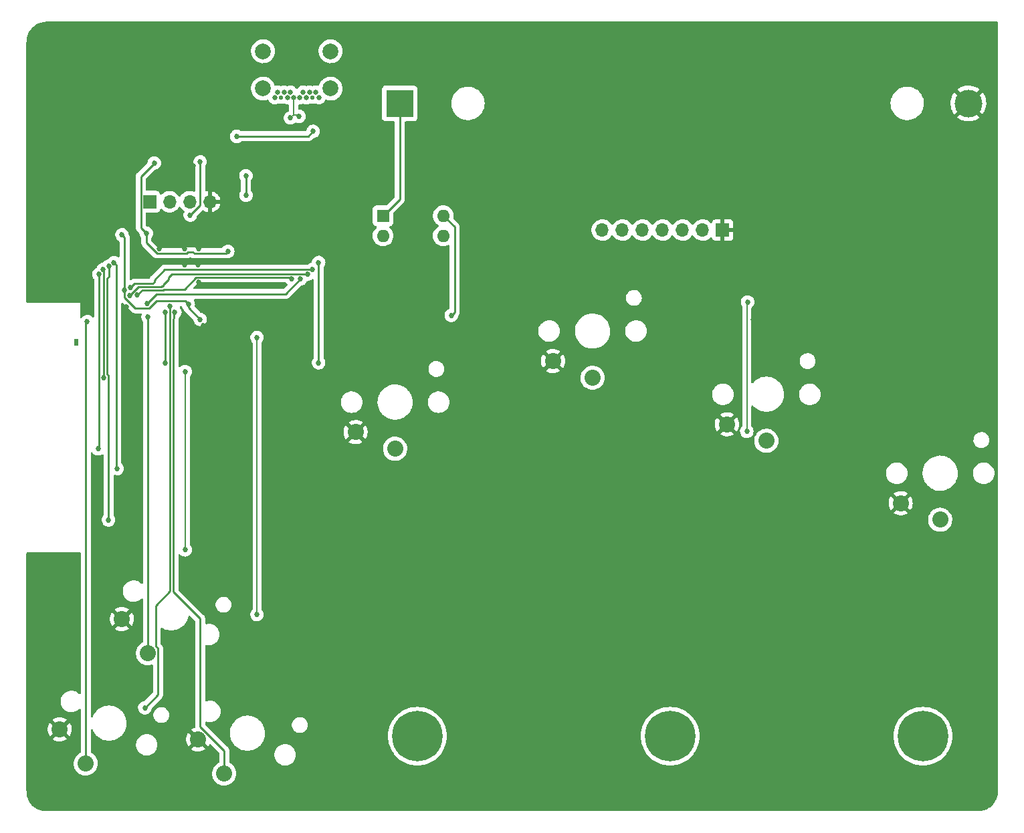
<source format=gbr>
%TF.GenerationSoftware,KiCad,Pcbnew,(5.99.0-9739-g6a369b230f)*%
%TF.CreationDate,2021-03-13T21:37:46+01:00*%
%TF.ProjectId,keychordz,6b657963-686f-4726-947a-2e6b69636164,rev?*%
%TF.SameCoordinates,Original*%
%TF.FileFunction,Copper,L2,Bot*%
%TF.FilePolarity,Positive*%
%FSLAX46Y46*%
G04 Gerber Fmt 4.6, Leading zero omitted, Abs format (unit mm)*
G04 Created by KiCad (PCBNEW (5.99.0-9739-g6a369b230f)) date 2021-03-13 21:37:46*
%MOMM*%
%LPD*%
G01*
G04 APERTURE LIST*
%TA.AperFunction,ComponentPad*%
%ADD10R,0.500000X0.900000*%
%TD*%
%TA.AperFunction,ComponentPad*%
%ADD11C,6.400000*%
%TD*%
%TA.AperFunction,ComponentPad*%
%ADD12C,0.800000*%
%TD*%
%TA.AperFunction,ComponentPad*%
%ADD13R,1.600000X1.600000*%
%TD*%
%TA.AperFunction,ComponentPad*%
%ADD14O,1.600000X1.600000*%
%TD*%
%TA.AperFunction,ComponentPad*%
%ADD15C,2.032000*%
%TD*%
%TA.AperFunction,ComponentPad*%
%ADD16R,1.700000X1.700000*%
%TD*%
%TA.AperFunction,ComponentPad*%
%ADD17O,1.700000X1.700000*%
%TD*%
%TA.AperFunction,ComponentPad*%
%ADD18R,3.500000X3.500000*%
%TD*%
%TA.AperFunction,ComponentPad*%
%ADD19C,3.500000*%
%TD*%
%TA.AperFunction,ComponentPad*%
%ADD20C,0.650000*%
%TD*%
%TA.AperFunction,ComponentPad*%
%ADD21C,0.550000*%
%TD*%
%TA.AperFunction,ComponentPad*%
%ADD22C,2.010000*%
%TD*%
%TA.AperFunction,ViaPad*%
%ADD23C,0.685800*%
%TD*%
%TA.AperFunction,Conductor*%
%ADD24C,0.254000*%
%TD*%
%TA.AperFunction,Conductor*%
%ADD25C,0.127000*%
%TD*%
%TA.AperFunction,Conductor*%
%ADD26C,0.508000*%
%TD*%
G04 APERTURE END LIST*
D10*
%TO.P,AE1,2*%
%TO.N,N/C*%
X18800000Y-53100000D03*
%TD*%
D11*
%TO.P,MNT1,1*%
%TO.N,N/C*%
X62000000Y-103000000D03*
D12*
X59600000Y-103000000D03*
X60302944Y-104697056D03*
X62000000Y-105400000D03*
X64400000Y-103000000D03*
X60302944Y-101302944D03*
X63697056Y-104697056D03*
X63697056Y-101302944D03*
X62000000Y-100600000D03*
%TD*%
D13*
%TO.P,SW9,1,A*%
%TO.N,V_BAT*%
X57658000Y-37084000D03*
D14*
%TO.P,SW9,2,B*%
%TO.N,V_BAT_SW*%
X57658000Y-39624000D03*
%TO.P,SW9,3*%
%TO.N,N/C*%
X65278000Y-39624000D03*
%TO.P,SW9,4*%
X65278000Y-37084000D03*
%TD*%
D15*
%TO.P,SW1,1,1*%
%TO.N,BTN1*%
X20018000Y-106455550D03*
%TO.P,SW1,2,2*%
%TO.N,GND*%
X16737873Y-102136897D03*
%TD*%
%TO.P,SW5,1,1*%
%TO.N,BTN5*%
X84182000Y-57589000D03*
%TO.P,SW5,2,2*%
%TO.N,GND*%
X79182000Y-55489000D03*
%TD*%
%TO.P,SW6,1,1*%
%TO.N,BTN6*%
X128182000Y-75589000D03*
%TO.P,SW6,2,2*%
%TO.N,GND*%
X123182000Y-73489000D03*
%TD*%
%TO.P,SW2,1,1*%
%TO.N,BTN2*%
X37544000Y-107725550D03*
%TO.P,SW2,2,2*%
%TO.N,GND*%
X34263873Y-103406897D03*
%TD*%
D16*
%TO.P,J2,1,Pin_1*%
%TO.N,SWO*%
X28100000Y-35300000D03*
D17*
%TO.P,J2,2,Pin_2*%
%TO.N,SWCLK*%
X30640000Y-35300000D03*
%TO.P,J2,3,Pin_3*%
%TO.N,SWDIO*%
X33180000Y-35300000D03*
%TO.P,J2,4,Pin_4*%
%TO.N,GND*%
X35720000Y-35300000D03*
%TD*%
D12*
%TO.P,MNT3,1*%
%TO.N,N/C*%
X127697056Y-104697056D03*
X123600000Y-103000000D03*
X124302944Y-104697056D03*
X124302944Y-101302944D03*
X126000000Y-105400000D03*
X126000000Y-100600000D03*
X128400000Y-103000000D03*
D11*
X126000000Y-103000000D03*
D12*
X127697056Y-101302944D03*
%TD*%
D15*
%TO.P,SW7,1,1*%
%TO.N,BTN7*%
X106182000Y-65589000D03*
%TO.P,SW7,2,2*%
%TO.N,GND*%
X101182000Y-63489000D03*
%TD*%
%TO.P,SW3,1,1*%
%TO.N,BTN3*%
X27892000Y-92485550D03*
%TO.P,SW3,2,2*%
%TO.N,GND*%
X24611873Y-88166897D03*
%TD*%
D12*
%TO.P,MNT2,1*%
%TO.N,N/C*%
X96400000Y-103000000D03*
X94000000Y-105400000D03*
X92302944Y-104697056D03*
X92302944Y-101302944D03*
X94000000Y-100600000D03*
X91600000Y-103000000D03*
D11*
X94000000Y-103000000D03*
D12*
X95697056Y-101302944D03*
X95697056Y-104697056D03*
%TD*%
D18*
%TO.P,BT1,1,+*%
%TO.N,V_BAT_SW*%
X59758000Y-22860000D03*
D19*
%TO.P,BT1,2,-*%
%TO.N,GND*%
X131758000Y-22860000D03*
%TD*%
D20*
%TO.P,J1,B1*%
%TO.N,N/C*%
X43936000Y-22130000D03*
%TO.P,J1,B2*%
X44336000Y-21420000D03*
%TO.P,J1,B3*%
X45136000Y-21420000D03*
%TO.P,J1,B4*%
X45536000Y-22130000D03*
%TO.P,J1,B5,CC2*%
%TO.N,Net-(J1-PadB5)*%
X45936000Y-21420000D03*
%TO.P,J1,B6,D+*%
%TO.N,USB_D+*%
X46336000Y-22130000D03*
%TO.P,J1,B7,D-*%
%TO.N,USB_D-*%
X47136000Y-22130000D03*
%TO.P,J1,B8,SBU2*%
%TO.N,unconnected-(J1-PadB8)*%
X47536000Y-21420000D03*
%TO.P,J1,B9*%
%TO.N,N/C*%
X47936000Y-22130000D03*
%TO.P,J1,B10*%
X48336000Y-21420000D03*
%TO.P,J1,B11*%
X49136000Y-21420000D03*
%TO.P,J1,B12*%
X49536000Y-22130000D03*
D21*
%TO.P,J1,GN1*%
X44736000Y-22130000D03*
%TO.P,J1,GR1*%
X48736000Y-22130000D03*
D22*
%TO.P,J1,MH1*%
X51006000Y-20980000D03*
%TO.P,J1,MH2*%
X42466000Y-20980000D03*
%TO.P,J1,MH3*%
X51006000Y-16250000D03*
%TO.P,J1,MH4*%
X42466000Y-16250000D03*
%TD*%
D15*
%TO.P,SW4,1,1*%
%TO.N,BTN4*%
X59182000Y-66589000D03*
%TO.P,SW4,2,2*%
%TO.N,GND*%
X54182000Y-64489000D03*
%TD*%
D16*
%TO.P,J3,1,Pin_1*%
%TO.N,GND*%
X100640000Y-38900000D03*
D17*
%TO.P,J3,2,Pin_2*%
%TO.N,V_BAT*%
X98100000Y-38900000D03*
%TO.P,J3,3,Pin_3*%
%TO.N,SCK*%
X95560000Y-38900000D03*
%TO.P,J3,4,Pin_4*%
%TO.N,MOSI*%
X93020000Y-38900000D03*
%TO.P,J3,5,Pin_5*%
%TO.N,OLED_RES*%
X90480000Y-38900000D03*
%TO.P,J3,6,Pin_6*%
%TO.N,OLED_DC*%
X87940000Y-38900000D03*
%TO.P,J3,7,Pin_7*%
%TO.N,OLED_CS*%
X85400000Y-38900000D03*
%TD*%
D23*
%TO.N,GND*%
X25600000Y-53100000D03*
%TO.N,V_BAT*%
X41700000Y-52500000D03*
X41700000Y-87600000D03*
%TO.N,Net-(D6-Pad4)*%
X32600000Y-56800000D03*
X32600000Y-79400000D03*
%TO.N,GND*%
X44800000Y-92400000D03*
X45200000Y-99200000D03*
X35800000Y-83400000D03*
X27700000Y-97400000D03*
X16900000Y-89600000D03*
X24500000Y-80500000D03*
X126400000Y-60200000D03*
X130500000Y-64400000D03*
X104500000Y-50200000D03*
X109400000Y-54900000D03*
%TO.N,V_BAT*%
X103700000Y-64400000D03*
X103800000Y-48000000D03*
%TO.N,GND*%
X36200000Y-48000000D03*
X25000000Y-56596900D03*
X32900000Y-50700000D03*
%TO.N,2.4V*%
X38000000Y-41600000D03*
%TO.N,V_BAT*%
X40300000Y-32000000D03*
X40300000Y-34500000D03*
%TO.N,GND*%
X39500000Y-35700000D03*
X57500000Y-51200000D03*
X62200000Y-55400000D03*
X87200000Y-46400000D03*
X81900000Y-42300000D03*
%TO.N,V_BAT*%
X66300000Y-49700000D03*
%TO.N,GND*%
X50200000Y-30200000D03*
X52200000Y-28500000D03*
%TO.N,USB_D+*%
X47019400Y-24500000D03*
X45952600Y-24700000D03*
%TO.N,+5V*%
X48800000Y-26400000D03*
X39139583Y-27019963D03*
%TO.N,2.4V*%
X24600000Y-39500000D03*
X24929400Y-46500000D03*
%TO.N,GND*%
X20600000Y-48600000D03*
X25200000Y-48600000D03*
%TO.N,BTN7*%
X24000000Y-69100000D03*
X23600000Y-43000000D03*
%TO.N,BTN6*%
X22900000Y-75600000D03*
X22932356Y-43482014D03*
%TO.N,BTN5*%
X22300000Y-57600000D03*
X22221933Y-43876916D03*
%TO.N,BTN4*%
X21600000Y-66600000D03*
X21700000Y-44500000D03*
%TO.N,OLED_DC*%
X46100000Y-45100000D03*
X26522073Y-47122073D03*
%TO.N,OLED_CS*%
X27800000Y-48200000D03*
X47200000Y-45093800D03*
%TO.N,SCK*%
X25600000Y-47200000D03*
X48075587Y-44496900D03*
%TO.N,OLED_RES*%
X25700000Y-46200000D03*
X48700000Y-43900000D03*
%TO.N,2.4V*%
X33000000Y-48300000D03*
X34500000Y-50200000D03*
%TO.N,GND*%
X25000000Y-55200000D03*
%TO.N,BTN1*%
X20200000Y-50500000D03*
%TO.N,BTN3*%
X27900000Y-49900000D03*
%TO.N,BTN2*%
X31300000Y-49300000D03*
%TO.N,LED_IN*%
X27500000Y-99400000D03*
X30696900Y-48500000D03*
%TO.N,MOSI*%
X49500000Y-43000000D03*
X30100000Y-55700000D03*
X30100000Y-49300000D03*
X49500000Y-55700000D03*
%TO.N,GND*%
X39000000Y-29000000D03*
%TO.N,3.3V_USB*%
X33250000Y-37000000D03*
X34500000Y-30250000D03*
%TO.N,GND*%
X31000000Y-42900000D03*
X34280000Y-41250000D03*
X29310000Y-43250000D03*
X31100000Y-40800000D03*
X34280000Y-45500000D03*
X34250000Y-43250000D03*
X29310000Y-41250000D03*
X32530000Y-41250000D03*
X32530000Y-43250000D03*
X34900000Y-51000000D03*
X40200000Y-42600000D03*
%TO.N,2.4V*%
X28700827Y-30399986D03*
X27700000Y-39300000D03*
%TO.N,GND*%
X33600000Y-30800000D03*
X25500000Y-32500000D03*
X25400000Y-37300000D03*
X14500000Y-41500000D03*
X49800000Y-24600000D03*
X36300000Y-19200000D03*
X36300000Y-20700000D03*
%TD*%
D24*
%TO.N,V_BAT*%
X66700000Y-49300000D02*
X66300000Y-49700000D01*
X65278000Y-37084000D02*
X66700000Y-38506000D01*
X66700000Y-38506000D02*
X66700000Y-49300000D01*
D25*
X41700000Y-87600000D02*
X41700000Y-52500000D01*
%TO.N,Net-(D6-Pad4)*%
X32600000Y-79400000D02*
X32600000Y-56800000D01*
%TO.N,V_BAT*%
X103700000Y-64400000D02*
X103700000Y-48100000D01*
X103700000Y-48100000D02*
X103800000Y-48000000D01*
D24*
%TO.N,2.4V*%
X37753089Y-41846911D02*
X33746911Y-41846911D01*
X38000000Y-41600000D02*
X37753089Y-41846911D01*
X32963429Y-41700000D02*
X32816518Y-41846911D01*
X33746911Y-41846911D02*
X33600000Y-41700000D01*
X33600000Y-41700000D02*
X32963429Y-41700000D01*
X32816518Y-41846911D02*
X29023482Y-41846911D01*
X29023482Y-41846911D02*
X27700000Y-40523429D01*
X27700000Y-40523429D02*
X27700000Y-39300000D01*
%TO.N,V_BAT*%
X40300000Y-34500000D02*
X40300000Y-32000000D01*
X66268511Y-49668511D02*
X66300000Y-49700000D01*
%TO.N,V_BAT_SW*%
X59758000Y-22860000D02*
X59758000Y-34984000D01*
X59758000Y-34984000D02*
X57658000Y-37084000D01*
D25*
%TO.N,USB_D+*%
X46836000Y-24316600D02*
X47019400Y-24500000D01*
X46336000Y-24316600D02*
X46836000Y-24316600D01*
X46336000Y-24316600D02*
X46336000Y-24036000D01*
X45952600Y-24700000D02*
X46336000Y-24316600D01*
X46336000Y-24316600D02*
X46336000Y-22130000D01*
D24*
%TO.N,+5V*%
X48800000Y-26400000D02*
X48180037Y-27019963D01*
X48180037Y-27019963D02*
X39139583Y-27019963D01*
%TO.N,2.4V*%
X33000000Y-48300000D02*
X32603089Y-47903089D01*
X32603089Y-47903089D02*
X28980340Y-47903089D01*
X28980340Y-47903089D02*
X28086518Y-48796911D01*
X28086518Y-48796911D02*
X26296911Y-48796911D01*
X24929400Y-47429400D02*
X24929400Y-46500000D01*
X26296911Y-48796911D02*
X24929400Y-47429400D01*
X24929400Y-39829400D02*
X24600000Y-39500000D01*
X24929400Y-46500000D02*
X24929400Y-39829400D01*
%TO.N,BTN7*%
X23600000Y-43000000D02*
X23896911Y-43296911D01*
X23896911Y-43296911D02*
X23896911Y-68996911D01*
X23896911Y-68996911D02*
X24000000Y-69100000D01*
%TO.N,BTN6*%
X22900000Y-57316571D02*
X22900000Y-75600000D01*
X22703089Y-45013482D02*
X22703089Y-57119660D01*
X22932356Y-44784215D02*
X22703089Y-45013482D01*
X22703089Y-57119660D02*
X22900000Y-57316571D01*
X22932356Y-43482014D02*
X22932356Y-44784215D01*
%TO.N,BTN5*%
X22300000Y-43954983D02*
X22300000Y-57600000D01*
X22221933Y-43876916D02*
X22300000Y-43954983D01*
%TO.N,BTN4*%
X21700000Y-66500000D02*
X21600000Y-66600000D01*
X21700000Y-44500000D02*
X21700000Y-66500000D01*
%TO.N,OLED_DC*%
X29822069Y-46477931D02*
X29900000Y-46400000D01*
X34013429Y-44900000D02*
X35800000Y-44900000D01*
X35800000Y-44900000D02*
X45900000Y-44900000D01*
X45900000Y-44900000D02*
X46100000Y-45100000D01*
X26522073Y-47122073D02*
X27166215Y-46477931D01*
X27166215Y-46477931D02*
X29822069Y-46477931D01*
X29900000Y-46400000D02*
X32513429Y-46400000D01*
X32513429Y-46400000D02*
X34013429Y-44900000D01*
%TO.N,OLED_CS*%
X28996911Y-47003089D02*
X45290711Y-47003089D01*
X27800000Y-48200000D02*
X28996911Y-47003089D01*
X45290711Y-47003089D02*
X47200000Y-45093800D01*
%TO.N,SCK*%
X26703089Y-46096911D02*
X29596518Y-46096911D01*
X25600000Y-47200000D02*
X26700000Y-46100000D01*
X29800000Y-45846571D02*
X30500000Y-45146571D01*
X30500000Y-45146571D02*
X30500000Y-44900000D01*
X29800000Y-46000000D02*
X29800000Y-45846571D01*
X26700000Y-46100000D02*
X26703089Y-46096911D01*
X30500000Y-44900000D02*
X30903100Y-44496900D01*
X30903100Y-44496900D02*
X48075587Y-44496900D01*
X29596518Y-46096911D02*
X29693429Y-46000000D01*
X29693429Y-46000000D02*
X29800000Y-46000000D01*
%TO.N,OLED_RES*%
X26200000Y-45700000D02*
X28400000Y-45700000D01*
X28400000Y-45700000D02*
X28500000Y-45700000D01*
X25700000Y-46200000D02*
X26200000Y-45700000D01*
X28500000Y-45700000D02*
X28713089Y-45486911D01*
X28713089Y-45486911D02*
X28713089Y-45213482D01*
X28713089Y-45213482D02*
X30026571Y-43900000D01*
X30026571Y-43900000D02*
X48700000Y-43900000D01*
%TO.N,2.4V*%
X33000000Y-48300000D02*
X33000000Y-48700000D01*
X33000000Y-48700000D02*
X34500000Y-50200000D01*
%TO.N,BTN1*%
X20018000Y-50682000D02*
X20018000Y-106455550D01*
X20200000Y-50500000D02*
X20018000Y-50682000D01*
%TO.N,BTN3*%
X27900000Y-49900000D02*
X27892000Y-51108000D01*
X27892000Y-51108000D02*
X27892000Y-92485550D01*
%TO.N,BTN2*%
X31300000Y-49300000D02*
X31100000Y-50393811D01*
X31100000Y-50393811D02*
X31100000Y-84720588D01*
X34500219Y-101763626D02*
X37544000Y-104807407D01*
X31100000Y-84720588D02*
X34500219Y-88120807D01*
X34500219Y-88120807D02*
X34500219Y-101763626D01*
X37544000Y-104807407D02*
X37544000Y-107725550D01*
%TO.N,LED_IN*%
X29162011Y-91875944D02*
X29162011Y-97737989D01*
X28873479Y-91587412D02*
X29162011Y-91875944D01*
X28873479Y-86431109D02*
X28873479Y-91587412D01*
X29162011Y-97737989D02*
X27500000Y-99400000D01*
X30696911Y-84607677D02*
X28873479Y-86431109D01*
X30696911Y-48500011D02*
X30696911Y-84607677D01*
X30696900Y-48500000D02*
X30696911Y-48500011D01*
%TO.N,MOSI*%
X49500000Y-55700000D02*
X49500000Y-43000000D01*
X30100000Y-49300000D02*
X30100000Y-55700000D01*
%TO.N,3.3V_USB*%
X34500000Y-35500000D02*
X34500000Y-30250000D01*
X33250000Y-37000000D02*
X34500000Y-35750000D01*
X34500000Y-35750000D02*
X34500000Y-35500000D01*
%TO.N,2.4V*%
X28700827Y-30399986D02*
X26995989Y-32104824D01*
X26995989Y-38595989D02*
X27700000Y-39300000D01*
X26995989Y-32104824D02*
X26995989Y-38595989D01*
D26*
%TO.N,GND*%
X36300000Y-20700000D02*
X36300000Y-19200000D01*
%TD*%
%TA.AperFunction,Conductor*%
%TO.N,GND*%
G36*
X135434121Y-12528002D02*
G01*
X135480614Y-12581658D01*
X135492000Y-12634000D01*
X135492000Y-109918151D01*
X135490233Y-109939178D01*
X135487549Y-109955036D01*
X135487485Y-109959902D01*
X135485686Y-110096107D01*
X135485499Y-110101508D01*
X135482157Y-110161018D01*
X135481564Y-110168052D01*
X135478968Y-110191095D01*
X135456743Y-110388349D01*
X135455755Y-110395348D01*
X135448523Y-110437912D01*
X135447144Y-110444844D01*
X135397811Y-110660986D01*
X135396046Y-110667828D01*
X135394475Y-110673283D01*
X135384087Y-110709338D01*
X135381952Y-110716036D01*
X135308731Y-110925291D01*
X135306225Y-110931857D01*
X135291323Y-110967834D01*
X135289683Y-110971793D01*
X135286797Y-110978241D01*
X135190609Y-111177979D01*
X135187370Y-111184250D01*
X135166478Y-111222050D01*
X135162917Y-111228089D01*
X135072744Y-111371598D01*
X135044945Y-111415839D01*
X135041018Y-111421715D01*
X135016044Y-111456912D01*
X135011795Y-111462558D01*
X134873568Y-111635890D01*
X134869009Y-111641290D01*
X134840232Y-111673492D01*
X134835375Y-111678628D01*
X134678628Y-111835375D01*
X134673494Y-111840230D01*
X134641278Y-111869020D01*
X134635905Y-111873557D01*
X134462564Y-112011791D01*
X134456918Y-112016040D01*
X134421718Y-112041016D01*
X134415841Y-112044943D01*
X134228121Y-112162896D01*
X134222034Y-112166487D01*
X134184251Y-112187369D01*
X134177971Y-112190613D01*
X133978238Y-112286798D01*
X133971787Y-112289685D01*
X133931894Y-112306209D01*
X133925291Y-112308729D01*
X133716044Y-112381948D01*
X133709313Y-112384094D01*
X133689299Y-112389860D01*
X133667814Y-112396050D01*
X133660992Y-112397810D01*
X133444853Y-112447143D01*
X133437922Y-112448521D01*
X133395349Y-112455755D01*
X133388367Y-112456741D01*
X133263886Y-112470766D01*
X133168052Y-112481563D01*
X133161011Y-112482157D01*
X133101523Y-112485498D01*
X133096123Y-112485685D01*
X133035007Y-112486493D01*
X132958314Y-112487506D01*
X132953903Y-112488197D01*
X132953895Y-112488198D01*
X132939330Y-112490481D01*
X132919822Y-112492000D01*
X15081849Y-112492000D01*
X15060821Y-112490233D01*
X15049762Y-112488361D01*
X15049761Y-112488361D01*
X15044964Y-112487549D01*
X14903891Y-112485686D01*
X14898498Y-112485499D01*
X14838977Y-112482157D01*
X14831946Y-112481563D01*
X14611651Y-112456743D01*
X14604652Y-112455755D01*
X14562088Y-112448523D01*
X14555156Y-112447144D01*
X14339014Y-112397811D01*
X14332172Y-112396046D01*
X14326717Y-112394475D01*
X14290662Y-112384087D01*
X14283964Y-112381952D01*
X14074695Y-112308726D01*
X14068143Y-112306225D01*
X14028207Y-112289683D01*
X14021759Y-112286797D01*
X13822021Y-112190609D01*
X13815743Y-112187366D01*
X13777950Y-112166478D01*
X13771911Y-112162917D01*
X13584158Y-112044943D01*
X13578285Y-112041018D01*
X13543088Y-112016044D01*
X13537442Y-112011795D01*
X13364110Y-111873568D01*
X13358710Y-111869009D01*
X13326508Y-111840232D01*
X13321372Y-111835375D01*
X13164625Y-111678628D01*
X13159770Y-111673494D01*
X13156871Y-111670250D01*
X13130980Y-111641278D01*
X13126443Y-111635905D01*
X12988204Y-111462558D01*
X12983960Y-111456918D01*
X12958984Y-111421718D01*
X12955057Y-111415841D01*
X12930280Y-111376408D01*
X12837104Y-111228121D01*
X12833513Y-111222034D01*
X12812631Y-111184251D01*
X12809387Y-111177971D01*
X12713202Y-110978238D01*
X12710315Y-110971787D01*
X12693791Y-110931894D01*
X12691271Y-110925291D01*
X12618052Y-110716044D01*
X12615906Y-110709313D01*
X12603954Y-110667830D01*
X12603954Y-110667828D01*
X12603950Y-110667814D01*
X12602188Y-110660984D01*
X12587887Y-110598325D01*
X12552855Y-110444844D01*
X12551479Y-110437922D01*
X12544245Y-110395349D01*
X12543259Y-110388367D01*
X12525585Y-110231499D01*
X12518437Y-110168052D01*
X12517843Y-110161011D01*
X12514502Y-110101523D01*
X12514315Y-110096123D01*
X12512553Y-109962787D01*
X12512494Y-109958314D01*
X12511803Y-109953903D01*
X12511802Y-109953895D01*
X12509519Y-109939330D01*
X12508000Y-109919822D01*
X12508000Y-103378212D01*
X15861174Y-103378212D01*
X15870281Y-103390069D01*
X15950834Y-103447315D01*
X15959501Y-103452482D01*
X16170469Y-103556290D01*
X16179854Y-103560006D01*
X16404695Y-103628747D01*
X16414565Y-103630917D01*
X16647499Y-103662825D01*
X16657591Y-103663389D01*
X16892636Y-103657645D01*
X16902669Y-103656590D01*
X17133784Y-103613338D01*
X17143523Y-103610692D01*
X17364746Y-103531047D01*
X17373939Y-103526877D01*
X17579589Y-103412884D01*
X17587978Y-103407310D01*
X17607934Y-103391607D01*
X17616404Y-103379704D01*
X17609908Y-103368142D01*
X16750685Y-102508919D01*
X16736741Y-102501305D01*
X16734908Y-102501436D01*
X16728293Y-102505687D01*
X15867678Y-103366302D01*
X15861174Y-103378212D01*
X12508000Y-103378212D01*
X12508000Y-102238492D01*
X15212651Y-102238492D01*
X15213355Y-102248563D01*
X15248513Y-102481036D01*
X15250820Y-102490869D01*
X15322692Y-102714725D01*
X15326542Y-102724069D01*
X15433289Y-102933568D01*
X15438569Y-102942151D01*
X15484851Y-103005387D01*
X15495866Y-103013820D01*
X15508610Y-103006950D01*
X16365851Y-102149709D01*
X16372229Y-102138029D01*
X17102281Y-102138029D01*
X17102412Y-102139862D01*
X17106663Y-102146477D01*
X17967952Y-103007766D01*
X17980332Y-103014526D01*
X17989066Y-103007988D01*
X18074963Y-102877718D01*
X18079820Y-102868883D01*
X18176205Y-102654418D01*
X18179588Y-102644917D01*
X18240446Y-102417793D01*
X18242265Y-102407880D01*
X18266248Y-102171770D01*
X18266568Y-102166050D01*
X18266843Y-102139753D01*
X18266644Y-102134049D01*
X18247610Y-101897481D01*
X18245998Y-101887528D01*
X18189911Y-101659184D01*
X18186728Y-101649614D01*
X18094854Y-101433172D01*
X18090180Y-101424233D01*
X17991474Y-101267490D01*
X17980901Y-101258157D01*
X17971741Y-101262239D01*
X17109895Y-102124085D01*
X17102281Y-102138029D01*
X16372229Y-102138029D01*
X16373465Y-102135765D01*
X16373334Y-102133932D01*
X16369083Y-102127317D01*
X15507810Y-101266044D01*
X15495242Y-101259181D01*
X15484193Y-101267365D01*
X15455725Y-101304599D01*
X15450254Y-101313089D01*
X15339145Y-101520304D01*
X15335106Y-101529548D01*
X15258558Y-101751861D01*
X15256047Y-101761642D01*
X15216028Y-101993331D01*
X15215113Y-102003380D01*
X15212651Y-102238492D01*
X12508000Y-102238492D01*
X12508000Y-100894373D01*
X15861284Y-100894373D01*
X15868474Y-100908288D01*
X16725061Y-101764875D01*
X16739005Y-101772489D01*
X16740838Y-101772358D01*
X16747453Y-101768107D01*
X17610697Y-100904863D01*
X17617905Y-100891662D01*
X17611305Y-100882418D01*
X17606122Y-100878815D01*
X17402900Y-100760537D01*
X17393809Y-100756182D01*
X17174302Y-100671921D01*
X17164613Y-100669070D01*
X16934462Y-100620989D01*
X16924453Y-100619724D01*
X16689566Y-100609058D01*
X16679489Y-100609409D01*
X16445917Y-100636435D01*
X16436020Y-100638395D01*
X16209769Y-100702417D01*
X16200325Y-100705929D01*
X15987218Y-100805302D01*
X15978454Y-100810281D01*
X15869605Y-100884255D01*
X15861284Y-100894373D01*
X12508000Y-100894373D01*
X12508000Y-79826000D01*
X12528002Y-79757879D01*
X12581658Y-79711386D01*
X12634000Y-79700000D01*
X19256500Y-79700000D01*
X19324621Y-79720002D01*
X19371114Y-79773658D01*
X19382500Y-79826000D01*
X19382500Y-97546266D01*
X19362498Y-97614387D01*
X19308842Y-97660880D01*
X19238568Y-97670984D01*
X19173988Y-97641490D01*
X19165330Y-97633238D01*
X19112618Y-97577982D01*
X19108939Y-97574125D01*
X18923838Y-97436406D01*
X18919087Y-97433990D01*
X18919083Y-97433988D01*
X18722938Y-97334263D01*
X18722937Y-97334263D01*
X18718180Y-97331844D01*
X18580674Y-97289147D01*
X18502948Y-97265012D01*
X18502942Y-97265011D01*
X18497845Y-97263428D01*
X18392789Y-97249504D01*
X18274417Y-97233815D01*
X18274412Y-97233815D01*
X18269132Y-97233115D01*
X18263803Y-97233315D01*
X18263801Y-97233315D01*
X18153856Y-97237443D01*
X18038581Y-97241770D01*
X17812785Y-97289147D01*
X17807829Y-97291104D01*
X17807823Y-97291106D01*
X17698544Y-97334263D01*
X17598200Y-97373891D01*
X17400960Y-97493579D01*
X17396930Y-97497076D01*
X17340244Y-97546266D01*
X17226707Y-97644788D01*
X17223320Y-97648919D01*
X17083806Y-97819067D01*
X17083802Y-97819073D01*
X17080422Y-97823195D01*
X17077783Y-97827831D01*
X17077781Y-97827834D01*
X16999080Y-97966093D01*
X16966288Y-98023700D01*
X16887569Y-98240568D01*
X16846515Y-98467599D01*
X16845890Y-98532727D01*
X16844381Y-98690012D01*
X16844301Y-98698301D01*
X16880989Y-98926078D01*
X16955530Y-99144418D01*
X16958080Y-99149105D01*
X16958081Y-99149107D01*
X17010662Y-99245747D01*
X17065794Y-99347076D01*
X17208627Y-99528259D01*
X17212587Y-99531830D01*
X17212588Y-99531832D01*
X17366128Y-99670322D01*
X17379945Y-99682785D01*
X17384452Y-99685640D01*
X17384455Y-99685642D01*
X17467288Y-99738108D01*
X17574850Y-99806238D01*
X17579776Y-99808294D01*
X17579777Y-99808294D01*
X17730671Y-99871259D01*
X17787769Y-99895085D01*
X17792973Y-99896282D01*
X17792974Y-99896282D01*
X18007411Y-99945592D01*
X18007416Y-99945593D01*
X18012614Y-99946788D01*
X18017942Y-99947091D01*
X18017945Y-99947091D01*
X18176183Y-99956076D01*
X18242956Y-99959868D01*
X18248263Y-99959268D01*
X18248265Y-99959268D01*
X18358657Y-99946788D01*
X18472209Y-99933951D01*
X18477330Y-99932468D01*
X18477335Y-99932467D01*
X18688699Y-99871259D01*
X18688698Y-99871259D01*
X18693817Y-99869777D01*
X18707698Y-99863052D01*
X18896640Y-99771510D01*
X18901445Y-99769182D01*
X19018348Y-99685642D01*
X19084809Y-99638149D01*
X19084811Y-99638147D01*
X19089155Y-99635043D01*
X19167019Y-99556496D01*
X19229179Y-99522202D01*
X19300017Y-99526957D01*
X19357038Y-99569255D01*
X19382139Y-99635667D01*
X19382500Y-99645204D01*
X19382500Y-104989437D01*
X19362498Y-105057558D01*
X19309751Y-105103631D01*
X19268583Y-105122829D01*
X19262516Y-105125658D01*
X19258336Y-105128499D01*
X19258332Y-105128501D01*
X19183718Y-105179209D01*
X19059609Y-105263553D01*
X18881360Y-105432115D01*
X18732353Y-105627007D01*
X18729963Y-105631465D01*
X18729962Y-105631466D01*
X18692609Y-105701130D01*
X18616423Y-105843216D01*
X18536552Y-106075179D01*
X18494795Y-106316927D01*
X18494742Y-106321987D01*
X18493971Y-106395658D01*
X18492226Y-106562243D01*
X18492983Y-106567246D01*
X18492983Y-106567251D01*
X18515644Y-106717091D01*
X18528911Y-106804813D01*
X18530457Y-106809629D01*
X18530458Y-106809632D01*
X18598513Y-107021596D01*
X18603907Y-107038397D01*
X18715284Y-107256986D01*
X18860176Y-107454957D01*
X18863786Y-107458517D01*
X18994002Y-107586927D01*
X19034856Y-107627215D01*
X19234830Y-107769329D01*
X19239360Y-107771558D01*
X19239365Y-107771561D01*
X19395607Y-107848441D01*
X19454953Y-107877643D01*
X19459797Y-107879124D01*
X19684714Y-107947888D01*
X19684716Y-107947888D01*
X19689562Y-107949370D01*
X19694583Y-107950058D01*
X19694584Y-107950058D01*
X19811092Y-107966018D01*
X19932621Y-107982665D01*
X20001058Y-107980992D01*
X20172815Y-107976795D01*
X20172819Y-107976795D01*
X20177876Y-107976671D01*
X20419018Y-107931543D01*
X20649843Y-107848441D01*
X20864412Y-107729503D01*
X20868390Y-107726373D01*
X20868394Y-107726370D01*
X21053229Y-107580919D01*
X21053230Y-107580918D01*
X21057205Y-107577790D01*
X21170156Y-107454957D01*
X21219838Y-107400928D01*
X21219840Y-107400925D01*
X21223262Y-107397204D01*
X21358311Y-107192392D01*
X21395900Y-107108753D01*
X21456803Y-106973239D01*
X21456805Y-106973233D01*
X21458877Y-106968623D01*
X21522373Y-106731654D01*
X21547165Y-106487581D01*
X21547500Y-106455550D01*
X21543686Y-106408149D01*
X21528231Y-106216053D01*
X21528230Y-106216048D01*
X21527825Y-106211012D01*
X21503601Y-106112387D01*
X21470513Y-105977679D01*
X21469306Y-105972765D01*
X21446530Y-105919107D01*
X21375425Y-105751596D01*
X21375424Y-105751594D01*
X21373448Y-105746939D01*
X21242719Y-105539343D01*
X21172123Y-105459268D01*
X21083827Y-105359116D01*
X21083825Y-105359114D01*
X21080480Y-105355320D01*
X20890906Y-105199602D01*
X20886541Y-105197061D01*
X20886533Y-105197056D01*
X20716120Y-105097874D01*
X20667306Y-105046320D01*
X20653500Y-104988975D01*
X20653500Y-104198301D01*
X26370581Y-104198301D01*
X26407269Y-104426078D01*
X26481810Y-104644418D01*
X26484360Y-104649105D01*
X26484361Y-104649107D01*
X26513381Y-104702444D01*
X26592074Y-104847076D01*
X26734907Y-105028259D01*
X26738867Y-105031830D01*
X26738868Y-105031832D01*
X26856739Y-105138149D01*
X26906225Y-105182785D01*
X26910732Y-105185640D01*
X26910735Y-105185642D01*
X26932775Y-105199602D01*
X27101130Y-105306238D01*
X27106056Y-105308294D01*
X27106057Y-105308294D01*
X27256951Y-105371259D01*
X27314049Y-105395085D01*
X27319253Y-105396282D01*
X27319254Y-105396282D01*
X27533691Y-105445592D01*
X27533696Y-105445593D01*
X27538894Y-105446788D01*
X27544222Y-105447091D01*
X27544225Y-105447091D01*
X27702463Y-105456076D01*
X27769236Y-105459868D01*
X27774543Y-105459268D01*
X27774545Y-105459268D01*
X27884937Y-105446788D01*
X27998489Y-105433951D01*
X28003610Y-105432468D01*
X28003615Y-105432467D01*
X28214979Y-105371259D01*
X28214978Y-105371259D01*
X28220097Y-105369777D01*
X28233978Y-105363052D01*
X28422920Y-105271510D01*
X28427725Y-105269182D01*
X28545103Y-105185303D01*
X28611089Y-105138149D01*
X28611091Y-105138147D01*
X28615435Y-105135043D01*
X28777860Y-104971194D01*
X28910357Y-104782320D01*
X28973893Y-104648212D01*
X33387174Y-104648212D01*
X33396281Y-104660069D01*
X33476834Y-104717315D01*
X33485501Y-104722482D01*
X33696469Y-104826290D01*
X33705854Y-104830006D01*
X33930695Y-104898747D01*
X33940565Y-104900917D01*
X34173499Y-104932825D01*
X34183591Y-104933389D01*
X34418636Y-104927645D01*
X34428669Y-104926590D01*
X34659784Y-104883338D01*
X34669523Y-104880692D01*
X34890746Y-104801047D01*
X34899939Y-104796877D01*
X35105589Y-104682884D01*
X35113978Y-104677310D01*
X35133934Y-104661607D01*
X35142404Y-104649704D01*
X35135908Y-104638142D01*
X34276685Y-103778919D01*
X34262741Y-103771305D01*
X34260908Y-103771436D01*
X34254293Y-103775687D01*
X33393678Y-104636302D01*
X33387174Y-104648212D01*
X28973893Y-104648212D01*
X29009136Y-104573823D01*
X29071373Y-104351663D01*
X29072159Y-104344125D01*
X29094982Y-104125143D01*
X29094983Y-104125133D01*
X29095289Y-104122193D01*
X29095484Y-104101844D01*
X29095512Y-104098962D01*
X29095512Y-104098954D01*
X29095540Y-104096000D01*
X29093741Y-104074802D01*
X29076485Y-103871424D01*
X29076484Y-103871420D01*
X29076034Y-103866113D01*
X29074696Y-103860958D01*
X29074695Y-103860952D01*
X29019415Y-103647970D01*
X29018073Y-103642799D01*
X28957572Y-103508492D01*
X32738651Y-103508492D01*
X32739355Y-103518563D01*
X32774513Y-103751036D01*
X32776820Y-103760869D01*
X32848692Y-103984725D01*
X32852542Y-103994069D01*
X32959289Y-104203568D01*
X32964569Y-104212151D01*
X33010851Y-104275387D01*
X33021866Y-104283820D01*
X33034610Y-104276950D01*
X33891851Y-103419709D01*
X33899465Y-103405765D01*
X33899334Y-103403932D01*
X33895083Y-103397317D01*
X33033810Y-102536044D01*
X33021242Y-102529181D01*
X33010193Y-102537365D01*
X32981725Y-102574599D01*
X32976254Y-102583089D01*
X32865145Y-102790304D01*
X32861106Y-102799548D01*
X32784558Y-103021861D01*
X32782047Y-103031642D01*
X32742028Y-103263331D01*
X32741113Y-103273380D01*
X32738651Y-103508492D01*
X28957572Y-103508492D01*
X28932812Y-103453526D01*
X28925505Y-103437305D01*
X28925504Y-103437302D01*
X28923315Y-103432444D01*
X28794469Y-103241062D01*
X28635219Y-103074125D01*
X28450118Y-102936406D01*
X28445367Y-102933990D01*
X28445363Y-102933988D01*
X28249218Y-102834263D01*
X28249217Y-102834263D01*
X28244460Y-102831844D01*
X28106954Y-102789147D01*
X28029228Y-102765012D01*
X28029222Y-102765011D01*
X28024125Y-102763428D01*
X27919069Y-102749504D01*
X27800697Y-102733815D01*
X27800692Y-102733815D01*
X27795412Y-102733115D01*
X27790083Y-102733315D01*
X27790081Y-102733315D01*
X27680137Y-102737442D01*
X27564861Y-102741770D01*
X27339065Y-102789147D01*
X27334109Y-102791104D01*
X27334103Y-102791106D01*
X27224824Y-102834263D01*
X27124480Y-102873891D01*
X26927240Y-102993579D01*
X26923210Y-102997076D01*
X26909346Y-103009107D01*
X26752987Y-103144788D01*
X26749600Y-103148919D01*
X26610086Y-103319067D01*
X26610082Y-103319073D01*
X26606702Y-103323195D01*
X26604063Y-103327831D01*
X26604061Y-103327834D01*
X26510201Y-103492724D01*
X26492568Y-103523700D01*
X26413849Y-103740568D01*
X26412900Y-103745817D01*
X26412899Y-103745820D01*
X26398956Y-103822926D01*
X26372795Y-103967599D01*
X26372373Y-104011570D01*
X26371039Y-104150625D01*
X26370581Y-104198301D01*
X20653500Y-104198301D01*
X20653500Y-102199674D01*
X20673502Y-102131553D01*
X20727158Y-102085060D01*
X20797432Y-102074956D01*
X20862012Y-102104450D01*
X20896813Y-102153699D01*
X20952045Y-102294636D01*
X20970515Y-102327956D01*
X21066677Y-102501436D01*
X21095218Y-102552926D01*
X21097708Y-102556279D01*
X21097712Y-102556285D01*
X21268803Y-102786659D01*
X21268808Y-102786664D01*
X21271293Y-102790011D01*
X21274197Y-102792997D01*
X21274201Y-102793002D01*
X21314326Y-102834263D01*
X21477177Y-103001727D01*
X21480455Y-103004307D01*
X21480460Y-103004311D01*
X21574080Y-103077982D01*
X21709254Y-103184353D01*
X21712842Y-103186475D01*
X21712848Y-103186479D01*
X21918950Y-103308367D01*
X21963445Y-103334681D01*
X21967292Y-103336314D01*
X21967296Y-103336316D01*
X22231432Y-103448436D01*
X22231439Y-103448438D01*
X22235285Y-103450071D01*
X22519998Y-103528494D01*
X22524143Y-103529062D01*
X22524144Y-103529062D01*
X22538635Y-103531047D01*
X22812583Y-103568573D01*
X22816759Y-103568588D01*
X22816765Y-103568588D01*
X22962788Y-103569097D01*
X23107897Y-103569604D01*
X23400754Y-103531568D01*
X23570334Y-103486130D01*
X23681971Y-103456217D01*
X23681975Y-103456216D01*
X23686008Y-103455135D01*
X23958647Y-103341646D01*
X23982379Y-103327834D01*
X24093206Y-103263331D01*
X24213882Y-103193096D01*
X24217184Y-103190535D01*
X24217188Y-103190532D01*
X24443911Y-103014667D01*
X24443912Y-103014666D01*
X24447228Y-103012094D01*
X24455899Y-103003301D01*
X24651646Y-102804802D01*
X24651651Y-102804797D01*
X24654585Y-102801821D01*
X24663264Y-102790304D01*
X24829799Y-102569305D01*
X24829801Y-102569301D01*
X24832311Y-102565971D01*
X24933136Y-102387036D01*
X24975233Y-102312326D01*
X24975236Y-102312320D01*
X24977283Y-102308687D01*
X25086954Y-102034490D01*
X25088626Y-102027885D01*
X25155995Y-101761642D01*
X25159397Y-101748197D01*
X25161169Y-101732888D01*
X25193012Y-101457671D01*
X25193340Y-101454837D01*
X25193870Y-101433172D01*
X25195930Y-101348855D01*
X25196000Y-101346000D01*
X25176428Y-101051333D01*
X25118057Y-100761843D01*
X25021911Y-100482615D01*
X24989121Y-100417135D01*
X28584668Y-100417135D01*
X28624968Y-100617003D01*
X28653980Y-100685350D01*
X28698160Y-100789431D01*
X28704635Y-100804686D01*
X28820413Y-100972516D01*
X28825017Y-100976931D01*
X28944291Y-101091310D01*
X28967574Y-101113638D01*
X28972970Y-101117036D01*
X29134702Y-101218885D01*
X29134705Y-101218887D01*
X29140105Y-101222287D01*
X29146075Y-101224531D01*
X29146079Y-101224533D01*
X29260366Y-101267490D01*
X29330959Y-101294024D01*
X29337257Y-101295022D01*
X29337259Y-101295022D01*
X29397726Y-101304599D01*
X29532340Y-101325920D01*
X29736022Y-101316671D01*
X29825522Y-101294024D01*
X29927495Y-101268221D01*
X29927497Y-101268220D01*
X29933683Y-101266655D01*
X29986360Y-101241190D01*
X30111502Y-101180694D01*
X30111504Y-101180693D01*
X30117250Y-101177915D01*
X30122319Y-101174039D01*
X30122323Y-101174037D01*
X30231208Y-101090788D01*
X30279224Y-101054077D01*
X30285174Y-101047233D01*
X30408777Y-100905043D01*
X30412989Y-100900198D01*
X30421973Y-100884255D01*
X30461166Y-100814697D01*
X30513080Y-100722565D01*
X30575408Y-100528434D01*
X30589176Y-100401696D01*
X30597073Y-100329007D01*
X30597073Y-100329000D01*
X30597428Y-100325736D01*
X30597453Y-100318693D01*
X30589949Y-100244812D01*
X30577494Y-100122194D01*
X30577494Y-100122192D01*
X30576849Y-100115846D01*
X30515877Y-99921284D01*
X30417028Y-99742957D01*
X30367903Y-99685642D01*
X30288500Y-99593000D01*
X30288498Y-99592998D01*
X30284341Y-99588148D01*
X30191420Y-99516071D01*
X30128285Y-99467098D01*
X30128282Y-99467096D01*
X30123236Y-99463182D01*
X29940292Y-99373163D01*
X29934118Y-99371555D01*
X29934116Y-99371554D01*
X29749167Y-99323378D01*
X29749164Y-99323378D01*
X29742985Y-99321768D01*
X29647551Y-99316766D01*
X29545754Y-99311431D01*
X29545750Y-99311431D01*
X29539373Y-99311097D01*
X29337775Y-99341586D01*
X29146424Y-99411990D01*
X29141008Y-99415348D01*
X29141004Y-99415350D01*
X29068408Y-99460362D01*
X28973139Y-99519431D01*
X28824996Y-99659522D01*
X28708049Y-99826540D01*
X28627074Y-100013662D01*
X28585379Y-100213245D01*
X28585232Y-100255378D01*
X28584719Y-100402624D01*
X28584668Y-100417135D01*
X24989121Y-100417135D01*
X24949836Y-100338686D01*
X24891555Y-100222301D01*
X24891554Y-100222299D01*
X24889680Y-100218557D01*
X24739648Y-99997790D01*
X24726039Y-99977765D01*
X24726037Y-99977762D01*
X24723688Y-99974306D01*
X24526850Y-99754155D01*
X24446915Y-99685642D01*
X24383459Y-99631254D01*
X24302625Y-99561971D01*
X24299122Y-99559696D01*
X24058450Y-99403402D01*
X24058447Y-99403400D01*
X24054951Y-99401130D01*
X24051185Y-99399342D01*
X24051180Y-99399339D01*
X23927541Y-99340631D01*
X23788182Y-99274458D01*
X23784199Y-99273179D01*
X23784196Y-99273178D01*
X23579025Y-99207305D01*
X23507002Y-99184181D01*
X23216353Y-99131885D01*
X23052470Y-99124443D01*
X22925510Y-99118678D01*
X22925505Y-99118678D01*
X22921340Y-99118489D01*
X22917192Y-99118852D01*
X22917187Y-99118852D01*
X22631306Y-99143863D01*
X22631303Y-99143864D01*
X22627148Y-99144227D01*
X22623081Y-99145136D01*
X22623075Y-99145137D01*
X22343022Y-99207736D01*
X22343019Y-99207737D01*
X22338943Y-99208648D01*
X22061791Y-99310621D01*
X21800559Y-99448352D01*
X21797157Y-99450770D01*
X21797150Y-99450774D01*
X21683092Y-99531832D01*
X21559839Y-99619424D01*
X21343858Y-99820829D01*
X21156412Y-100049030D01*
X21000793Y-100300017D01*
X20999077Y-100303834D01*
X20999076Y-100303837D01*
X20894427Y-100536692D01*
X20848259Y-100590627D01*
X20780260Y-100611040D01*
X20712020Y-100591449D01*
X20665204Y-100538074D01*
X20653500Y-100485042D01*
X20653500Y-89408212D01*
X23735174Y-89408212D01*
X23744281Y-89420069D01*
X23824834Y-89477315D01*
X23833501Y-89482482D01*
X24044469Y-89586290D01*
X24053854Y-89590006D01*
X24278695Y-89658747D01*
X24288565Y-89660917D01*
X24521499Y-89692825D01*
X24531591Y-89693389D01*
X24766636Y-89687645D01*
X24776669Y-89686590D01*
X25007784Y-89643338D01*
X25017523Y-89640692D01*
X25238746Y-89561047D01*
X25247939Y-89556877D01*
X25453589Y-89442884D01*
X25461978Y-89437310D01*
X25481934Y-89421607D01*
X25490404Y-89409704D01*
X25483908Y-89398142D01*
X24624685Y-88538919D01*
X24610741Y-88531305D01*
X24608908Y-88531436D01*
X24602293Y-88535687D01*
X23741678Y-89396302D01*
X23735174Y-89408212D01*
X20653500Y-89408212D01*
X20653500Y-88268492D01*
X23086651Y-88268492D01*
X23087355Y-88278563D01*
X23122513Y-88511036D01*
X23124820Y-88520869D01*
X23196692Y-88744725D01*
X23200542Y-88754069D01*
X23307289Y-88963568D01*
X23312569Y-88972151D01*
X23358851Y-89035387D01*
X23369866Y-89043820D01*
X23382610Y-89036950D01*
X24239851Y-88179709D01*
X24246229Y-88168029D01*
X24976281Y-88168029D01*
X24976412Y-88169862D01*
X24980663Y-88176477D01*
X25841952Y-89037766D01*
X25854332Y-89044526D01*
X25863066Y-89037988D01*
X25948963Y-88907718D01*
X25953820Y-88898883D01*
X26050205Y-88684418D01*
X26053588Y-88674917D01*
X26114446Y-88447793D01*
X26116265Y-88437880D01*
X26140248Y-88201770D01*
X26140568Y-88196050D01*
X26140843Y-88169753D01*
X26140644Y-88164049D01*
X26121610Y-87927481D01*
X26119998Y-87917528D01*
X26063911Y-87689184D01*
X26060728Y-87679614D01*
X25968854Y-87463172D01*
X25964180Y-87454233D01*
X25865474Y-87297490D01*
X25854901Y-87288157D01*
X25845741Y-87292239D01*
X24983895Y-88154085D01*
X24976281Y-88168029D01*
X24246229Y-88168029D01*
X24247465Y-88165765D01*
X24247334Y-88163932D01*
X24243083Y-88157317D01*
X23381810Y-87296044D01*
X23369242Y-87289181D01*
X23358193Y-87297365D01*
X23329725Y-87334599D01*
X23324254Y-87343089D01*
X23213145Y-87550304D01*
X23209106Y-87559548D01*
X23132558Y-87781861D01*
X23130047Y-87791642D01*
X23090028Y-88023331D01*
X23089113Y-88033380D01*
X23086651Y-88268492D01*
X20653500Y-88268492D01*
X20653500Y-86924373D01*
X23735284Y-86924373D01*
X23742474Y-86938288D01*
X24599061Y-87794875D01*
X24613005Y-87802489D01*
X24614838Y-87802358D01*
X24621453Y-87798107D01*
X25484697Y-86934863D01*
X25491905Y-86921662D01*
X25485305Y-86912418D01*
X25480122Y-86908815D01*
X25276900Y-86790537D01*
X25267809Y-86786182D01*
X25048302Y-86701921D01*
X25038613Y-86699070D01*
X24808462Y-86650989D01*
X24798453Y-86649724D01*
X24563566Y-86639058D01*
X24553489Y-86639409D01*
X24319917Y-86666435D01*
X24310020Y-86668395D01*
X24083769Y-86732417D01*
X24074325Y-86735929D01*
X23861218Y-86835302D01*
X23852454Y-86840281D01*
X23743605Y-86914255D01*
X23735284Y-86924373D01*
X20653500Y-86924373D01*
X20653500Y-67135232D01*
X20673502Y-67067111D01*
X20727158Y-67020618D01*
X20797432Y-67010514D01*
X20862012Y-67040008D01*
X20880128Y-67059403D01*
X20975711Y-67186246D01*
X21116162Y-67306627D01*
X21206364Y-67354993D01*
X21273170Y-67390814D01*
X21273172Y-67390815D01*
X21279187Y-67394040D01*
X21285755Y-67395899D01*
X21285756Y-67395899D01*
X21355696Y-67415690D01*
X21457179Y-67444407D01*
X21463987Y-67444811D01*
X21463990Y-67444812D01*
X21616958Y-67453900D01*
X21641835Y-67455378D01*
X21722833Y-67442549D01*
X21817805Y-67427507D01*
X21817809Y-67427506D01*
X21824539Y-67426440D01*
X21830885Y-67423953D01*
X21830889Y-67423952D01*
X21990412Y-67361436D01*
X21990416Y-67361434D01*
X21996767Y-67358945D01*
X22002434Y-67355151D01*
X22002444Y-67355146D01*
X22068406Y-67310987D01*
X22136140Y-67289712D01*
X22204623Y-67308435D01*
X22252113Y-67361210D01*
X22264500Y-67415690D01*
X22264500Y-74986798D01*
X22244498Y-75054919D01*
X22238606Y-75063314D01*
X22167466Y-75156362D01*
X22089290Y-75324012D01*
X22048937Y-75504538D01*
X22048291Y-75689518D01*
X22087383Y-75870322D01*
X22164387Y-76038514D01*
X22168491Y-76043960D01*
X22168492Y-76043962D01*
X22246797Y-76147875D01*
X22275711Y-76186246D01*
X22416162Y-76306627D01*
X22506364Y-76354993D01*
X22573170Y-76390814D01*
X22573172Y-76390815D01*
X22579187Y-76394040D01*
X22585755Y-76395899D01*
X22585756Y-76395899D01*
X22684893Y-76423952D01*
X22757179Y-76444407D01*
X22763987Y-76444811D01*
X22763990Y-76444812D01*
X22916958Y-76453900D01*
X22941835Y-76455378D01*
X23022833Y-76442549D01*
X23117805Y-76427507D01*
X23117809Y-76427506D01*
X23124539Y-76426440D01*
X23130885Y-76423953D01*
X23130889Y-76423952D01*
X23290412Y-76361436D01*
X23290416Y-76361434D01*
X23296767Y-76358945D01*
X23353109Y-76321227D01*
X23444815Y-76259835D01*
X23444818Y-76259832D01*
X23450483Y-76256040D01*
X23578517Y-76122528D01*
X23588186Y-76106689D01*
X23671334Y-75970469D01*
X23674894Y-75964637D01*
X23735118Y-75789734D01*
X23747504Y-75682689D01*
X23755975Y-75609471D01*
X23755975Y-75609470D01*
X23756379Y-75605979D01*
X23756400Y-75600000D01*
X23755516Y-75591857D01*
X23740695Y-75455437D01*
X23736422Y-75416101D01*
X23677421Y-75240781D01*
X23582148Y-75082221D01*
X23569951Y-75069323D01*
X23537680Y-75006085D01*
X23535500Y-74982750D01*
X23535500Y-70019982D01*
X23555502Y-69951861D01*
X23609158Y-69905368D01*
X23679432Y-69895264D01*
X23695804Y-69898742D01*
X23857179Y-69944407D01*
X23863987Y-69944811D01*
X23863990Y-69944812D01*
X24016958Y-69953900D01*
X24041835Y-69955378D01*
X24122833Y-69942549D01*
X24217805Y-69927507D01*
X24217809Y-69927506D01*
X24224539Y-69926440D01*
X24230885Y-69923953D01*
X24230889Y-69923952D01*
X24390412Y-69861436D01*
X24390416Y-69861434D01*
X24396767Y-69858945D01*
X24489938Y-69796572D01*
X24544815Y-69759835D01*
X24544818Y-69759832D01*
X24550483Y-69756040D01*
X24678517Y-69622528D01*
X24774894Y-69464637D01*
X24779501Y-69451257D01*
X24832895Y-69296191D01*
X24832896Y-69296188D01*
X24835118Y-69289734D01*
X24841359Y-69235799D01*
X24855975Y-69109471D01*
X24855975Y-69109470D01*
X24856379Y-69105979D01*
X24856400Y-69100000D01*
X24836422Y-68916101D01*
X24777421Y-68740781D01*
X24682148Y-68582221D01*
X24659331Y-68558092D01*
X24575703Y-68469659D01*
X24566863Y-68460311D01*
X24534591Y-68397073D01*
X24532411Y-68373738D01*
X24532411Y-48235334D01*
X24552413Y-48167213D01*
X24606069Y-48120720D01*
X24676343Y-48110616D01*
X24740923Y-48140110D01*
X24747506Y-48146239D01*
X25792041Y-49190774D01*
X25799352Y-49198807D01*
X25803397Y-49205181D01*
X25809986Y-49211368D01*
X25852030Y-49250850D01*
X25854872Y-49253605D01*
X25875532Y-49274265D01*
X25878658Y-49276690D01*
X25878665Y-49276696D01*
X25879067Y-49277007D01*
X25888094Y-49284717D01*
X25920435Y-49315086D01*
X25938265Y-49324888D01*
X25954787Y-49335741D01*
X25970870Y-49348217D01*
X26011593Y-49365839D01*
X26022241Y-49371055D01*
X26061127Y-49392433D01*
X26068800Y-49394403D01*
X26068810Y-49394407D01*
X26080838Y-49397495D01*
X26099542Y-49403898D01*
X26110947Y-49408833D01*
X26110950Y-49408834D01*
X26118218Y-49411979D01*
X26126039Y-49413218D01*
X26126040Y-49413218D01*
X26162040Y-49418920D01*
X26173661Y-49421327D01*
X26210879Y-49430883D01*
X26210888Y-49430884D01*
X26216635Y-49432360D01*
X26217446Y-49432411D01*
X26237301Y-49432411D01*
X26257013Y-49433962D01*
X26276793Y-49437095D01*
X26284685Y-49436349D01*
X26320431Y-49432970D01*
X26332289Y-49432411D01*
X26980854Y-49432411D01*
X27048975Y-49452413D01*
X27095468Y-49506069D01*
X27105572Y-49576343D01*
X27095050Y-49611658D01*
X27092175Y-49617823D01*
X27092172Y-49617831D01*
X27089290Y-49624012D01*
X27048937Y-49804538D01*
X27048913Y-49811367D01*
X27048913Y-49811368D01*
X27048749Y-49858429D01*
X27048291Y-49989518D01*
X27049734Y-49996191D01*
X27049734Y-49996193D01*
X27085364Y-50160983D01*
X27087383Y-50170322D01*
X27090224Y-50176527D01*
X27154126Y-50316101D01*
X27164387Y-50338514D01*
X27235085Y-50432334D01*
X27260106Y-50498772D01*
X27260453Y-50508988D01*
X27260231Y-50542549D01*
X27257076Y-51018881D01*
X27256609Y-51024574D01*
X27256686Y-51024576D01*
X27256592Y-51027563D01*
X27256551Y-51027724D01*
X27256500Y-51028535D01*
X27256500Y-51105540D01*
X27256497Y-51106374D01*
X27256252Y-51143371D01*
X27256447Y-51144999D01*
X27256500Y-51146892D01*
X27256500Y-83576266D01*
X27236498Y-83644387D01*
X27182842Y-83690880D01*
X27112568Y-83700984D01*
X27047988Y-83671490D01*
X27039330Y-83663238D01*
X26986618Y-83607982D01*
X26982939Y-83604125D01*
X26797838Y-83466406D01*
X26793087Y-83463990D01*
X26793083Y-83463988D01*
X26596938Y-83364263D01*
X26596937Y-83364263D01*
X26592180Y-83361844D01*
X26454674Y-83319147D01*
X26376948Y-83295012D01*
X26376942Y-83295011D01*
X26371845Y-83293428D01*
X26266789Y-83279504D01*
X26148417Y-83263815D01*
X26148412Y-83263815D01*
X26143132Y-83263115D01*
X26137803Y-83263315D01*
X26137801Y-83263315D01*
X26027856Y-83267443D01*
X25912581Y-83271770D01*
X25686785Y-83319147D01*
X25681829Y-83321104D01*
X25681823Y-83321106D01*
X25572544Y-83364263D01*
X25472200Y-83403891D01*
X25274960Y-83523579D01*
X25270930Y-83527076D01*
X25214244Y-83576266D01*
X25100707Y-83674788D01*
X25097320Y-83678919D01*
X24957806Y-83849067D01*
X24957802Y-83849073D01*
X24954422Y-83853195D01*
X24951783Y-83857831D01*
X24951781Y-83857834D01*
X24857921Y-84022724D01*
X24840288Y-84053700D01*
X24761569Y-84270568D01*
X24720515Y-84497599D01*
X24718301Y-84728301D01*
X24754989Y-84956078D01*
X24829530Y-85174418D01*
X24939794Y-85377076D01*
X25082627Y-85558259D01*
X25086587Y-85561830D01*
X25086588Y-85561832D01*
X25236762Y-85697286D01*
X25253945Y-85712785D01*
X25258452Y-85715640D01*
X25258455Y-85715642D01*
X25341288Y-85768108D01*
X25448850Y-85836238D01*
X25453776Y-85838294D01*
X25453777Y-85838294D01*
X25604671Y-85901259D01*
X25661769Y-85925085D01*
X25666973Y-85926282D01*
X25666974Y-85926282D01*
X25881411Y-85975592D01*
X25881416Y-85975593D01*
X25886614Y-85976788D01*
X25891942Y-85977091D01*
X25891945Y-85977091D01*
X26050183Y-85986076D01*
X26116956Y-85989868D01*
X26122263Y-85989268D01*
X26122265Y-85989268D01*
X26232657Y-85976788D01*
X26346209Y-85963951D01*
X26351330Y-85962468D01*
X26351335Y-85962467D01*
X26562699Y-85901259D01*
X26562698Y-85901259D01*
X26567817Y-85899777D01*
X26698962Y-85836238D01*
X26770640Y-85801510D01*
X26775445Y-85799182D01*
X26892348Y-85715642D01*
X26958809Y-85668149D01*
X26958811Y-85668147D01*
X26963155Y-85665043D01*
X27041019Y-85586496D01*
X27103179Y-85552202D01*
X27174017Y-85556957D01*
X27231038Y-85599255D01*
X27256139Y-85665667D01*
X27256500Y-85675204D01*
X27256500Y-91019437D01*
X27236498Y-91087558D01*
X27183751Y-91133631D01*
X27141103Y-91153519D01*
X27136516Y-91155658D01*
X27132336Y-91158499D01*
X27132332Y-91158501D01*
X27046564Y-91216789D01*
X26933609Y-91293553D01*
X26755360Y-91462115D01*
X26606353Y-91657007D01*
X26490423Y-91873216D01*
X26410552Y-92105179D01*
X26368795Y-92346927D01*
X26366226Y-92592243D01*
X26402911Y-92834813D01*
X26477907Y-93068397D01*
X26589284Y-93286986D01*
X26734176Y-93484957D01*
X26908856Y-93657215D01*
X27108830Y-93799329D01*
X27113360Y-93801558D01*
X27113365Y-93801561D01*
X27266601Y-93876962D01*
X27328953Y-93907643D01*
X27333797Y-93909124D01*
X27558714Y-93977888D01*
X27558716Y-93977888D01*
X27563562Y-93979370D01*
X27568583Y-93980058D01*
X27568584Y-93980058D01*
X27685092Y-93996018D01*
X27806621Y-94012665D01*
X27875058Y-94010992D01*
X28046815Y-94006795D01*
X28046819Y-94006795D01*
X28051876Y-94006671D01*
X28293018Y-93961543D01*
X28357831Y-93938209D01*
X28428699Y-93933953D01*
X28490618Y-93968688D01*
X28523929Y-94031385D01*
X28526511Y-94056760D01*
X28526511Y-97422567D01*
X28506509Y-97490688D01*
X28489606Y-97511662D01*
X27485474Y-98515794D01*
X27423162Y-98549820D01*
X27402974Y-98552526D01*
X27381338Y-98553660D01*
X27363078Y-98554617D01*
X27346632Y-98559147D01*
X27191315Y-98601927D01*
X27191311Y-98601928D01*
X27184738Y-98603739D01*
X27178707Y-98606919D01*
X27178704Y-98606920D01*
X27120051Y-98637845D01*
X27021107Y-98690012D01*
X27015894Y-98694417D01*
X27015890Y-98694420D01*
X26885033Y-98805003D01*
X26885029Y-98805007D01*
X26879819Y-98809410D01*
X26875672Y-98814833D01*
X26875671Y-98814835D01*
X26771610Y-98950941D01*
X26771607Y-98950945D01*
X26767466Y-98956362D01*
X26689290Y-99124012D01*
X26648937Y-99304538D01*
X26648913Y-99311367D01*
X26648913Y-99311368D01*
X26648617Y-99396028D01*
X26648291Y-99489518D01*
X26649734Y-99496191D01*
X26649734Y-99496193D01*
X26685048Y-99659522D01*
X26687383Y-99670322D01*
X26764387Y-99838514D01*
X26768491Y-99843960D01*
X26768492Y-99843962D01*
X26835186Y-99932467D01*
X26875711Y-99986246D01*
X26880890Y-99990685D01*
X26880891Y-99990686D01*
X26889180Y-99997790D01*
X27016162Y-100106627D01*
X27053794Y-100126805D01*
X27173170Y-100190814D01*
X27173172Y-100190815D01*
X27179187Y-100194040D01*
X27185755Y-100195899D01*
X27185756Y-100195899D01*
X27342778Y-100240332D01*
X27357179Y-100244407D01*
X27363987Y-100244811D01*
X27363990Y-100244812D01*
X27516958Y-100253900D01*
X27541835Y-100255378D01*
X27636830Y-100240332D01*
X27717805Y-100227507D01*
X27717809Y-100227506D01*
X27724539Y-100226440D01*
X27730885Y-100223953D01*
X27730889Y-100223952D01*
X27890412Y-100161436D01*
X27890416Y-100161434D01*
X27896767Y-100158945D01*
X27952458Y-100121663D01*
X28044815Y-100059835D01*
X28044818Y-100059832D01*
X28050483Y-100056040D01*
X28178517Y-99922528D01*
X28195269Y-99895085D01*
X28271334Y-99770469D01*
X28274894Y-99764637D01*
X28317320Y-99641424D01*
X28332895Y-99596191D01*
X28332896Y-99596188D01*
X28335118Y-99589734D01*
X28343253Y-99519431D01*
X28346577Y-99490699D01*
X28374276Y-99425328D01*
X28382647Y-99416086D01*
X29555872Y-98242860D01*
X29563910Y-98235546D01*
X29570281Y-98231503D01*
X29615966Y-98182853D01*
X29618721Y-98180011D01*
X29639364Y-98159368D01*
X29642106Y-98155833D01*
X29649816Y-98146806D01*
X29674759Y-98120245D01*
X29674762Y-98120241D01*
X29680186Y-98114465D01*
X29689990Y-98096633D01*
X29700844Y-98080110D01*
X29708459Y-98070294D01*
X29708462Y-98070288D01*
X29713316Y-98064031D01*
X29716462Y-98056761D01*
X29716466Y-98056754D01*
X29730937Y-98023312D01*
X29736160Y-98012651D01*
X29753711Y-97980726D01*
X29753712Y-97980723D01*
X29757533Y-97973773D01*
X29762595Y-97954057D01*
X29768998Y-97935357D01*
X29773930Y-97923960D01*
X29773932Y-97923954D01*
X29777078Y-97916683D01*
X29778317Y-97908858D01*
X29778320Y-97908849D01*
X29784019Y-97872868D01*
X29786425Y-97861247D01*
X29795983Y-97824021D01*
X29795984Y-97824012D01*
X29797460Y-97818265D01*
X29797511Y-97817454D01*
X29797511Y-97797593D01*
X29799062Y-97777882D01*
X29800954Y-97765936D01*
X29802194Y-97758108D01*
X29798070Y-97714479D01*
X29797511Y-97702623D01*
X29797511Y-91954432D01*
X29798022Y-91943589D01*
X29799669Y-91936221D01*
X29797573Y-91869536D01*
X29797511Y-91865580D01*
X29797511Y-91836364D01*
X29796950Y-91831928D01*
X29796018Y-91820087D01*
X29794874Y-91783675D01*
X29794625Y-91775748D01*
X29788945Y-91756198D01*
X29784942Y-91736865D01*
X29782389Y-91716658D01*
X29779470Y-91709286D01*
X29779469Y-91709281D01*
X29766056Y-91675403D01*
X29762212Y-91664176D01*
X29752045Y-91629184D01*
X29752044Y-91629183D01*
X29749833Y-91621571D01*
X29745798Y-91614748D01*
X29739474Y-91604054D01*
X29730776Y-91586299D01*
X29726205Y-91574754D01*
X29726202Y-91574749D01*
X29723285Y-91567381D01*
X29697205Y-91531485D01*
X29690690Y-91521566D01*
X29671120Y-91488474D01*
X29671114Y-91488465D01*
X29668105Y-91483378D01*
X29667568Y-91482768D01*
X29653526Y-91468726D01*
X29640685Y-91453692D01*
X29633575Y-91443906D01*
X29628915Y-91437492D01*
X29595144Y-91409554D01*
X29586365Y-91401565D01*
X29545884Y-91361084D01*
X29511858Y-91298772D01*
X29508979Y-91271989D01*
X29508979Y-89391329D01*
X29528981Y-89323208D01*
X29582637Y-89276715D01*
X29652911Y-89266611D01*
X29699119Y-89282875D01*
X29837445Y-89364681D01*
X29841292Y-89366314D01*
X29841296Y-89366316D01*
X30105432Y-89478436D01*
X30105439Y-89478438D01*
X30109285Y-89480071D01*
X30393998Y-89558494D01*
X30398143Y-89559062D01*
X30398144Y-89559062D01*
X30412635Y-89561047D01*
X30686583Y-89598573D01*
X30690759Y-89598588D01*
X30690765Y-89598588D01*
X30836788Y-89599097D01*
X30981897Y-89599604D01*
X31274754Y-89561568D01*
X31444334Y-89516130D01*
X31555971Y-89486217D01*
X31555975Y-89486216D01*
X31560008Y-89485135D01*
X31832647Y-89371646D01*
X32087882Y-89223096D01*
X32091184Y-89220535D01*
X32091188Y-89220532D01*
X32317911Y-89044667D01*
X32317912Y-89044666D01*
X32321228Y-89042094D01*
X32327842Y-89035387D01*
X32525646Y-88834802D01*
X32525651Y-88834797D01*
X32528585Y-88831821D01*
X32557516Y-88793428D01*
X32703799Y-88599305D01*
X32703801Y-88599301D01*
X32706311Y-88595971D01*
X32795391Y-88437880D01*
X32849233Y-88342326D01*
X32849236Y-88342320D01*
X32851283Y-88338687D01*
X32960954Y-88064490D01*
X32966149Y-88043962D01*
X33015502Y-87848917D01*
X33024521Y-87813273D01*
X33060622Y-87752141D01*
X33124043Y-87720230D01*
X33194649Y-87727674D01*
X33235766Y-87755087D01*
X33827814Y-88347135D01*
X33861840Y-88409447D01*
X33864719Y-88436230D01*
X33864719Y-101685138D01*
X33864208Y-101695981D01*
X33862561Y-101703349D01*
X33864597Y-101768107D01*
X33864657Y-101770031D01*
X33864719Y-101773990D01*
X33864719Y-101803206D01*
X33865279Y-101807635D01*
X33866211Y-101819474D01*
X33866718Y-101835564D01*
X33866734Y-101836088D01*
X33848882Y-101904804D01*
X33796713Y-101952960D01*
X33775102Y-101961287D01*
X33735772Y-101972416D01*
X33726325Y-101975929D01*
X33513218Y-102075302D01*
X33504454Y-102080281D01*
X33395605Y-102154255D01*
X33387284Y-102164373D01*
X33394474Y-102178288D01*
X35493952Y-104277766D01*
X35506332Y-104284526D01*
X35515066Y-104277988D01*
X35600963Y-104147718D01*
X35605820Y-104138884D01*
X35645960Y-104049567D01*
X35692128Y-103995632D01*
X35760127Y-103975219D01*
X35828367Y-103994810D01*
X35849982Y-104012122D01*
X36871595Y-105033734D01*
X36905620Y-105096046D01*
X36908500Y-105122829D01*
X36908500Y-106259437D01*
X36888498Y-106327558D01*
X36835751Y-106373631D01*
X36798606Y-106390953D01*
X36788516Y-106395658D01*
X36784336Y-106398499D01*
X36784332Y-106398501D01*
X36709718Y-106449209D01*
X36585609Y-106533553D01*
X36407360Y-106702115D01*
X36258353Y-106897007D01*
X36255963Y-106901465D01*
X36255962Y-106901466D01*
X36180121Y-107042909D01*
X36142423Y-107113216D01*
X36062552Y-107345179D01*
X36020795Y-107586927D01*
X36018226Y-107832243D01*
X36018983Y-107837246D01*
X36018983Y-107837251D01*
X36040087Y-107976795D01*
X36054911Y-108074813D01*
X36129907Y-108308397D01*
X36241284Y-108526986D01*
X36386176Y-108724957D01*
X36560856Y-108897215D01*
X36760830Y-109039329D01*
X36765360Y-109041558D01*
X36765365Y-109041561D01*
X36921607Y-109118441D01*
X36980953Y-109147643D01*
X36985797Y-109149124D01*
X37210714Y-109217888D01*
X37210716Y-109217888D01*
X37215562Y-109219370D01*
X37220583Y-109220058D01*
X37220584Y-109220058D01*
X37337091Y-109236017D01*
X37458621Y-109252665D01*
X37527058Y-109250992D01*
X37698815Y-109246795D01*
X37698819Y-109246795D01*
X37703876Y-109246671D01*
X37945018Y-109201543D01*
X38175843Y-109118441D01*
X38390412Y-108999503D01*
X38394390Y-108996373D01*
X38394394Y-108996370D01*
X38579229Y-108850919D01*
X38579230Y-108850918D01*
X38583205Y-108847790D01*
X38696156Y-108724957D01*
X38745838Y-108670928D01*
X38745840Y-108670925D01*
X38749262Y-108667204D01*
X38884311Y-108462392D01*
X38897566Y-108432898D01*
X38982803Y-108243239D01*
X38982805Y-108243233D01*
X38984877Y-108238623D01*
X39048373Y-108001654D01*
X39073165Y-107757581D01*
X39073500Y-107725550D01*
X39065588Y-107627215D01*
X39054231Y-107486053D01*
X39054230Y-107486048D01*
X39053825Y-107481012D01*
X39047426Y-107454957D01*
X38996513Y-107247679D01*
X38995306Y-107242765D01*
X38940316Y-107113216D01*
X38901425Y-107021596D01*
X38901424Y-107021594D01*
X38899448Y-107016939D01*
X38768719Y-106809343D01*
X38695792Y-106726624D01*
X38609827Y-106629116D01*
X38609825Y-106629114D01*
X38606480Y-106625320D01*
X38416906Y-106469602D01*
X38412541Y-106467061D01*
X38412533Y-106467056D01*
X38242120Y-106367874D01*
X38193306Y-106316320D01*
X38179500Y-106258975D01*
X38179500Y-105468301D01*
X43896581Y-105468301D01*
X43933269Y-105696078D01*
X44007810Y-105914418D01*
X44118074Y-106117076D01*
X44260907Y-106298259D01*
X44264867Y-106301830D01*
X44264868Y-106301832D01*
X44382739Y-106408149D01*
X44432225Y-106452785D01*
X44436732Y-106455640D01*
X44436735Y-106455642D01*
X44458775Y-106469602D01*
X44627130Y-106576238D01*
X44632056Y-106578294D01*
X44632057Y-106578294D01*
X44782951Y-106641259D01*
X44840049Y-106665085D01*
X44845253Y-106666282D01*
X44845254Y-106666282D01*
X45059691Y-106715592D01*
X45059696Y-106715593D01*
X45064894Y-106716788D01*
X45070222Y-106717091D01*
X45070225Y-106717091D01*
X45228463Y-106726076D01*
X45295236Y-106729868D01*
X45300543Y-106729268D01*
X45300545Y-106729268D01*
X45410937Y-106716788D01*
X45524489Y-106703951D01*
X45529610Y-106702468D01*
X45529615Y-106702467D01*
X45740979Y-106641259D01*
X45740978Y-106641259D01*
X45746097Y-106639777D01*
X45877242Y-106576238D01*
X45948920Y-106541510D01*
X45953725Y-106539182D01*
X46070757Y-106455550D01*
X46137089Y-106408149D01*
X46137091Y-106408147D01*
X46141435Y-106405043D01*
X46303860Y-106241194D01*
X46436357Y-106052320D01*
X46535136Y-105843823D01*
X46597373Y-105621663D01*
X46611392Y-105487154D01*
X46620982Y-105395143D01*
X46620983Y-105395133D01*
X46621289Y-105392193D01*
X46621540Y-105366000D01*
X46616227Y-105303383D01*
X46602485Y-105141424D01*
X46602484Y-105141420D01*
X46602034Y-105136113D01*
X46600696Y-105130958D01*
X46600695Y-105130952D01*
X46545415Y-104917970D01*
X46544073Y-104912799D01*
X46458812Y-104723526D01*
X46451505Y-104707305D01*
X46451504Y-104707302D01*
X46449315Y-104702444D01*
X46320469Y-104511062D01*
X46315845Y-104506214D01*
X46191023Y-104375368D01*
X46161219Y-104344125D01*
X46151951Y-104337229D01*
X46049240Y-104260810D01*
X45976118Y-104206406D01*
X45971367Y-104203990D01*
X45971363Y-104203988D01*
X45775218Y-104104263D01*
X45775217Y-104104263D01*
X45770460Y-104101844D01*
X45632954Y-104059147D01*
X45555228Y-104035012D01*
X45555222Y-104035011D01*
X45550125Y-104033428D01*
X45445069Y-104019504D01*
X45326697Y-104003815D01*
X45326692Y-104003815D01*
X45321412Y-104003115D01*
X45316083Y-104003315D01*
X45316081Y-104003315D01*
X45206137Y-104007442D01*
X45090861Y-104011770D01*
X44865065Y-104059147D01*
X44860109Y-104061104D01*
X44860103Y-104061106D01*
X44750824Y-104104263D01*
X44650480Y-104143891D01*
X44453240Y-104263579D01*
X44449210Y-104267076D01*
X44324415Y-104375368D01*
X44278987Y-104414788D01*
X44248665Y-104451768D01*
X44136086Y-104589067D01*
X44136082Y-104589073D01*
X44132702Y-104593195D01*
X44130063Y-104597831D01*
X44130061Y-104597834D01*
X44042557Y-104751558D01*
X44018568Y-104793700D01*
X43939849Y-105010568D01*
X43938900Y-105015817D01*
X43938899Y-105015820D01*
X43916186Y-105141424D01*
X43898795Y-105237599D01*
X43898492Y-105269182D01*
X43896668Y-105459268D01*
X43896581Y-105468301D01*
X38179500Y-105468301D01*
X38179500Y-104885890D01*
X38180011Y-104875046D01*
X38181657Y-104867683D01*
X38179562Y-104801018D01*
X38179500Y-104797060D01*
X38179500Y-104767827D01*
X38178938Y-104763376D01*
X38178008Y-104751558D01*
X38176863Y-104715130D01*
X38176863Y-104715129D01*
X38176614Y-104707210D01*
X38170936Y-104687665D01*
X38166931Y-104668326D01*
X38164378Y-104648121D01*
X38160427Y-104638142D01*
X38148044Y-104606864D01*
X38144199Y-104595635D01*
X38134033Y-104560646D01*
X38131822Y-104553034D01*
X38121461Y-104535514D01*
X38112766Y-104517767D01*
X38105274Y-104498844D01*
X38079200Y-104462956D01*
X38072682Y-104453034D01*
X38053136Y-104419983D01*
X38053134Y-104419980D01*
X38050094Y-104414840D01*
X38049556Y-104414231D01*
X38035518Y-104400193D01*
X38022677Y-104385159D01*
X38015564Y-104375368D01*
X38015561Y-104375365D01*
X38010904Y-104368955D01*
X37977122Y-104341008D01*
X37968343Y-104333018D01*
X36344625Y-102709299D01*
X38267954Y-102709299D01*
X38268406Y-102713458D01*
X38268406Y-102713462D01*
X38299217Y-102997076D01*
X38299848Y-103002888D01*
X38300844Y-103006945D01*
X38300845Y-103006948D01*
X38359437Y-103245489D01*
X38370291Y-103289680D01*
X38478045Y-103564636D01*
X38514785Y-103630917D01*
X38593034Y-103772080D01*
X38621218Y-103822926D01*
X38623708Y-103826279D01*
X38623712Y-103826285D01*
X38794803Y-104056659D01*
X38794808Y-104056664D01*
X38797293Y-104060011D01*
X38800197Y-104062997D01*
X38800201Y-104063002D01*
X38840326Y-104104263D01*
X39003177Y-104271727D01*
X39006455Y-104274307D01*
X39006460Y-104274311D01*
X39184268Y-104414231D01*
X39235254Y-104454353D01*
X39238842Y-104456475D01*
X39238848Y-104456479D01*
X39437267Y-104573823D01*
X39489445Y-104604681D01*
X39493292Y-104606314D01*
X39493296Y-104606316D01*
X39757432Y-104718436D01*
X39757439Y-104718438D01*
X39761285Y-104720071D01*
X40045998Y-104798494D01*
X40050143Y-104799062D01*
X40050144Y-104799062D01*
X40064635Y-104801047D01*
X40338583Y-104838573D01*
X40342759Y-104838588D01*
X40342765Y-104838588D01*
X40488788Y-104839097D01*
X40633897Y-104839604D01*
X40926754Y-104801568D01*
X41113395Y-104751558D01*
X41207971Y-104726217D01*
X41207975Y-104726216D01*
X41212008Y-104725135D01*
X41484647Y-104611646D01*
X41492864Y-104606864D01*
X41645963Y-104517758D01*
X41739882Y-104463096D01*
X41743184Y-104460535D01*
X41743188Y-104460532D01*
X41969911Y-104284667D01*
X41969912Y-104284666D01*
X41973228Y-104282094D01*
X41980903Y-104274311D01*
X42177646Y-104074802D01*
X42177651Y-104074797D01*
X42180585Y-104071821D01*
X42188659Y-104061106D01*
X42355799Y-103839305D01*
X42355801Y-103839301D01*
X42358311Y-103835971D01*
X42455874Y-103662825D01*
X42501233Y-103582326D01*
X42501236Y-103582320D01*
X42503283Y-103578687D01*
X42612954Y-103304490D01*
X42616702Y-103289680D01*
X42671245Y-103074125D01*
X42685397Y-103018197D01*
X42685904Y-103013820D01*
X42687503Y-103000000D01*
X58286500Y-103000000D01*
X58306843Y-103388166D01*
X58307356Y-103391406D01*
X58307357Y-103391414D01*
X58329473Y-103531047D01*
X58367649Y-103772080D01*
X58468252Y-104147535D01*
X58469437Y-104150623D01*
X58469438Y-104150625D01*
X58489922Y-104203988D01*
X58607549Y-104510417D01*
X58609047Y-104513357D01*
X58779086Y-104847076D01*
X58784015Y-104856750D01*
X58785811Y-104859516D01*
X58785813Y-104859519D01*
X58993421Y-105179209D01*
X58995715Y-105182741D01*
X59063201Y-105266079D01*
X59226958Y-105468301D01*
X59240332Y-105484817D01*
X59515183Y-105759668D01*
X59517741Y-105761740D01*
X59517745Y-105761743D01*
X59618356Y-105843216D01*
X59817259Y-106004285D01*
X60143250Y-106215985D01*
X60146184Y-106217480D01*
X60146191Y-106217484D01*
X60441348Y-106367874D01*
X60489583Y-106392451D01*
X60852465Y-106531748D01*
X61227920Y-106632351D01*
X61421607Y-106663028D01*
X61608586Y-106692643D01*
X61608594Y-106692644D01*
X61611834Y-106693157D01*
X62000000Y-106713500D01*
X62388166Y-106693157D01*
X62391406Y-106692644D01*
X62391414Y-106692643D01*
X62578393Y-106663028D01*
X62772080Y-106632351D01*
X63147535Y-106531748D01*
X63510417Y-106392451D01*
X63558652Y-106367874D01*
X63853809Y-106217484D01*
X63853816Y-106217480D01*
X63856750Y-106215985D01*
X64182741Y-106004285D01*
X64381644Y-105843216D01*
X64482255Y-105761743D01*
X64482259Y-105761740D01*
X64484817Y-105759668D01*
X64759668Y-105484817D01*
X64773043Y-105468301D01*
X64936799Y-105266079D01*
X65004285Y-105182741D01*
X65006579Y-105179209D01*
X65214187Y-104859519D01*
X65214189Y-104859516D01*
X65215985Y-104856750D01*
X65220915Y-104847076D01*
X65390953Y-104513357D01*
X65392451Y-104510417D01*
X65510078Y-104203988D01*
X65530562Y-104150625D01*
X65530563Y-104150623D01*
X65531748Y-104147535D01*
X65632351Y-103772080D01*
X65670527Y-103531047D01*
X65692643Y-103391414D01*
X65692644Y-103391406D01*
X65693157Y-103388166D01*
X65713500Y-103000000D01*
X90286500Y-103000000D01*
X90306843Y-103388166D01*
X90307356Y-103391406D01*
X90307357Y-103391414D01*
X90329473Y-103531047D01*
X90367649Y-103772080D01*
X90468252Y-104147535D01*
X90469437Y-104150623D01*
X90469438Y-104150625D01*
X90489922Y-104203988D01*
X90607549Y-104510417D01*
X90609047Y-104513357D01*
X90779086Y-104847076D01*
X90784015Y-104856750D01*
X90785811Y-104859516D01*
X90785813Y-104859519D01*
X90993421Y-105179209D01*
X90995715Y-105182741D01*
X91063201Y-105266079D01*
X91226958Y-105468301D01*
X91240332Y-105484817D01*
X91515183Y-105759668D01*
X91517741Y-105761740D01*
X91517745Y-105761743D01*
X91618356Y-105843216D01*
X91817259Y-106004285D01*
X92143250Y-106215985D01*
X92146184Y-106217480D01*
X92146191Y-106217484D01*
X92441348Y-106367874D01*
X92489583Y-106392451D01*
X92852465Y-106531748D01*
X93227920Y-106632351D01*
X93421607Y-106663028D01*
X93608586Y-106692643D01*
X93608594Y-106692644D01*
X93611834Y-106693157D01*
X94000000Y-106713500D01*
X94388166Y-106693157D01*
X94391406Y-106692644D01*
X94391414Y-106692643D01*
X94578393Y-106663028D01*
X94772080Y-106632351D01*
X95147535Y-106531748D01*
X95510417Y-106392451D01*
X95558652Y-106367874D01*
X95853809Y-106217484D01*
X95853816Y-106217480D01*
X95856750Y-106215985D01*
X96182741Y-106004285D01*
X96381644Y-105843216D01*
X96482255Y-105761743D01*
X96482259Y-105761740D01*
X96484817Y-105759668D01*
X96759668Y-105484817D01*
X96773043Y-105468301D01*
X96936799Y-105266079D01*
X97004285Y-105182741D01*
X97006579Y-105179209D01*
X97214187Y-104859519D01*
X97214189Y-104859516D01*
X97215985Y-104856750D01*
X97220915Y-104847076D01*
X97390953Y-104513357D01*
X97392451Y-104510417D01*
X97510078Y-104203988D01*
X97530562Y-104150625D01*
X97530563Y-104150623D01*
X97531748Y-104147535D01*
X97632351Y-103772080D01*
X97670527Y-103531047D01*
X97692643Y-103391414D01*
X97692644Y-103391406D01*
X97693157Y-103388166D01*
X97713500Y-103000000D01*
X122286500Y-103000000D01*
X122306843Y-103388166D01*
X122307356Y-103391406D01*
X122307357Y-103391414D01*
X122329473Y-103531047D01*
X122367649Y-103772080D01*
X122468252Y-104147535D01*
X122469437Y-104150623D01*
X122469438Y-104150625D01*
X122489922Y-104203988D01*
X122607549Y-104510417D01*
X122609047Y-104513357D01*
X122779086Y-104847076D01*
X122784015Y-104856750D01*
X122785811Y-104859516D01*
X122785813Y-104859519D01*
X122993421Y-105179209D01*
X122995715Y-105182741D01*
X123063201Y-105266079D01*
X123226958Y-105468301D01*
X123240332Y-105484817D01*
X123515183Y-105759668D01*
X123517741Y-105761740D01*
X123517745Y-105761743D01*
X123618356Y-105843216D01*
X123817259Y-106004285D01*
X124143250Y-106215985D01*
X124146184Y-106217480D01*
X124146191Y-106217484D01*
X124441348Y-106367874D01*
X124489583Y-106392451D01*
X124852465Y-106531748D01*
X125227920Y-106632351D01*
X125421607Y-106663028D01*
X125608586Y-106692643D01*
X125608594Y-106692644D01*
X125611834Y-106693157D01*
X126000000Y-106713500D01*
X126388166Y-106693157D01*
X126391406Y-106692644D01*
X126391414Y-106692643D01*
X126578393Y-106663028D01*
X126772080Y-106632351D01*
X127147535Y-106531748D01*
X127510417Y-106392451D01*
X127558652Y-106367874D01*
X127853809Y-106217484D01*
X127853816Y-106217480D01*
X127856750Y-106215985D01*
X128182741Y-106004285D01*
X128381644Y-105843216D01*
X128482255Y-105761743D01*
X128482259Y-105761740D01*
X128484817Y-105759668D01*
X128759668Y-105484817D01*
X128773043Y-105468301D01*
X128936799Y-105266079D01*
X129004285Y-105182741D01*
X129006579Y-105179209D01*
X129214187Y-104859519D01*
X129214189Y-104859516D01*
X129215985Y-104856750D01*
X129220915Y-104847076D01*
X129390953Y-104513357D01*
X129392451Y-104510417D01*
X129510078Y-104203988D01*
X129530562Y-104150625D01*
X129530563Y-104150623D01*
X129531748Y-104147535D01*
X129632351Y-103772080D01*
X129670527Y-103531047D01*
X129692643Y-103391414D01*
X129692644Y-103391406D01*
X129693157Y-103388166D01*
X129713500Y-103000000D01*
X129693157Y-102611834D01*
X129690637Y-102595920D01*
X129646497Y-102317233D01*
X129632351Y-102227920D01*
X129531748Y-101852465D01*
X129525462Y-101836088D01*
X129433199Y-101595736D01*
X129392451Y-101489583D01*
X129363708Y-101433172D01*
X129217484Y-101146191D01*
X129217480Y-101146184D01*
X129215985Y-101143250D01*
X129193889Y-101109224D01*
X129006080Y-100820023D01*
X129006080Y-100820022D01*
X129004285Y-100817259D01*
X128844324Y-100619724D01*
X128761743Y-100517745D01*
X128761740Y-100517741D01*
X128759668Y-100515183D01*
X128484817Y-100240332D01*
X128468980Y-100227507D01*
X128323568Y-100109755D01*
X128182741Y-99995715D01*
X128077625Y-99927452D01*
X127859519Y-99785813D01*
X127859516Y-99785811D01*
X127856750Y-99784015D01*
X127853816Y-99782520D01*
X127853809Y-99782516D01*
X127513357Y-99609047D01*
X127510417Y-99607549D01*
X127185145Y-99482689D01*
X127150625Y-99469438D01*
X127150623Y-99469437D01*
X127147535Y-99468252D01*
X126772080Y-99367649D01*
X126568071Y-99335337D01*
X126391414Y-99307357D01*
X126391406Y-99307356D01*
X126388166Y-99306843D01*
X126000000Y-99286500D01*
X125611834Y-99306843D01*
X125608594Y-99307356D01*
X125608586Y-99307357D01*
X125431929Y-99335337D01*
X125227920Y-99367649D01*
X124852465Y-99468252D01*
X124849377Y-99469437D01*
X124849375Y-99469438D01*
X124814855Y-99482689D01*
X124489583Y-99607549D01*
X124486643Y-99609047D01*
X124146191Y-99782516D01*
X124146184Y-99782520D01*
X124143250Y-99784015D01*
X124140484Y-99785811D01*
X124140481Y-99785813D01*
X123922375Y-99927452D01*
X123817259Y-99995715D01*
X123676432Y-100109755D01*
X123531021Y-100227507D01*
X123515183Y-100240332D01*
X123240332Y-100515183D01*
X123238260Y-100517741D01*
X123238257Y-100517745D01*
X123155676Y-100619724D01*
X122995715Y-100817259D01*
X122993920Y-100820022D01*
X122993920Y-100820023D01*
X122806112Y-101109224D01*
X122784015Y-101143250D01*
X122782520Y-101146184D01*
X122782516Y-101146191D01*
X122636292Y-101433172D01*
X122607549Y-101489583D01*
X122566801Y-101595736D01*
X122474539Y-101836088D01*
X122468252Y-101852465D01*
X122367649Y-102227920D01*
X122353503Y-102317233D01*
X122309364Y-102595920D01*
X122306843Y-102611834D01*
X122286500Y-103000000D01*
X97713500Y-103000000D01*
X97693157Y-102611834D01*
X97690637Y-102595920D01*
X97646497Y-102317233D01*
X97632351Y-102227920D01*
X97531748Y-101852465D01*
X97525462Y-101836088D01*
X97433199Y-101595736D01*
X97392451Y-101489583D01*
X97363708Y-101433172D01*
X97217484Y-101146191D01*
X97217480Y-101146184D01*
X97215985Y-101143250D01*
X97193889Y-101109224D01*
X97006080Y-100820023D01*
X97006080Y-100820022D01*
X97004285Y-100817259D01*
X96844324Y-100619724D01*
X96761743Y-100517745D01*
X96761740Y-100517741D01*
X96759668Y-100515183D01*
X96484817Y-100240332D01*
X96468980Y-100227507D01*
X96323568Y-100109755D01*
X96182741Y-99995715D01*
X96077625Y-99927452D01*
X95859519Y-99785813D01*
X95859516Y-99785811D01*
X95856750Y-99784015D01*
X95853816Y-99782520D01*
X95853809Y-99782516D01*
X95513357Y-99609047D01*
X95510417Y-99607549D01*
X95185145Y-99482689D01*
X95150625Y-99469438D01*
X95150623Y-99469437D01*
X95147535Y-99468252D01*
X94772080Y-99367649D01*
X94568071Y-99335337D01*
X94391414Y-99307357D01*
X94391406Y-99307356D01*
X94388166Y-99306843D01*
X94000000Y-99286500D01*
X93611834Y-99306843D01*
X93608594Y-99307356D01*
X93608586Y-99307357D01*
X93431929Y-99335337D01*
X93227920Y-99367649D01*
X92852465Y-99468252D01*
X92849377Y-99469437D01*
X92849375Y-99469438D01*
X92814855Y-99482689D01*
X92489583Y-99607549D01*
X92486643Y-99609047D01*
X92146191Y-99782516D01*
X92146184Y-99782520D01*
X92143250Y-99784015D01*
X92140484Y-99785811D01*
X92140481Y-99785813D01*
X91922375Y-99927452D01*
X91817259Y-99995715D01*
X91676432Y-100109755D01*
X91531021Y-100227507D01*
X91515183Y-100240332D01*
X91240332Y-100515183D01*
X91238260Y-100517741D01*
X91238257Y-100517745D01*
X91155676Y-100619724D01*
X90995715Y-100817259D01*
X90993920Y-100820022D01*
X90993920Y-100820023D01*
X90806112Y-101109224D01*
X90784015Y-101143250D01*
X90782520Y-101146184D01*
X90782516Y-101146191D01*
X90636292Y-101433172D01*
X90607549Y-101489583D01*
X90566801Y-101595736D01*
X90474539Y-101836088D01*
X90468252Y-101852465D01*
X90367649Y-102227920D01*
X90353503Y-102317233D01*
X90309364Y-102595920D01*
X90306843Y-102611834D01*
X90286500Y-103000000D01*
X65713500Y-103000000D01*
X65693157Y-102611834D01*
X65690637Y-102595920D01*
X65646497Y-102317233D01*
X65632351Y-102227920D01*
X65531748Y-101852465D01*
X65525462Y-101836088D01*
X65433199Y-101595736D01*
X65392451Y-101489583D01*
X65363708Y-101433172D01*
X65217484Y-101146191D01*
X65217480Y-101146184D01*
X65215985Y-101143250D01*
X65193889Y-101109224D01*
X65006080Y-100820023D01*
X65006080Y-100820022D01*
X65004285Y-100817259D01*
X64844324Y-100619724D01*
X64761743Y-100517745D01*
X64761740Y-100517741D01*
X64759668Y-100515183D01*
X64484817Y-100240332D01*
X64468980Y-100227507D01*
X64323568Y-100109755D01*
X64182741Y-99995715D01*
X64077625Y-99927452D01*
X63859519Y-99785813D01*
X63859516Y-99785811D01*
X63856750Y-99784015D01*
X63853816Y-99782520D01*
X63853809Y-99782516D01*
X63513357Y-99609047D01*
X63510417Y-99607549D01*
X63185145Y-99482689D01*
X63150625Y-99469438D01*
X63150623Y-99469437D01*
X63147535Y-99468252D01*
X62772080Y-99367649D01*
X62568071Y-99335337D01*
X62391414Y-99307357D01*
X62391406Y-99307356D01*
X62388166Y-99306843D01*
X62000000Y-99286500D01*
X61611834Y-99306843D01*
X61608594Y-99307356D01*
X61608586Y-99307357D01*
X61431929Y-99335337D01*
X61227920Y-99367649D01*
X60852465Y-99468252D01*
X60849377Y-99469437D01*
X60849375Y-99469438D01*
X60814855Y-99482689D01*
X60489583Y-99607549D01*
X60486643Y-99609047D01*
X60146191Y-99782516D01*
X60146184Y-99782520D01*
X60143250Y-99784015D01*
X60140484Y-99785811D01*
X60140481Y-99785813D01*
X59922375Y-99927452D01*
X59817259Y-99995715D01*
X59676432Y-100109755D01*
X59531021Y-100227507D01*
X59515183Y-100240332D01*
X59240332Y-100515183D01*
X59238260Y-100517741D01*
X59238257Y-100517745D01*
X59155676Y-100619724D01*
X58995715Y-100817259D01*
X58993920Y-100820022D01*
X58993920Y-100820023D01*
X58806112Y-101109224D01*
X58784015Y-101143250D01*
X58782520Y-101146184D01*
X58782516Y-101146191D01*
X58636292Y-101433172D01*
X58607549Y-101489583D01*
X58566801Y-101595736D01*
X58474539Y-101836088D01*
X58468252Y-101852465D01*
X58367649Y-102227920D01*
X58353503Y-102317233D01*
X58309364Y-102595920D01*
X58306843Y-102611834D01*
X58286500Y-103000000D01*
X42687503Y-103000000D01*
X42719012Y-102727671D01*
X42719340Y-102724837D01*
X42722000Y-102616000D01*
X42702428Y-102321333D01*
X42644057Y-102031843D01*
X42547911Y-101752615D01*
X42515121Y-101687135D01*
X46110668Y-101687135D01*
X46150968Y-101887003D01*
X46230635Y-102074686D01*
X46346413Y-102242516D01*
X46493574Y-102383638D01*
X46498970Y-102387036D01*
X46660702Y-102488885D01*
X46660705Y-102488887D01*
X46666105Y-102492287D01*
X46672075Y-102494531D01*
X46672079Y-102494533D01*
X46788311Y-102538221D01*
X46856959Y-102564024D01*
X46863257Y-102565022D01*
X46863259Y-102565022D01*
X46923726Y-102574599D01*
X47058340Y-102595920D01*
X47262022Y-102586671D01*
X47330652Y-102569305D01*
X47453495Y-102538221D01*
X47453497Y-102538220D01*
X47459683Y-102536655D01*
X47517058Y-102508919D01*
X47637502Y-102450694D01*
X47637504Y-102450693D01*
X47643250Y-102447915D01*
X47648319Y-102444039D01*
X47648323Y-102444037D01*
X47800150Y-102327956D01*
X47805224Y-102324077D01*
X47811174Y-102317233D01*
X47880689Y-102237264D01*
X47938989Y-102170198D01*
X47946881Y-102156193D01*
X47986962Y-102085060D01*
X48039080Y-101992565D01*
X48101408Y-101798434D01*
X48114193Y-101680747D01*
X48123073Y-101599007D01*
X48123073Y-101599000D01*
X48123428Y-101595736D01*
X48123453Y-101588693D01*
X48117445Y-101529548D01*
X48103494Y-101392194D01*
X48103494Y-101392192D01*
X48102849Y-101385846D01*
X48041877Y-101191284D01*
X47943028Y-101012957D01*
X47908366Y-100972516D01*
X47814500Y-100863000D01*
X47814498Y-100862998D01*
X47810341Y-100858148D01*
X47748194Y-100809942D01*
X47654285Y-100737098D01*
X47654282Y-100737096D01*
X47649236Y-100733182D01*
X47466292Y-100643163D01*
X47460118Y-100641555D01*
X47460116Y-100641554D01*
X47275167Y-100593378D01*
X47275164Y-100593378D01*
X47268985Y-100591768D01*
X47173551Y-100586766D01*
X47071754Y-100581431D01*
X47071750Y-100581431D01*
X47065373Y-100581097D01*
X46863775Y-100611586D01*
X46672424Y-100681990D01*
X46667008Y-100685348D01*
X46667004Y-100685350D01*
X46606983Y-100722565D01*
X46499139Y-100789431D01*
X46350996Y-100929522D01*
X46234049Y-101096540D01*
X46153074Y-101283662D01*
X46111379Y-101483245D01*
X46110668Y-101687135D01*
X42515121Y-101687135D01*
X42480383Y-101617765D01*
X42417555Y-101492301D01*
X42417554Y-101492299D01*
X42415680Y-101488557D01*
X42305153Y-101325920D01*
X42252039Y-101247765D01*
X42252037Y-101247762D01*
X42249688Y-101244306D01*
X42052850Y-101024155D01*
X41828625Y-100831971D01*
X41810227Y-100820023D01*
X41584450Y-100673402D01*
X41584447Y-100673400D01*
X41580951Y-100671130D01*
X41577185Y-100669342D01*
X41577180Y-100669339D01*
X41455552Y-100611586D01*
X41314182Y-100544458D01*
X41310199Y-100543179D01*
X41310196Y-100543178D01*
X41129123Y-100485042D01*
X41033002Y-100454181D01*
X40742353Y-100401885D01*
X40578470Y-100394443D01*
X40451510Y-100388678D01*
X40451505Y-100388678D01*
X40447340Y-100388489D01*
X40443192Y-100388852D01*
X40443187Y-100388852D01*
X40157306Y-100413863D01*
X40157303Y-100413864D01*
X40153148Y-100414227D01*
X40149081Y-100415136D01*
X40149075Y-100415137D01*
X39869022Y-100477736D01*
X39869019Y-100477737D01*
X39864943Y-100478648D01*
X39587791Y-100580621D01*
X39584087Y-100582574D01*
X39356783Y-100702417D01*
X39326559Y-100718352D01*
X39323157Y-100720770D01*
X39323150Y-100720774D01*
X39220377Y-100793812D01*
X39085839Y-100889424D01*
X38869858Y-101090829D01*
X38682412Y-101319030D01*
X38526793Y-101570017D01*
X38525077Y-101573834D01*
X38525076Y-101573837D01*
X38516914Y-101591999D01*
X38405736Y-101839381D01*
X38380834Y-101922912D01*
X38322558Y-102118393D01*
X38322556Y-102118401D01*
X38321367Y-102122390D01*
X38320715Y-102126507D01*
X38320714Y-102126511D01*
X38275824Y-102409940D01*
X38275170Y-102414071D01*
X38273293Y-102490869D01*
X38269528Y-102644917D01*
X38267954Y-102709299D01*
X36344625Y-102709299D01*
X35172624Y-101537298D01*
X35138598Y-101474986D01*
X35135719Y-101448203D01*
X35135719Y-101279895D01*
X35155721Y-101211774D01*
X35209377Y-101165281D01*
X35279651Y-101155177D01*
X35303640Y-101161792D01*
X35303766Y-101161399D01*
X35308839Y-101163028D01*
X35313769Y-101165085D01*
X35318973Y-101166282D01*
X35318974Y-101166282D01*
X35533411Y-101215592D01*
X35533416Y-101215593D01*
X35538614Y-101216788D01*
X35543942Y-101217091D01*
X35543945Y-101217091D01*
X35675005Y-101224533D01*
X35768956Y-101229868D01*
X35774263Y-101229268D01*
X35774265Y-101229268D01*
X35884657Y-101216788D01*
X35998209Y-101203951D01*
X36003330Y-101202468D01*
X36003335Y-101202467D01*
X36214699Y-101141259D01*
X36214698Y-101141259D01*
X36219817Y-101139777D01*
X36266755Y-101117036D01*
X36422640Y-101041510D01*
X36427445Y-101039182D01*
X36615155Y-100905043D01*
X36709093Y-100810281D01*
X36773827Y-100744980D01*
X36773828Y-100744979D01*
X36777580Y-100741194D01*
X36910077Y-100552320D01*
X36926458Y-100517745D01*
X37006571Y-100348646D01*
X37008856Y-100343823D01*
X37071093Y-100121663D01*
X37077537Y-100059835D01*
X37094702Y-99895143D01*
X37094703Y-99895133D01*
X37095009Y-99892193D01*
X37095260Y-99866000D01*
X37092409Y-99832399D01*
X37076205Y-99641424D01*
X37076204Y-99641420D01*
X37075754Y-99636113D01*
X37074416Y-99630958D01*
X37074415Y-99630952D01*
X37019135Y-99417970D01*
X37017793Y-99412799D01*
X36923035Y-99202444D01*
X36794189Y-99011062D01*
X36634939Y-98844125D01*
X36449838Y-98706406D01*
X36445087Y-98703990D01*
X36445083Y-98703988D01*
X36248938Y-98604263D01*
X36248937Y-98604263D01*
X36244180Y-98601844D01*
X36134013Y-98567636D01*
X36028948Y-98535012D01*
X36028942Y-98535011D01*
X36023845Y-98533428D01*
X35890796Y-98515794D01*
X35800417Y-98503815D01*
X35800412Y-98503815D01*
X35795132Y-98503115D01*
X35789803Y-98503315D01*
X35789801Y-98503315D01*
X35679857Y-98507442D01*
X35564581Y-98511770D01*
X35338785Y-98559147D01*
X35307999Y-98571305D01*
X35237294Y-98577722D01*
X35174343Y-98544894D01*
X35139133Y-98483244D01*
X35135719Y-98454112D01*
X35135719Y-91571313D01*
X35155721Y-91503192D01*
X35209377Y-91456699D01*
X35279651Y-91446595D01*
X35289945Y-91448516D01*
X35347332Y-91461712D01*
X35407691Y-91475592D01*
X35407696Y-91475593D01*
X35412894Y-91476788D01*
X35418222Y-91477091D01*
X35418225Y-91477091D01*
X35576463Y-91486076D01*
X35643236Y-91489868D01*
X35648543Y-91489268D01*
X35648545Y-91489268D01*
X35758937Y-91476788D01*
X35872489Y-91463951D01*
X35877610Y-91462468D01*
X35877615Y-91462467D01*
X36082107Y-91403249D01*
X36094097Y-91399777D01*
X36301725Y-91299182D01*
X36489435Y-91165043D01*
X36651860Y-91001194D01*
X36784357Y-90812320D01*
X36883136Y-90603823D01*
X36945373Y-90381663D01*
X36969289Y-90152193D01*
X36969540Y-90126000D01*
X36950034Y-89896113D01*
X36948696Y-89890958D01*
X36948695Y-89890952D01*
X36893415Y-89677970D01*
X36892073Y-89672799D01*
X36806812Y-89483526D01*
X36799505Y-89467305D01*
X36799504Y-89467302D01*
X36797315Y-89462444D01*
X36668469Y-89271062D01*
X36509219Y-89104125D01*
X36324118Y-88966406D01*
X36319367Y-88963990D01*
X36319363Y-88963988D01*
X36123218Y-88864263D01*
X36123217Y-88864263D01*
X36118460Y-88861844D01*
X35980954Y-88819147D01*
X35903228Y-88795012D01*
X35903222Y-88795011D01*
X35898125Y-88793428D01*
X35793069Y-88779504D01*
X35674697Y-88763815D01*
X35674692Y-88763815D01*
X35669412Y-88763115D01*
X35664083Y-88763315D01*
X35664081Y-88763315D01*
X35554137Y-88767442D01*
X35438861Y-88771770D01*
X35392340Y-88781531D01*
X35287593Y-88803509D01*
X35216816Y-88797921D01*
X35160296Y-88754957D01*
X35135977Y-88688255D01*
X35135719Y-88680194D01*
X35135719Y-88199295D01*
X35136230Y-88188452D01*
X35137877Y-88181084D01*
X35137396Y-88165765D01*
X35135781Y-88114402D01*
X35135719Y-88110443D01*
X35135719Y-88081227D01*
X35135158Y-88076791D01*
X35134226Y-88064950D01*
X35134085Y-88060440D01*
X35132833Y-88020611D01*
X35127153Y-88001061D01*
X35123150Y-87981728D01*
X35120597Y-87961521D01*
X35117678Y-87954149D01*
X35117677Y-87954144D01*
X35104264Y-87920266D01*
X35100420Y-87909039D01*
X35090253Y-87874047D01*
X35090252Y-87874046D01*
X35088041Y-87866434D01*
X35084006Y-87859611D01*
X35077682Y-87848917D01*
X35068984Y-87831162D01*
X35064413Y-87819617D01*
X35064410Y-87819612D01*
X35061493Y-87812244D01*
X35054311Y-87802358D01*
X35035415Y-87776351D01*
X35028898Y-87766429D01*
X35009328Y-87733337D01*
X35009322Y-87733328D01*
X35006313Y-87728241D01*
X35005776Y-87727631D01*
X34991734Y-87713589D01*
X34978893Y-87698555D01*
X34971783Y-87688769D01*
X34967123Y-87682355D01*
X34933352Y-87654417D01*
X34924573Y-87646428D01*
X33725280Y-86447135D01*
X36458668Y-86447135D01*
X36498968Y-86647003D01*
X36578635Y-86834686D01*
X36694413Y-87002516D01*
X36841574Y-87143638D01*
X36846970Y-87147036D01*
X37008702Y-87248885D01*
X37008705Y-87248887D01*
X37014105Y-87252287D01*
X37020075Y-87254531D01*
X37020079Y-87254533D01*
X37134366Y-87297490D01*
X37204959Y-87324024D01*
X37211257Y-87325022D01*
X37211259Y-87325022D01*
X37246951Y-87330675D01*
X37406340Y-87355920D01*
X37610022Y-87346671D01*
X37657730Y-87334599D01*
X37801495Y-87298221D01*
X37801497Y-87298220D01*
X37807683Y-87296655D01*
X37825262Y-87288157D01*
X37985502Y-87210694D01*
X37985504Y-87210693D01*
X37991250Y-87207915D01*
X37996319Y-87204039D01*
X37996323Y-87204037D01*
X38148150Y-87087956D01*
X38153224Y-87084077D01*
X38286989Y-86930198D01*
X38295214Y-86915602D01*
X38318140Y-86874913D01*
X38387080Y-86752565D01*
X38449408Y-86558434D01*
X38471428Y-86355736D01*
X38471453Y-86348693D01*
X38450849Y-86145846D01*
X38389877Y-85951284D01*
X38291028Y-85772957D01*
X38241903Y-85715642D01*
X38162500Y-85623000D01*
X38162498Y-85622998D01*
X38158341Y-85618148D01*
X38007565Y-85501194D01*
X38002285Y-85497098D01*
X38002282Y-85497096D01*
X37997236Y-85493182D01*
X37814292Y-85403163D01*
X37808118Y-85401555D01*
X37808116Y-85401554D01*
X37623167Y-85353378D01*
X37623164Y-85353378D01*
X37616985Y-85351768D01*
X37521551Y-85346766D01*
X37419754Y-85341431D01*
X37419750Y-85341431D01*
X37413373Y-85341097D01*
X37211775Y-85371586D01*
X37020424Y-85441990D01*
X37015008Y-85445348D01*
X37015004Y-85445350D01*
X36942408Y-85490362D01*
X36847139Y-85549431D01*
X36698996Y-85689522D01*
X36582049Y-85856540D01*
X36501074Y-86043662D01*
X36459379Y-86243245D01*
X36458668Y-86447135D01*
X33725280Y-86447135D01*
X31772405Y-84494260D01*
X31738379Y-84431948D01*
X31735500Y-84405165D01*
X31735500Y-80044050D01*
X31755502Y-79975929D01*
X31809158Y-79929436D01*
X31879432Y-79919332D01*
X31944012Y-79948826D01*
X31962128Y-79968221D01*
X31975711Y-79986246D01*
X32116162Y-80106627D01*
X32206364Y-80154993D01*
X32273170Y-80190814D01*
X32273172Y-80190815D01*
X32279187Y-80194040D01*
X32285755Y-80195899D01*
X32285756Y-80195899D01*
X32384893Y-80223952D01*
X32457179Y-80244407D01*
X32463987Y-80244811D01*
X32463990Y-80244812D01*
X32616958Y-80253900D01*
X32641835Y-80255378D01*
X32722833Y-80242549D01*
X32817805Y-80227507D01*
X32817809Y-80227506D01*
X32824539Y-80226440D01*
X32830885Y-80223953D01*
X32830889Y-80223952D01*
X32990412Y-80161436D01*
X32990416Y-80161434D01*
X32996767Y-80158945D01*
X33043044Y-80127965D01*
X33144815Y-80059835D01*
X33144818Y-80059832D01*
X33150483Y-80056040D01*
X33278517Y-79922528D01*
X33374894Y-79764637D01*
X33435118Y-79589734D01*
X33456379Y-79405979D01*
X33456400Y-79400000D01*
X33436422Y-79216101D01*
X33377421Y-79040781D01*
X33282148Y-78882221D01*
X33206452Y-78802175D01*
X33174180Y-78738937D01*
X33172000Y-78715602D01*
X33172000Y-57484253D01*
X33192002Y-57416132D01*
X33207059Y-57397043D01*
X33209172Y-57394840D01*
X33278517Y-57322528D01*
X33374894Y-57164637D01*
X33435118Y-56989734D01*
X33436216Y-56980249D01*
X33455975Y-56809471D01*
X33455975Y-56809470D01*
X33456379Y-56805979D01*
X33456400Y-56800000D01*
X33455022Y-56787310D01*
X33442035Y-56667767D01*
X33436422Y-56616101D01*
X33397119Y-56499314D01*
X33379597Y-56447246D01*
X33379596Y-56447244D01*
X33377421Y-56440781D01*
X33282148Y-56282221D01*
X33155050Y-56147819D01*
X33141359Y-56138514D01*
X33007698Y-56047679D01*
X33002055Y-56043844D01*
X32995725Y-56041312D01*
X32995721Y-56041310D01*
X32836641Y-55977683D01*
X32830303Y-55975148D01*
X32823573Y-55974034D01*
X32823570Y-55974033D01*
X32654543Y-55946050D01*
X32654540Y-55946050D01*
X32647806Y-55944935D01*
X32640990Y-55945292D01*
X32640986Y-55945292D01*
X32520426Y-55951611D01*
X32463078Y-55954617D01*
X32456500Y-55956429D01*
X32456499Y-55956429D01*
X32291315Y-56001927D01*
X32291311Y-56001928D01*
X32284738Y-56003739D01*
X32278707Y-56006919D01*
X32278704Y-56006920D01*
X32220051Y-56037845D01*
X32121107Y-56090012D01*
X32115894Y-56094417D01*
X32115890Y-56094420D01*
X31985033Y-56205003D01*
X31985029Y-56205007D01*
X31979819Y-56209410D01*
X31961594Y-56233247D01*
X31904332Y-56275212D01*
X31833469Y-56279558D01*
X31771505Y-56244903D01*
X31738114Y-56182248D01*
X31735500Y-56156716D01*
X31735500Y-52589518D01*
X40848291Y-52589518D01*
X40849734Y-52596191D01*
X40849734Y-52596193D01*
X40878242Y-52728043D01*
X40887383Y-52770322D01*
X40964387Y-52938514D01*
X40968491Y-52943960D01*
X40968492Y-52943962D01*
X41027696Y-53022528D01*
X41075711Y-53086246D01*
X41083999Y-53093350D01*
X41085363Y-53095447D01*
X41085562Y-53095659D01*
X41085524Y-53095695D01*
X41122703Y-53152866D01*
X41128000Y-53189016D01*
X41128000Y-86910207D01*
X41107998Y-86978328D01*
X41089296Y-86999642D01*
X41089738Y-87000063D01*
X41085033Y-87005004D01*
X41079819Y-87009410D01*
X41075672Y-87014833D01*
X41075671Y-87014835D01*
X40971610Y-87150941D01*
X40971607Y-87150945D01*
X40967466Y-87156362D01*
X40889290Y-87324012D01*
X40848937Y-87504538D01*
X40848291Y-87689518D01*
X40849734Y-87696191D01*
X40849734Y-87696193D01*
X40880910Y-87840383D01*
X40887383Y-87870322D01*
X40964387Y-88038514D01*
X40968491Y-88043960D01*
X40968492Y-88043962D01*
X41046797Y-88147875D01*
X41075711Y-88186246D01*
X41080890Y-88190685D01*
X41080891Y-88190686D01*
X41090936Y-88199295D01*
X41216162Y-88306627D01*
X41268716Y-88334806D01*
X41373170Y-88390814D01*
X41373172Y-88390815D01*
X41379187Y-88394040D01*
X41385755Y-88395899D01*
X41385756Y-88395899D01*
X41484893Y-88423952D01*
X41557179Y-88444407D01*
X41563987Y-88444811D01*
X41563990Y-88444812D01*
X41716958Y-88453900D01*
X41741835Y-88455378D01*
X41822833Y-88442549D01*
X41917805Y-88427507D01*
X41917809Y-88427506D01*
X41924539Y-88426440D01*
X41930885Y-88423953D01*
X41930889Y-88423952D01*
X42090412Y-88361436D01*
X42090416Y-88361434D01*
X42096767Y-88358945D01*
X42143044Y-88327965D01*
X42244815Y-88259835D01*
X42244818Y-88259832D01*
X42250483Y-88256040D01*
X42378517Y-88122528D01*
X42383478Y-88114402D01*
X42471334Y-87970469D01*
X42474894Y-87964637D01*
X42509667Y-87863650D01*
X42532895Y-87796191D01*
X42532896Y-87796188D01*
X42535118Y-87789734D01*
X42536667Y-87776351D01*
X42555975Y-87609471D01*
X42555975Y-87609470D01*
X42556379Y-87605979D01*
X42556400Y-87600000D01*
X42552006Y-87559548D01*
X42545305Y-87497872D01*
X42536422Y-87416101D01*
X42503350Y-87317828D01*
X42479597Y-87247246D01*
X42479596Y-87247244D01*
X42477421Y-87240781D01*
X42382148Y-87082221D01*
X42306452Y-87002175D01*
X42274180Y-86938937D01*
X42272000Y-86915602D01*
X42272000Y-75695693D01*
X126656226Y-75695693D01*
X126692911Y-75938263D01*
X126694457Y-75943079D01*
X126694458Y-75943082D01*
X126725098Y-76038514D01*
X126767907Y-76171847D01*
X126879284Y-76390436D01*
X127024176Y-76588407D01*
X127198856Y-76760665D01*
X127398830Y-76902779D01*
X127403360Y-76905008D01*
X127403365Y-76905011D01*
X127559607Y-76981891D01*
X127618953Y-77011093D01*
X127623797Y-77012574D01*
X127848714Y-77081338D01*
X127848716Y-77081338D01*
X127853562Y-77082820D01*
X127858583Y-77083508D01*
X127858584Y-77083508D01*
X127975091Y-77099467D01*
X128096621Y-77116115D01*
X128165058Y-77114442D01*
X128336815Y-77110245D01*
X128336819Y-77110245D01*
X128341876Y-77110121D01*
X128583018Y-77064993D01*
X128813843Y-76981891D01*
X129028412Y-76862953D01*
X129032390Y-76859823D01*
X129032394Y-76859820D01*
X129217229Y-76714369D01*
X129217230Y-76714368D01*
X129221205Y-76711240D01*
X129334156Y-76588407D01*
X129383838Y-76534378D01*
X129383840Y-76534375D01*
X129387262Y-76530654D01*
X129522311Y-76325842D01*
X129587497Y-76180797D01*
X129620803Y-76106689D01*
X129620805Y-76106683D01*
X129622877Y-76102073D01*
X129686373Y-75865104D01*
X129711165Y-75621031D01*
X129711500Y-75589000D01*
X129705254Y-75511368D01*
X129692231Y-75349503D01*
X129692230Y-75349498D01*
X129691825Y-75344462D01*
X129667947Y-75247246D01*
X129634513Y-75111129D01*
X129633306Y-75106215D01*
X129621018Y-75077265D01*
X129539425Y-74885046D01*
X129539424Y-74885044D01*
X129537448Y-74880389D01*
X129406719Y-74672793D01*
X129402469Y-74667973D01*
X129247827Y-74492566D01*
X129247825Y-74492564D01*
X129244480Y-74488770D01*
X129054906Y-74333052D01*
X128932742Y-74261951D01*
X128847243Y-74212189D01*
X128847241Y-74212188D01*
X128842875Y-74209647D01*
X128707192Y-74157563D01*
X128618570Y-74123544D01*
X128618567Y-74123543D01*
X128613841Y-74121729D01*
X128373697Y-74071561D01*
X128368648Y-74071332D01*
X128368642Y-74071331D01*
X128256797Y-74066253D01*
X128128621Y-74060432D01*
X128123601Y-74061013D01*
X128123597Y-74061013D01*
X127889946Y-74088047D01*
X127889942Y-74088048D01*
X127884919Y-74088629D01*
X127880055Y-74090005D01*
X127880052Y-74090006D01*
X127717517Y-74135999D01*
X127648859Y-74155427D01*
X127426516Y-74259108D01*
X127422336Y-74261949D01*
X127422332Y-74261951D01*
X127374800Y-74294254D01*
X127223609Y-74397003D01*
X127045360Y-74565565D01*
X126896353Y-74760457D01*
X126780423Y-74976666D01*
X126700552Y-75208629D01*
X126658795Y-75450377D01*
X126658742Y-75455437D01*
X126657166Y-75605979D01*
X126656226Y-75695693D01*
X42272000Y-75695693D01*
X42272000Y-74730315D01*
X122305301Y-74730315D01*
X122314408Y-74742172D01*
X122394961Y-74799418D01*
X122403628Y-74804585D01*
X122614596Y-74908393D01*
X122623981Y-74912109D01*
X122848822Y-74980850D01*
X122858692Y-74983020D01*
X123091626Y-75014928D01*
X123101718Y-75015492D01*
X123336763Y-75009748D01*
X123346796Y-75008693D01*
X123577911Y-74965441D01*
X123587650Y-74962795D01*
X123808873Y-74883150D01*
X123818066Y-74878980D01*
X124023716Y-74764987D01*
X124032105Y-74759413D01*
X124052061Y-74743710D01*
X124060531Y-74731807D01*
X124054035Y-74720245D01*
X123194812Y-73861022D01*
X123180868Y-73853408D01*
X123179035Y-73853539D01*
X123172420Y-73857790D01*
X122311805Y-74718405D01*
X122305301Y-74730315D01*
X42272000Y-74730315D01*
X42272000Y-73590595D01*
X121656778Y-73590595D01*
X121657482Y-73600666D01*
X121692640Y-73833139D01*
X121694947Y-73842972D01*
X121766819Y-74066828D01*
X121770669Y-74076172D01*
X121877416Y-74285671D01*
X121882696Y-74294254D01*
X121928978Y-74357490D01*
X121939993Y-74365923D01*
X121952737Y-74359053D01*
X122809978Y-73501812D01*
X122816356Y-73490132D01*
X123546408Y-73490132D01*
X123546539Y-73491965D01*
X123550790Y-73498580D01*
X124412079Y-74359869D01*
X124424459Y-74366629D01*
X124433193Y-74360091D01*
X124519090Y-74229821D01*
X124523947Y-74220986D01*
X124620332Y-74006521D01*
X124623715Y-73997020D01*
X124684573Y-73769896D01*
X124686392Y-73759983D01*
X124710375Y-73523873D01*
X124710695Y-73518153D01*
X124710970Y-73491856D01*
X124710771Y-73486152D01*
X124691737Y-73249584D01*
X124690125Y-73239631D01*
X124634038Y-73011287D01*
X124630855Y-73001717D01*
X124538981Y-72785275D01*
X124534307Y-72776336D01*
X124435601Y-72619593D01*
X124425028Y-72610260D01*
X124415868Y-72614342D01*
X123554022Y-73476188D01*
X123546408Y-73490132D01*
X122816356Y-73490132D01*
X122817592Y-73487868D01*
X122817461Y-73486035D01*
X122813210Y-73479420D01*
X121951937Y-72618147D01*
X121939369Y-72611284D01*
X121928320Y-72619468D01*
X121899852Y-72656702D01*
X121894381Y-72665192D01*
X121783272Y-72872407D01*
X121779233Y-72881651D01*
X121702685Y-73103964D01*
X121700174Y-73113745D01*
X121660155Y-73345434D01*
X121659240Y-73355483D01*
X121656778Y-73590595D01*
X42272000Y-73590595D01*
X42272000Y-72246476D01*
X122305411Y-72246476D01*
X122312601Y-72260391D01*
X123169188Y-73116978D01*
X123183132Y-73124592D01*
X123184965Y-73124461D01*
X123191580Y-73120210D01*
X124054824Y-72256966D01*
X124062032Y-72243765D01*
X124055432Y-72234521D01*
X124050249Y-72230918D01*
X123847027Y-72112640D01*
X123837936Y-72108285D01*
X123618429Y-72024024D01*
X123608740Y-72021173D01*
X123378589Y-71973092D01*
X123368580Y-71971827D01*
X123133693Y-71961161D01*
X123123616Y-71961512D01*
X122890044Y-71988538D01*
X122880147Y-71990498D01*
X122653896Y-72054520D01*
X122644452Y-72058032D01*
X122431345Y-72157405D01*
X122422581Y-72162384D01*
X122313732Y-72236358D01*
X122305411Y-72246476D01*
X42272000Y-72246476D01*
X42272000Y-69791301D01*
X121321441Y-69791301D01*
X121358129Y-70019078D01*
X121432670Y-70237418D01*
X121542934Y-70440076D01*
X121685767Y-70621259D01*
X121689727Y-70624830D01*
X121689728Y-70624832D01*
X121807599Y-70731149D01*
X121857085Y-70775785D01*
X121861592Y-70778640D01*
X121861595Y-70778642D01*
X121969399Y-70846925D01*
X122051990Y-70899238D01*
X122056916Y-70901294D01*
X122056917Y-70901294D01*
X122207811Y-70964259D01*
X122264909Y-70988085D01*
X122270113Y-70989282D01*
X122270114Y-70989282D01*
X122484551Y-71038592D01*
X122484556Y-71038593D01*
X122489754Y-71039788D01*
X122495082Y-71040091D01*
X122495085Y-71040091D01*
X122653323Y-71049076D01*
X122720096Y-71052868D01*
X122725403Y-71052268D01*
X122725405Y-71052268D01*
X122835797Y-71039788D01*
X122949349Y-71026951D01*
X122954470Y-71025468D01*
X122954475Y-71025467D01*
X123165839Y-70964259D01*
X123165838Y-70964259D01*
X123170957Y-70962777D01*
X123302005Y-70899285D01*
X123373780Y-70864510D01*
X123378585Y-70862182D01*
X123495488Y-70778642D01*
X123561949Y-70731149D01*
X123561951Y-70731147D01*
X123566295Y-70728043D01*
X123728720Y-70564194D01*
X123861217Y-70375320D01*
X123959996Y-70166823D01*
X124022233Y-69944663D01*
X124024392Y-69923952D01*
X124039155Y-69782299D01*
X125955954Y-69782299D01*
X125956406Y-69786458D01*
X125956406Y-69786462D01*
X125981775Y-70019982D01*
X125987848Y-70075888D01*
X125988844Y-70079945D01*
X125988845Y-70079948D01*
X126027524Y-70237418D01*
X126058291Y-70362680D01*
X126166045Y-70637636D01*
X126173834Y-70651687D01*
X126291804Y-70864510D01*
X126309218Y-70895926D01*
X126311708Y-70899279D01*
X126311712Y-70899285D01*
X126482803Y-71129659D01*
X126482808Y-71129664D01*
X126485293Y-71133011D01*
X126488197Y-71135997D01*
X126488201Y-71136002D01*
X126590550Y-71241249D01*
X126691177Y-71344727D01*
X126694455Y-71347307D01*
X126694460Y-71347311D01*
X126919969Y-71524768D01*
X126923254Y-71527353D01*
X126926842Y-71529475D01*
X126926848Y-71529479D01*
X127173850Y-71675555D01*
X127177445Y-71677681D01*
X127181292Y-71679314D01*
X127181296Y-71679316D01*
X127445432Y-71791436D01*
X127445439Y-71791438D01*
X127449285Y-71793071D01*
X127733998Y-71871494D01*
X127738143Y-71872062D01*
X127738144Y-71872062D01*
X127756439Y-71874568D01*
X128026583Y-71911573D01*
X128030759Y-71911588D01*
X128030765Y-71911588D01*
X128176788Y-71912097D01*
X128321897Y-71912604D01*
X128614754Y-71874568D01*
X128784334Y-71829130D01*
X128895971Y-71799217D01*
X128895975Y-71799216D01*
X128900008Y-71798135D01*
X129172647Y-71684646D01*
X129427882Y-71536096D01*
X129431184Y-71533535D01*
X129431188Y-71533532D01*
X129657911Y-71357667D01*
X129657912Y-71357666D01*
X129661228Y-71355094D01*
X129668903Y-71347311D01*
X129865646Y-71147802D01*
X129865651Y-71147797D01*
X129868585Y-71144821D01*
X129875231Y-71136002D01*
X130043799Y-70912305D01*
X130043801Y-70912301D01*
X130046311Y-70908971D01*
X130123372Y-70772209D01*
X130189233Y-70655326D01*
X130189236Y-70655320D01*
X130191283Y-70651687D01*
X130300954Y-70377490D01*
X130302724Y-70370497D01*
X130372371Y-70095251D01*
X130373397Y-70091197D01*
X130375169Y-70075888D01*
X130407012Y-69800671D01*
X130407340Y-69797837D01*
X130407500Y-69791301D01*
X132321441Y-69791301D01*
X132358129Y-70019078D01*
X132432670Y-70237418D01*
X132542934Y-70440076D01*
X132685767Y-70621259D01*
X132689727Y-70624830D01*
X132689728Y-70624832D01*
X132807599Y-70731149D01*
X132857085Y-70775785D01*
X132861592Y-70778640D01*
X132861595Y-70778642D01*
X132969399Y-70846925D01*
X133051990Y-70899238D01*
X133056916Y-70901294D01*
X133056917Y-70901294D01*
X133207811Y-70964259D01*
X133264909Y-70988085D01*
X133270113Y-70989282D01*
X133270114Y-70989282D01*
X133484551Y-71038592D01*
X133484556Y-71038593D01*
X133489754Y-71039788D01*
X133495082Y-71040091D01*
X133495085Y-71040091D01*
X133653323Y-71049076D01*
X133720096Y-71052868D01*
X133725403Y-71052268D01*
X133725405Y-71052268D01*
X133835797Y-71039788D01*
X133949349Y-71026951D01*
X133954470Y-71025468D01*
X133954475Y-71025467D01*
X134165839Y-70964259D01*
X134165838Y-70964259D01*
X134170957Y-70962777D01*
X134302005Y-70899285D01*
X134373780Y-70864510D01*
X134378585Y-70862182D01*
X134495488Y-70778642D01*
X134561949Y-70731149D01*
X134561951Y-70731147D01*
X134566295Y-70728043D01*
X134728720Y-70564194D01*
X134861217Y-70375320D01*
X134959996Y-70166823D01*
X135022233Y-69944663D01*
X135024392Y-69923952D01*
X135045842Y-69718143D01*
X135045843Y-69718133D01*
X135046149Y-69715193D01*
X135046400Y-69689000D01*
X135035505Y-69560599D01*
X135027345Y-69464424D01*
X135027344Y-69464420D01*
X135026894Y-69459113D01*
X135025556Y-69453958D01*
X135025555Y-69453952D01*
X134970275Y-69240970D01*
X134968933Y-69235799D01*
X134874175Y-69025444D01*
X134745329Y-68834062D01*
X134586079Y-68667125D01*
X134400978Y-68529406D01*
X134396227Y-68526990D01*
X134396223Y-68526988D01*
X134200078Y-68427263D01*
X134200077Y-68427263D01*
X134195320Y-68424844D01*
X134057814Y-68382147D01*
X133980088Y-68358012D01*
X133980082Y-68358011D01*
X133974985Y-68356428D01*
X133869929Y-68342504D01*
X133751557Y-68326815D01*
X133751552Y-68326815D01*
X133746272Y-68326115D01*
X133740943Y-68326315D01*
X133740941Y-68326315D01*
X133630996Y-68330443D01*
X133515721Y-68334770D01*
X133289925Y-68382147D01*
X133284969Y-68384104D01*
X133284963Y-68384106D01*
X133175684Y-68427263D01*
X133075340Y-68466891D01*
X132878100Y-68586579D01*
X132703847Y-68737788D01*
X132700460Y-68741919D01*
X132560946Y-68912067D01*
X132560942Y-68912073D01*
X132557562Y-68916195D01*
X132443428Y-69116700D01*
X132364709Y-69333568D01*
X132363760Y-69338817D01*
X132363759Y-69338820D01*
X132342940Y-69453952D01*
X132323655Y-69560599D01*
X132322568Y-69673852D01*
X132321568Y-69778110D01*
X132321441Y-69791301D01*
X130407500Y-69791301D01*
X130410000Y-69689000D01*
X130390428Y-69394333D01*
X130332057Y-69104843D01*
X130235911Y-68825615D01*
X130103680Y-68561557D01*
X129950301Y-68335865D01*
X129940039Y-68320765D01*
X129940037Y-68320762D01*
X129937688Y-68317306D01*
X129740850Y-68097155D01*
X129516625Y-67904971D01*
X129451923Y-67862953D01*
X129272450Y-67746402D01*
X129272447Y-67746400D01*
X129268951Y-67744130D01*
X129265185Y-67742342D01*
X129265180Y-67742339D01*
X129167386Y-67695903D01*
X129002182Y-67617458D01*
X128998199Y-67616179D01*
X128998196Y-67616178D01*
X128731819Y-67530654D01*
X128721002Y-67527181D01*
X128430353Y-67474885D01*
X128266470Y-67467443D01*
X128139510Y-67461678D01*
X128139505Y-67461678D01*
X128135340Y-67461489D01*
X128131192Y-67461852D01*
X128131187Y-67461852D01*
X127845306Y-67486863D01*
X127845303Y-67486864D01*
X127841148Y-67487227D01*
X127837081Y-67488136D01*
X127837075Y-67488137D01*
X127557022Y-67550736D01*
X127557019Y-67550737D01*
X127552943Y-67551648D01*
X127275791Y-67653621D01*
X127272087Y-67655574D01*
X127072763Y-67760665D01*
X127014559Y-67791352D01*
X127011157Y-67793770D01*
X127011150Y-67793774D01*
X126913807Y-67862953D01*
X126773839Y-67962424D01*
X126557858Y-68163829D01*
X126370412Y-68392030D01*
X126214793Y-68643017D01*
X126093736Y-68912381D01*
X126092542Y-68916387D01*
X126010558Y-69191393D01*
X126010556Y-69191401D01*
X126009367Y-69195390D01*
X126008715Y-69199507D01*
X126008714Y-69199511D01*
X125987482Y-69333568D01*
X125963170Y-69487071D01*
X125963068Y-69491256D01*
X125956596Y-69756040D01*
X125955954Y-69782299D01*
X124039155Y-69782299D01*
X124045842Y-69718143D01*
X124045843Y-69718133D01*
X124046149Y-69715193D01*
X124046400Y-69689000D01*
X124035505Y-69560599D01*
X124027345Y-69464424D01*
X124027344Y-69464420D01*
X124026894Y-69459113D01*
X124025556Y-69453958D01*
X124025555Y-69453952D01*
X123970275Y-69240970D01*
X123968933Y-69235799D01*
X123874175Y-69025444D01*
X123745329Y-68834062D01*
X123586079Y-68667125D01*
X123400978Y-68529406D01*
X123396227Y-68526990D01*
X123396223Y-68526988D01*
X123200078Y-68427263D01*
X123200077Y-68427263D01*
X123195320Y-68424844D01*
X123057814Y-68382147D01*
X122980088Y-68358012D01*
X122980082Y-68358011D01*
X122974985Y-68356428D01*
X122869929Y-68342504D01*
X122751557Y-68326815D01*
X122751552Y-68326815D01*
X122746272Y-68326115D01*
X122740943Y-68326315D01*
X122740941Y-68326315D01*
X122630996Y-68330443D01*
X122515721Y-68334770D01*
X122289925Y-68382147D01*
X122284969Y-68384104D01*
X122284963Y-68384106D01*
X122175684Y-68427263D01*
X122075340Y-68466891D01*
X121878100Y-68586579D01*
X121703847Y-68737788D01*
X121700460Y-68741919D01*
X121560946Y-68912067D01*
X121560942Y-68912073D01*
X121557562Y-68916195D01*
X121443428Y-69116700D01*
X121364709Y-69333568D01*
X121363760Y-69338817D01*
X121363759Y-69338820D01*
X121342940Y-69453952D01*
X121323655Y-69560599D01*
X121322568Y-69673852D01*
X121321568Y-69778110D01*
X121321441Y-69791301D01*
X42272000Y-69791301D01*
X42272000Y-66695693D01*
X57656226Y-66695693D01*
X57656983Y-66700696D01*
X57656983Y-66700701D01*
X57687882Y-66905011D01*
X57692911Y-66938263D01*
X57694457Y-66943079D01*
X57694458Y-66943082D01*
X57750013Y-67116115D01*
X57767907Y-67171847D01*
X57879284Y-67390436D01*
X58024176Y-67588407D01*
X58027786Y-67591967D01*
X58182089Y-67744130D01*
X58198856Y-67760665D01*
X58398830Y-67902779D01*
X58403360Y-67905008D01*
X58403365Y-67905011D01*
X58559607Y-67981891D01*
X58618953Y-68011093D01*
X58623797Y-68012574D01*
X58848714Y-68081338D01*
X58848716Y-68081338D01*
X58853562Y-68082820D01*
X58858583Y-68083508D01*
X58858584Y-68083508D01*
X58938368Y-68094437D01*
X59096621Y-68116115D01*
X59165058Y-68114442D01*
X59336815Y-68110245D01*
X59336819Y-68110245D01*
X59341876Y-68110121D01*
X59583018Y-68064993D01*
X59813843Y-67981891D01*
X60028412Y-67862953D01*
X60032390Y-67859823D01*
X60032394Y-67859820D01*
X60217229Y-67714369D01*
X60217230Y-67714368D01*
X60221205Y-67711240D01*
X60334156Y-67588407D01*
X60383838Y-67534378D01*
X60383840Y-67534375D01*
X60387262Y-67530654D01*
X60522311Y-67325842D01*
X60587497Y-67180797D01*
X60620803Y-67106689D01*
X60620805Y-67106683D01*
X60622877Y-67102073D01*
X60633272Y-67063278D01*
X60685065Y-66869986D01*
X60685065Y-66869984D01*
X60686373Y-66865104D01*
X60711165Y-66621031D01*
X60711500Y-66589000D01*
X60706466Y-66526435D01*
X60692231Y-66349503D01*
X60692230Y-66349498D01*
X60691825Y-66344462D01*
X60687252Y-66325842D01*
X60634513Y-66111129D01*
X60633306Y-66106215D01*
X60629475Y-66097188D01*
X60539425Y-65885046D01*
X60539424Y-65885044D01*
X60537448Y-65880389D01*
X60421140Y-65695693D01*
X104656226Y-65695693D01*
X104656983Y-65700696D01*
X104656983Y-65700701D01*
X104670970Y-65793185D01*
X104692911Y-65938263D01*
X104694457Y-65943079D01*
X104694458Y-65943082D01*
X104758588Y-66142823D01*
X104767907Y-66171847D01*
X104879284Y-66390436D01*
X105024176Y-66588407D01*
X105198856Y-66760665D01*
X105398830Y-66902779D01*
X105403360Y-66905008D01*
X105403365Y-66905011D01*
X105559607Y-66981891D01*
X105618953Y-67011093D01*
X105623797Y-67012574D01*
X105848714Y-67081338D01*
X105848716Y-67081338D01*
X105853562Y-67082820D01*
X105858583Y-67083508D01*
X105858584Y-67083508D01*
X105958451Y-67097188D01*
X106096621Y-67116115D01*
X106165058Y-67114442D01*
X106336815Y-67110245D01*
X106336819Y-67110245D01*
X106341876Y-67110121D01*
X106583018Y-67064993D01*
X106813843Y-66981891D01*
X107028412Y-66862953D01*
X107032390Y-66859823D01*
X107032394Y-66859820D01*
X107217229Y-66714369D01*
X107217230Y-66714368D01*
X107221205Y-66711240D01*
X107336229Y-66586152D01*
X107383838Y-66534378D01*
X107383840Y-66534375D01*
X107387262Y-66530654D01*
X107522311Y-66325842D01*
X107570075Y-66219563D01*
X107620803Y-66106689D01*
X107620805Y-66106683D01*
X107622877Y-66102073D01*
X107633087Y-66063968D01*
X107685065Y-65869986D01*
X107685065Y-65869984D01*
X107686373Y-65865104D01*
X107711165Y-65621031D01*
X107711500Y-65589000D01*
X107711375Y-65587442D01*
X132398015Y-65587442D01*
X132438315Y-65787310D01*
X132440809Y-65793185D01*
X132504437Y-65943082D01*
X132517982Y-65974993D01*
X132633760Y-66142823D01*
X132780921Y-66283945D01*
X132786317Y-66287343D01*
X132948049Y-66389192D01*
X132948052Y-66389194D01*
X132953452Y-66392594D01*
X132959422Y-66394838D01*
X132959426Y-66394840D01*
X133075658Y-66438528D01*
X133144306Y-66464331D01*
X133150604Y-66465329D01*
X133150606Y-66465329D01*
X133232710Y-66478333D01*
X133345687Y-66496227D01*
X133549369Y-66486978D01*
X133638869Y-66464331D01*
X133740842Y-66438528D01*
X133740844Y-66438527D01*
X133747030Y-66436962D01*
X133752777Y-66434184D01*
X133924849Y-66351001D01*
X133924851Y-66351000D01*
X133930597Y-66348222D01*
X133935666Y-66344346D01*
X133935670Y-66344344D01*
X134087497Y-66228263D01*
X134092571Y-66224384D01*
X134101932Y-66213616D01*
X134129011Y-66182465D01*
X134226336Y-66070505D01*
X134230020Y-66063968D01*
X134276854Y-65980850D01*
X134326427Y-65892872D01*
X134388755Y-65698741D01*
X134403223Y-65565565D01*
X134410420Y-65499314D01*
X134410420Y-65499307D01*
X134410775Y-65496043D01*
X134410800Y-65489000D01*
X134401809Y-65400486D01*
X134390841Y-65292501D01*
X134390841Y-65292499D01*
X134390196Y-65286153D01*
X134329224Y-65091591D01*
X134230375Y-64913264D01*
X134200990Y-64878980D01*
X134101847Y-64763307D01*
X134101845Y-64763305D01*
X134097688Y-64758455D01*
X133992067Y-64676527D01*
X133941632Y-64637405D01*
X133941629Y-64637403D01*
X133936583Y-64633489D01*
X133753639Y-64543470D01*
X133747465Y-64541862D01*
X133747463Y-64541861D01*
X133562514Y-64493685D01*
X133562511Y-64493685D01*
X133556332Y-64492075D01*
X133460898Y-64487073D01*
X133359101Y-64481738D01*
X133359097Y-64481738D01*
X133352720Y-64481404D01*
X133151122Y-64511893D01*
X132959771Y-64582297D01*
X132954355Y-64585655D01*
X132954351Y-64585657D01*
X132881755Y-64630669D01*
X132786486Y-64689738D01*
X132638343Y-64829829D01*
X132521396Y-64996847D01*
X132440421Y-65183969D01*
X132398726Y-65383552D01*
X132398015Y-65587442D01*
X107711375Y-65587442D01*
X107709938Y-65569585D01*
X107692231Y-65349503D01*
X107692230Y-65349498D01*
X107691825Y-65344462D01*
X107689812Y-65336264D01*
X107634513Y-65111129D01*
X107633306Y-65106215D01*
X107629688Y-65097690D01*
X107539425Y-64885046D01*
X107539424Y-64885044D01*
X107537448Y-64880389D01*
X107406719Y-64672793D01*
X107372068Y-64633489D01*
X107247827Y-64492566D01*
X107247825Y-64492564D01*
X107244480Y-64488770D01*
X107054906Y-64333052D01*
X106932742Y-64261951D01*
X106847243Y-64212189D01*
X106847241Y-64212188D01*
X106842875Y-64209647D01*
X106707192Y-64157563D01*
X106618570Y-64123544D01*
X106618567Y-64123543D01*
X106613841Y-64121729D01*
X106373697Y-64071561D01*
X106368648Y-64071332D01*
X106368642Y-64071331D01*
X106256797Y-64066253D01*
X106128621Y-64060432D01*
X106123601Y-64061013D01*
X106123597Y-64061013D01*
X105889946Y-64088047D01*
X105889942Y-64088048D01*
X105884919Y-64088629D01*
X105880055Y-64090005D01*
X105880052Y-64090006D01*
X105758291Y-64124461D01*
X105648859Y-64155427D01*
X105426516Y-64259108D01*
X105422336Y-64261949D01*
X105422332Y-64261951D01*
X105349617Y-64311368D01*
X105223609Y-64397003D01*
X105045360Y-64565565D01*
X104896353Y-64760457D01*
X104780423Y-64976666D01*
X104700552Y-65208629D01*
X104658795Y-65450377D01*
X104656226Y-65695693D01*
X60421140Y-65695693D01*
X60406719Y-65672793D01*
X60363599Y-65623883D01*
X60247827Y-65492566D01*
X60247825Y-65492564D01*
X60244480Y-65488770D01*
X60054906Y-65333052D01*
X59932742Y-65261951D01*
X59847243Y-65212189D01*
X59847241Y-65212188D01*
X59842875Y-65209647D01*
X59807060Y-65195899D01*
X59618570Y-65123544D01*
X59618567Y-65123543D01*
X59613841Y-65121729D01*
X59373697Y-65071561D01*
X59368648Y-65071332D01*
X59368642Y-65071331D01*
X59256797Y-65066253D01*
X59128621Y-65060432D01*
X59123601Y-65061013D01*
X59123597Y-65061013D01*
X58889946Y-65088047D01*
X58889942Y-65088048D01*
X58884919Y-65088629D01*
X58880055Y-65090005D01*
X58880052Y-65090006D01*
X58717517Y-65135999D01*
X58648859Y-65155427D01*
X58644280Y-65157562D01*
X58644278Y-65157563D01*
X58572972Y-65190814D01*
X58426516Y-65259108D01*
X58422336Y-65261949D01*
X58422332Y-65261951D01*
X58374800Y-65294254D01*
X58223609Y-65397003D01*
X58045360Y-65565565D01*
X57896353Y-65760457D01*
X57893963Y-65764915D01*
X57893962Y-65764916D01*
X57796071Y-65947483D01*
X57780423Y-65976666D01*
X57700552Y-66208629D01*
X57658795Y-66450377D01*
X57658742Y-66455437D01*
X57657999Y-66526435D01*
X57656226Y-66695693D01*
X42272000Y-66695693D01*
X42272000Y-65730315D01*
X53305301Y-65730315D01*
X53314408Y-65742172D01*
X53394961Y-65799418D01*
X53403628Y-65804585D01*
X53614596Y-65908393D01*
X53623981Y-65912109D01*
X53848822Y-65980850D01*
X53858692Y-65983020D01*
X54091626Y-66014928D01*
X54101718Y-66015492D01*
X54336763Y-66009748D01*
X54346796Y-66008693D01*
X54577911Y-65965441D01*
X54587650Y-65962795D01*
X54808873Y-65883150D01*
X54818066Y-65878980D01*
X55023716Y-65764987D01*
X55032105Y-65759413D01*
X55052061Y-65743710D01*
X55060531Y-65731807D01*
X55054035Y-65720245D01*
X54194812Y-64861022D01*
X54180868Y-64853408D01*
X54179035Y-64853539D01*
X54172420Y-64857790D01*
X53311805Y-65718405D01*
X53305301Y-65730315D01*
X42272000Y-65730315D01*
X42272000Y-64590595D01*
X52656778Y-64590595D01*
X52657482Y-64600666D01*
X52692640Y-64833139D01*
X52694947Y-64842972D01*
X52766819Y-65066828D01*
X52770669Y-65076172D01*
X52877416Y-65285671D01*
X52882696Y-65294254D01*
X52928978Y-65357490D01*
X52939993Y-65365923D01*
X52952737Y-65359053D01*
X53809978Y-64501812D01*
X53816356Y-64490132D01*
X54546408Y-64490132D01*
X54546539Y-64491965D01*
X54550790Y-64498580D01*
X55412079Y-65359869D01*
X55424459Y-65366629D01*
X55433193Y-65360091D01*
X55519090Y-65229821D01*
X55523947Y-65220986D01*
X55620332Y-65006521D01*
X55623715Y-64997020D01*
X55684573Y-64769896D01*
X55686392Y-64759983D01*
X55689406Y-64730315D01*
X100305301Y-64730315D01*
X100314408Y-64742172D01*
X100394961Y-64799418D01*
X100403628Y-64804585D01*
X100614596Y-64908393D01*
X100623981Y-64912109D01*
X100848822Y-64980850D01*
X100858692Y-64983020D01*
X101091626Y-65014928D01*
X101101718Y-65015492D01*
X101336763Y-65009748D01*
X101346796Y-65008693D01*
X101577911Y-64965441D01*
X101587650Y-64962795D01*
X101808873Y-64883150D01*
X101818066Y-64878980D01*
X102023716Y-64764987D01*
X102032105Y-64759413D01*
X102052061Y-64743710D01*
X102060531Y-64731807D01*
X102054035Y-64720245D01*
X101823308Y-64489518D01*
X102848291Y-64489518D01*
X102849734Y-64496191D01*
X102849734Y-64496193D01*
X102878810Y-64630669D01*
X102887383Y-64670322D01*
X102964387Y-64838514D01*
X102968491Y-64843960D01*
X102968492Y-64843962D01*
X103046797Y-64947875D01*
X103075711Y-64986246D01*
X103080890Y-64990685D01*
X103080891Y-64990686D01*
X103180630Y-65076172D01*
X103216162Y-65106627D01*
X103304608Y-65154051D01*
X103373170Y-65190814D01*
X103373172Y-65190815D01*
X103379187Y-65194040D01*
X103385755Y-65195899D01*
X103385756Y-65195899D01*
X103550613Y-65242549D01*
X103557179Y-65244407D01*
X103563987Y-65244811D01*
X103563990Y-65244812D01*
X103716958Y-65253900D01*
X103741835Y-65255378D01*
X103822833Y-65242549D01*
X103917805Y-65227507D01*
X103917809Y-65227506D01*
X103924539Y-65226440D01*
X103930885Y-65223953D01*
X103930889Y-65223952D01*
X104090412Y-65161436D01*
X104090416Y-65161434D01*
X104096767Y-65158945D01*
X104168193Y-65111129D01*
X104244815Y-65059835D01*
X104244818Y-65059832D01*
X104250483Y-65056040D01*
X104378517Y-64922528D01*
X104402554Y-64883150D01*
X104471334Y-64770469D01*
X104474894Y-64764637D01*
X104505233Y-64676527D01*
X104532895Y-64596191D01*
X104532896Y-64596188D01*
X104535118Y-64589734D01*
X104535979Y-64582297D01*
X104555975Y-64409471D01*
X104555975Y-64409470D01*
X104556379Y-64405979D01*
X104556400Y-64400000D01*
X104552065Y-64360091D01*
X104537159Y-64222888D01*
X104536422Y-64216101D01*
X104505431Y-64124012D01*
X104479597Y-64047246D01*
X104479596Y-64047244D01*
X104477421Y-64040781D01*
X104382148Y-63882221D01*
X104372868Y-63872407D01*
X104306452Y-63802175D01*
X104274180Y-63738937D01*
X104272000Y-63715602D01*
X104272000Y-61223978D01*
X104292002Y-61155857D01*
X104345658Y-61109364D01*
X104415932Y-61099260D01*
X104480512Y-61128754D01*
X104488330Y-61136134D01*
X104691177Y-61344727D01*
X104694455Y-61347307D01*
X104694460Y-61347311D01*
X104812344Y-61440076D01*
X104923254Y-61527353D01*
X104926842Y-61529475D01*
X104926848Y-61529479D01*
X105173850Y-61675555D01*
X105177445Y-61677681D01*
X105181292Y-61679314D01*
X105181296Y-61679316D01*
X105445432Y-61791436D01*
X105445439Y-61791438D01*
X105449285Y-61793071D01*
X105733998Y-61871494D01*
X105738143Y-61872062D01*
X105738144Y-61872062D01*
X105756439Y-61874568D01*
X106026583Y-61911573D01*
X106030759Y-61911588D01*
X106030765Y-61911588D01*
X106176788Y-61912097D01*
X106321897Y-61912604D01*
X106614754Y-61874568D01*
X106784334Y-61829130D01*
X106895971Y-61799217D01*
X106895975Y-61799216D01*
X106900008Y-61798135D01*
X107172647Y-61684646D01*
X107427882Y-61536096D01*
X107431184Y-61533535D01*
X107431188Y-61533532D01*
X107657911Y-61357667D01*
X107657912Y-61357666D01*
X107661228Y-61355094D01*
X107668903Y-61347311D01*
X107865646Y-61147802D01*
X107865651Y-61147797D01*
X107868585Y-61144821D01*
X107871102Y-61141481D01*
X108043799Y-60912305D01*
X108043801Y-60912301D01*
X108046311Y-60908971D01*
X108123372Y-60772209D01*
X108189233Y-60655326D01*
X108189236Y-60655320D01*
X108191283Y-60651687D01*
X108300954Y-60377490D01*
X108302724Y-60370497D01*
X108366944Y-60116700D01*
X108373397Y-60091197D01*
X108380443Y-60030305D01*
X108407012Y-59800671D01*
X108407340Y-59797837D01*
X108407500Y-59791301D01*
X110321441Y-59791301D01*
X110358129Y-60019078D01*
X110432670Y-60237418D01*
X110542934Y-60440076D01*
X110685767Y-60621259D01*
X110689727Y-60624830D01*
X110689728Y-60624832D01*
X110807599Y-60731149D01*
X110857085Y-60775785D01*
X110861592Y-60778640D01*
X110861595Y-60778642D01*
X110881581Y-60791301D01*
X111051990Y-60899238D01*
X111056916Y-60901294D01*
X111056917Y-60901294D01*
X111207811Y-60964259D01*
X111264909Y-60988085D01*
X111270113Y-60989282D01*
X111270114Y-60989282D01*
X111484551Y-61038592D01*
X111484556Y-61038593D01*
X111489754Y-61039788D01*
X111495082Y-61040091D01*
X111495085Y-61040091D01*
X111653323Y-61049076D01*
X111720096Y-61052868D01*
X111725403Y-61052268D01*
X111725405Y-61052268D01*
X111835797Y-61039788D01*
X111949349Y-61026951D01*
X111954470Y-61025468D01*
X111954475Y-61025467D01*
X112165839Y-60964259D01*
X112165838Y-60964259D01*
X112170957Y-60962777D01*
X112219313Y-60939349D01*
X112373780Y-60864510D01*
X112378585Y-60862182D01*
X112464662Y-60800671D01*
X112561949Y-60731149D01*
X112561951Y-60731147D01*
X112566295Y-60728043D01*
X112728720Y-60564194D01*
X112847879Y-60394333D01*
X112858153Y-60379688D01*
X112858154Y-60379686D01*
X112861217Y-60375320D01*
X112878510Y-60338820D01*
X112929624Y-60230930D01*
X112959996Y-60166823D01*
X113022233Y-59944663D01*
X113025630Y-59912067D01*
X113045842Y-59718143D01*
X113045843Y-59718133D01*
X113046149Y-59715193D01*
X113046400Y-59689000D01*
X113044274Y-59663942D01*
X113027345Y-59464424D01*
X113027344Y-59464420D01*
X113026894Y-59459113D01*
X113025556Y-59453958D01*
X113025555Y-59453952D01*
X112970275Y-59240970D01*
X112968933Y-59235799D01*
X112874175Y-59025444D01*
X112745329Y-58834062D01*
X112586079Y-58667125D01*
X112400978Y-58529406D01*
X112396227Y-58526990D01*
X112396223Y-58526988D01*
X112200078Y-58427263D01*
X112200077Y-58427263D01*
X112195320Y-58424844D01*
X112084508Y-58390436D01*
X111980088Y-58358012D01*
X111980082Y-58358011D01*
X111974985Y-58356428D01*
X111869929Y-58342504D01*
X111751557Y-58326815D01*
X111751552Y-58326815D01*
X111746272Y-58326115D01*
X111740943Y-58326315D01*
X111740941Y-58326315D01*
X111641132Y-58330062D01*
X111515721Y-58334770D01*
X111289925Y-58382147D01*
X111284969Y-58384104D01*
X111284963Y-58384106D01*
X111175684Y-58427263D01*
X111075340Y-58466891D01*
X110878100Y-58586579D01*
X110874070Y-58590076D01*
X110738734Y-58707515D01*
X110703847Y-58737788D01*
X110698647Y-58744130D01*
X110560946Y-58912067D01*
X110560942Y-58912073D01*
X110557562Y-58916195D01*
X110554923Y-58920831D01*
X110554921Y-58920834D01*
X110503543Y-59011093D01*
X110443428Y-59116700D01*
X110364709Y-59333568D01*
X110363760Y-59338817D01*
X110363759Y-59338820D01*
X110324605Y-59555345D01*
X110323655Y-59560599D01*
X110323604Y-59565939D01*
X110321955Y-59737788D01*
X110321441Y-59791301D01*
X108407500Y-59791301D01*
X108410000Y-59689000D01*
X108390428Y-59394333D01*
X108332057Y-59104843D01*
X108235911Y-58825615D01*
X108116210Y-58586579D01*
X108105555Y-58565301D01*
X108105554Y-58565299D01*
X108103680Y-58561557D01*
X107950301Y-58335865D01*
X107940039Y-58320765D01*
X107940037Y-58320762D01*
X107937688Y-58317306D01*
X107740850Y-58097155D01*
X107516625Y-57904971D01*
X107447490Y-57860074D01*
X107272450Y-57746402D01*
X107272447Y-57746400D01*
X107268951Y-57744130D01*
X107265185Y-57742342D01*
X107265180Y-57742339D01*
X107156281Y-57690630D01*
X107002182Y-57617458D01*
X106998199Y-57616179D01*
X106998196Y-57616178D01*
X106794367Y-57550736D01*
X106721002Y-57527181D01*
X106430353Y-57474885D01*
X106266470Y-57467443D01*
X106139510Y-57461678D01*
X106139505Y-57461678D01*
X106135340Y-57461489D01*
X106131192Y-57461852D01*
X106131187Y-57461852D01*
X105845306Y-57486863D01*
X105845303Y-57486864D01*
X105841148Y-57487227D01*
X105837081Y-57488136D01*
X105837075Y-57488137D01*
X105557022Y-57550736D01*
X105557019Y-57550737D01*
X105552943Y-57551648D01*
X105275791Y-57653621D01*
X105014559Y-57791352D01*
X105011157Y-57793770D01*
X105011150Y-57793774D01*
X104903911Y-57869986D01*
X104773839Y-57962424D01*
X104557858Y-58163829D01*
X104555206Y-58167058D01*
X104555201Y-58167063D01*
X104495364Y-58239909D01*
X104436670Y-58279852D01*
X104365698Y-58281722D01*
X104304981Y-58244924D01*
X104273798Y-58181143D01*
X104272000Y-58159933D01*
X104272000Y-55587442D01*
X110398015Y-55587442D01*
X110438315Y-55787310D01*
X110440809Y-55793185D01*
X110505375Y-55945292D01*
X110517982Y-55974993D01*
X110633760Y-56142823D01*
X110646903Y-56155427D01*
X110722011Y-56227452D01*
X110780921Y-56283945D01*
X110794508Y-56292501D01*
X110948049Y-56389192D01*
X110948052Y-56389194D01*
X110953452Y-56392594D01*
X110959422Y-56394838D01*
X110959426Y-56394840D01*
X111075658Y-56438528D01*
X111144306Y-56464331D01*
X111150604Y-56465329D01*
X111150606Y-56465329D01*
X111232710Y-56478333D01*
X111345687Y-56496227D01*
X111549369Y-56486978D01*
X111638869Y-56464331D01*
X111740842Y-56438528D01*
X111740844Y-56438527D01*
X111747030Y-56436962D01*
X111752777Y-56434184D01*
X111924849Y-56351001D01*
X111924851Y-56351000D01*
X111930597Y-56348222D01*
X111935666Y-56344346D01*
X111935670Y-56344344D01*
X112047154Y-56259108D01*
X112092571Y-56224384D01*
X112226336Y-56070505D01*
X112229643Y-56064637D01*
X112270787Y-55991617D01*
X112326427Y-55892872D01*
X112388755Y-55698741D01*
X112409299Y-55509630D01*
X112410420Y-55499314D01*
X112410420Y-55499307D01*
X112410775Y-55496043D01*
X112410800Y-55489000D01*
X112397238Y-55355483D01*
X112390841Y-55292501D01*
X112390841Y-55292499D01*
X112390196Y-55286153D01*
X112329224Y-55091591D01*
X112230375Y-54913264D01*
X112226219Y-54908415D01*
X112101847Y-54763307D01*
X112101845Y-54763305D01*
X112097688Y-54758455D01*
X112004767Y-54686378D01*
X111941632Y-54637405D01*
X111941629Y-54637403D01*
X111936583Y-54633489D01*
X111753639Y-54543470D01*
X111747465Y-54541862D01*
X111747463Y-54541861D01*
X111562514Y-54493685D01*
X111562511Y-54493685D01*
X111556332Y-54492075D01*
X111460898Y-54487073D01*
X111359101Y-54481738D01*
X111359097Y-54481738D01*
X111352720Y-54481404D01*
X111151122Y-54511893D01*
X110959771Y-54582297D01*
X110954355Y-54585655D01*
X110954351Y-54585657D01*
X110881755Y-54630669D01*
X110786486Y-54689738D01*
X110638343Y-54829829D01*
X110521396Y-54996847D01*
X110440421Y-55183969D01*
X110398726Y-55383552D01*
X110398585Y-55424012D01*
X110398041Y-55580095D01*
X110398015Y-55587442D01*
X104272000Y-55587442D01*
X104272000Y-48775857D01*
X104292002Y-48707736D01*
X104327906Y-48671154D01*
X104350483Y-48656040D01*
X104478517Y-48522528D01*
X104494572Y-48496227D01*
X104571334Y-48370469D01*
X104574894Y-48364637D01*
X104595092Y-48305979D01*
X104632895Y-48196191D01*
X104632896Y-48196188D01*
X104635118Y-48189734D01*
X104641154Y-48137571D01*
X104655975Y-48009471D01*
X104655975Y-48009470D01*
X104656379Y-48005979D01*
X104656400Y-48000000D01*
X104654255Y-47980249D01*
X104637159Y-47822888D01*
X104636422Y-47816101D01*
X104598972Y-47704820D01*
X104579597Y-47647246D01*
X104579596Y-47647244D01*
X104577421Y-47640781D01*
X104482148Y-47482221D01*
X104474992Y-47474653D01*
X104382927Y-47377298D01*
X104355050Y-47347819D01*
X104269990Y-47290012D01*
X104207698Y-47247679D01*
X104202055Y-47243844D01*
X104195725Y-47241312D01*
X104195721Y-47241310D01*
X104036641Y-47177683D01*
X104030303Y-47175148D01*
X104023573Y-47174034D01*
X104023570Y-47174033D01*
X103854543Y-47146050D01*
X103854540Y-47146050D01*
X103847806Y-47144935D01*
X103840990Y-47145292D01*
X103840986Y-47145292D01*
X103720426Y-47151611D01*
X103663078Y-47154617D01*
X103656500Y-47156429D01*
X103656499Y-47156429D01*
X103491315Y-47201927D01*
X103491311Y-47201928D01*
X103484738Y-47203739D01*
X103478707Y-47206919D01*
X103478704Y-47206920D01*
X103420051Y-47237845D01*
X103321107Y-47290012D01*
X103315894Y-47294417D01*
X103315890Y-47294420D01*
X103185033Y-47405003D01*
X103185029Y-47405007D01*
X103179819Y-47409410D01*
X103175672Y-47414833D01*
X103175671Y-47414835D01*
X103071610Y-47550941D01*
X103071607Y-47550945D01*
X103067466Y-47556362D01*
X102989290Y-47724012D01*
X102948937Y-47904538D01*
X102948291Y-48089518D01*
X102949734Y-48096191D01*
X102949734Y-48096193D01*
X102977451Y-48224384D01*
X102987383Y-48270322D01*
X103064387Y-48438514D01*
X103068491Y-48443960D01*
X103068492Y-48443962D01*
X103084594Y-48465329D01*
X103100908Y-48486978D01*
X103102628Y-48489261D01*
X103127650Y-48555702D01*
X103128000Y-48565090D01*
X103128000Y-63710207D01*
X103107998Y-63778328D01*
X103089296Y-63799642D01*
X103089738Y-63800063D01*
X103085033Y-63805004D01*
X103079819Y-63809410D01*
X103075672Y-63814833D01*
X103075671Y-63814835D01*
X102971610Y-63950941D01*
X102971607Y-63950945D01*
X102967466Y-63956362D01*
X102889290Y-64124012D01*
X102848937Y-64304538D01*
X102848291Y-64489518D01*
X101823308Y-64489518D01*
X101194812Y-63861022D01*
X101180868Y-63853408D01*
X101179035Y-63853539D01*
X101172420Y-63857790D01*
X100311805Y-64718405D01*
X100305301Y-64730315D01*
X55689406Y-64730315D01*
X55710375Y-64523873D01*
X55710695Y-64518153D01*
X55710970Y-64491856D01*
X55710771Y-64486152D01*
X55691737Y-64249584D01*
X55690125Y-64239631D01*
X55634038Y-64011287D01*
X55630855Y-64001717D01*
X55538981Y-63785275D01*
X55534307Y-63776336D01*
X55435601Y-63619593D01*
X55425028Y-63610260D01*
X55415868Y-63614342D01*
X54554022Y-64476188D01*
X54546408Y-64490132D01*
X53816356Y-64490132D01*
X53817592Y-64487868D01*
X53817461Y-64486035D01*
X53813210Y-64479420D01*
X52951937Y-63618147D01*
X52939369Y-63611284D01*
X52928320Y-63619468D01*
X52899852Y-63656702D01*
X52894381Y-63665192D01*
X52783272Y-63872407D01*
X52779233Y-63881651D01*
X52702685Y-64103964D01*
X52700174Y-64113745D01*
X52660155Y-64345434D01*
X52659240Y-64355483D01*
X52656778Y-64590595D01*
X42272000Y-64590595D01*
X42272000Y-63246476D01*
X53305411Y-63246476D01*
X53312601Y-63260391D01*
X54169188Y-64116978D01*
X54183132Y-64124592D01*
X54184965Y-64124461D01*
X54191580Y-64120210D01*
X54721195Y-63590595D01*
X99656778Y-63590595D01*
X99657482Y-63600666D01*
X99692640Y-63833139D01*
X99694947Y-63842972D01*
X99766819Y-64066828D01*
X99770669Y-64076172D01*
X99877416Y-64285671D01*
X99882696Y-64294254D01*
X99928978Y-64357490D01*
X99939993Y-64365923D01*
X99952737Y-64359053D01*
X100809978Y-63501812D01*
X100816356Y-63490132D01*
X101546408Y-63490132D01*
X101546539Y-63491965D01*
X101550790Y-63498580D01*
X102412079Y-64359869D01*
X102424459Y-64366629D01*
X102433193Y-64360091D01*
X102519090Y-64229821D01*
X102523947Y-64220986D01*
X102620332Y-64006521D01*
X102623715Y-63997020D01*
X102684573Y-63769896D01*
X102686392Y-63759983D01*
X102710375Y-63523873D01*
X102710695Y-63518153D01*
X102710970Y-63491856D01*
X102710771Y-63486152D01*
X102691737Y-63249584D01*
X102690125Y-63239631D01*
X102634038Y-63011287D01*
X102630855Y-63001717D01*
X102538981Y-62785275D01*
X102534307Y-62776336D01*
X102435601Y-62619593D01*
X102425028Y-62610260D01*
X102415868Y-62614342D01*
X101554022Y-63476188D01*
X101546408Y-63490132D01*
X100816356Y-63490132D01*
X100817592Y-63487868D01*
X100817461Y-63486035D01*
X100813210Y-63479420D01*
X99951937Y-62618147D01*
X99939369Y-62611284D01*
X99928320Y-62619468D01*
X99899852Y-62656702D01*
X99894381Y-62665192D01*
X99783272Y-62872407D01*
X99779233Y-62881651D01*
X99702685Y-63103964D01*
X99700174Y-63113745D01*
X99660155Y-63345434D01*
X99659240Y-63355483D01*
X99656778Y-63590595D01*
X54721195Y-63590595D01*
X55054824Y-63256966D01*
X55062032Y-63243765D01*
X55055432Y-63234521D01*
X55050249Y-63230918D01*
X54847027Y-63112640D01*
X54837936Y-63108285D01*
X54618429Y-63024024D01*
X54608740Y-63021173D01*
X54378589Y-62973092D01*
X54368580Y-62971827D01*
X54133693Y-62961161D01*
X54123616Y-62961512D01*
X53890044Y-62988538D01*
X53880147Y-62990498D01*
X53653896Y-63054520D01*
X53644452Y-63058032D01*
X53431345Y-63157405D01*
X53422581Y-63162384D01*
X53313732Y-63236358D01*
X53305411Y-63246476D01*
X42272000Y-63246476D01*
X42272000Y-60791301D01*
X52321441Y-60791301D01*
X52358129Y-61019078D01*
X52432670Y-61237418D01*
X52542934Y-61440076D01*
X52685767Y-61621259D01*
X52689727Y-61624830D01*
X52689728Y-61624832D01*
X52807599Y-61731149D01*
X52857085Y-61775785D01*
X52861592Y-61778640D01*
X52861595Y-61778642D01*
X52894079Y-61799217D01*
X53051990Y-61899238D01*
X53056916Y-61901294D01*
X53056917Y-61901294D01*
X53228979Y-61973092D01*
X53264909Y-61988085D01*
X53270113Y-61989282D01*
X53270114Y-61989282D01*
X53484551Y-62038592D01*
X53484556Y-62038593D01*
X53489754Y-62039788D01*
X53495082Y-62040091D01*
X53495085Y-62040091D01*
X53653323Y-62049076D01*
X53720096Y-62052868D01*
X53725403Y-62052268D01*
X53725405Y-62052268D01*
X53835797Y-62039788D01*
X53949349Y-62026951D01*
X53954470Y-62025468D01*
X53954475Y-62025467D01*
X54165839Y-61964259D01*
X54165838Y-61964259D01*
X54170957Y-61962777D01*
X54302005Y-61899285D01*
X54373780Y-61864510D01*
X54378585Y-61862182D01*
X54495488Y-61778642D01*
X54561949Y-61731149D01*
X54561951Y-61731147D01*
X54566295Y-61728043D01*
X54728720Y-61564194D01*
X54861217Y-61375320D01*
X54959996Y-61166823D01*
X55022233Y-60944663D01*
X55022787Y-60939349D01*
X55039155Y-60782299D01*
X56955954Y-60782299D01*
X56956406Y-60786458D01*
X56956406Y-60786462D01*
X56982532Y-61026951D01*
X56987848Y-61075888D01*
X56988844Y-61079945D01*
X56988845Y-61079948D01*
X57057060Y-61357667D01*
X57058291Y-61362680D01*
X57166045Y-61637636D01*
X57189149Y-61679316D01*
X57297677Y-61875105D01*
X57309218Y-61895926D01*
X57311708Y-61899279D01*
X57311712Y-61899285D01*
X57482803Y-62129659D01*
X57482808Y-62129664D01*
X57485293Y-62133011D01*
X57488197Y-62135997D01*
X57488201Y-62136002D01*
X57580503Y-62230918D01*
X57691177Y-62344727D01*
X57694455Y-62347307D01*
X57694460Y-62347311D01*
X57919969Y-62524768D01*
X57923254Y-62527353D01*
X57926842Y-62529475D01*
X57926848Y-62529479D01*
X58076778Y-62618147D01*
X58177445Y-62677681D01*
X58181292Y-62679314D01*
X58181296Y-62679316D01*
X58445432Y-62791436D01*
X58445439Y-62791438D01*
X58449285Y-62793071D01*
X58733998Y-62871494D01*
X58738143Y-62872062D01*
X58738144Y-62872062D01*
X58756439Y-62874568D01*
X59026583Y-62911573D01*
X59030759Y-62911588D01*
X59030765Y-62911588D01*
X59176788Y-62912097D01*
X59321897Y-62912604D01*
X59614754Y-62874568D01*
X59784334Y-62829130D01*
X59895971Y-62799217D01*
X59895975Y-62799216D01*
X59900008Y-62798135D01*
X60172647Y-62684646D01*
X60206073Y-62665192D01*
X60424270Y-62538198D01*
X60427882Y-62536096D01*
X60431184Y-62533535D01*
X60431188Y-62533532D01*
X60657911Y-62357667D01*
X60657912Y-62357666D01*
X60661228Y-62355094D01*
X60668903Y-62347311D01*
X60768340Y-62246476D01*
X100305411Y-62246476D01*
X100312601Y-62260391D01*
X101169188Y-63116978D01*
X101183132Y-63124592D01*
X101184965Y-63124461D01*
X101191580Y-63120210D01*
X102054824Y-62256966D01*
X102062032Y-62243765D01*
X102055432Y-62234521D01*
X102050249Y-62230918D01*
X101847027Y-62112640D01*
X101837936Y-62108285D01*
X101618429Y-62024024D01*
X101608740Y-62021173D01*
X101378589Y-61973092D01*
X101368580Y-61971827D01*
X101133693Y-61961161D01*
X101123616Y-61961512D01*
X100890044Y-61988538D01*
X100880147Y-61990498D01*
X100653896Y-62054520D01*
X100644452Y-62058032D01*
X100431345Y-62157405D01*
X100422581Y-62162384D01*
X100313732Y-62236358D01*
X100305411Y-62246476D01*
X60768340Y-62246476D01*
X60865646Y-62147802D01*
X60865651Y-62147797D01*
X60868585Y-62144821D01*
X60875231Y-62136002D01*
X61043799Y-61912305D01*
X61043801Y-61912301D01*
X61046311Y-61908971D01*
X61123372Y-61772209D01*
X61189233Y-61655326D01*
X61189236Y-61655320D01*
X61191283Y-61651687D01*
X61300954Y-61377490D01*
X61302724Y-61370497D01*
X61355561Y-61161686D01*
X61373397Y-61091197D01*
X61375169Y-61075888D01*
X61407012Y-60800671D01*
X61407340Y-60797837D01*
X61407500Y-60791301D01*
X63321441Y-60791301D01*
X63358129Y-61019078D01*
X63432670Y-61237418D01*
X63542934Y-61440076D01*
X63685767Y-61621259D01*
X63689727Y-61624830D01*
X63689728Y-61624832D01*
X63807599Y-61731149D01*
X63857085Y-61775785D01*
X63861592Y-61778640D01*
X63861595Y-61778642D01*
X63894079Y-61799217D01*
X64051990Y-61899238D01*
X64056916Y-61901294D01*
X64056917Y-61901294D01*
X64228979Y-61973092D01*
X64264909Y-61988085D01*
X64270113Y-61989282D01*
X64270114Y-61989282D01*
X64484551Y-62038592D01*
X64484556Y-62038593D01*
X64489754Y-62039788D01*
X64495082Y-62040091D01*
X64495085Y-62040091D01*
X64653323Y-62049076D01*
X64720096Y-62052868D01*
X64725403Y-62052268D01*
X64725405Y-62052268D01*
X64835797Y-62039788D01*
X64949349Y-62026951D01*
X64954470Y-62025468D01*
X64954475Y-62025467D01*
X65165839Y-61964259D01*
X65165838Y-61964259D01*
X65170957Y-61962777D01*
X65302005Y-61899285D01*
X65373780Y-61864510D01*
X65378585Y-61862182D01*
X65495488Y-61778642D01*
X65561949Y-61731149D01*
X65561951Y-61731147D01*
X65566295Y-61728043D01*
X65728720Y-61564194D01*
X65861217Y-61375320D01*
X65959996Y-61166823D01*
X66022233Y-60944663D01*
X66022787Y-60939349D01*
X66045842Y-60718143D01*
X66045843Y-60718133D01*
X66046149Y-60715193D01*
X66046400Y-60689000D01*
X66042905Y-60647806D01*
X66027345Y-60464424D01*
X66027344Y-60464420D01*
X66026894Y-60459113D01*
X66025556Y-60453958D01*
X66025555Y-60453952D01*
X65970275Y-60240970D01*
X65968933Y-60235799D01*
X65874175Y-60025444D01*
X65745329Y-59834062D01*
X65704537Y-59791301D01*
X99321441Y-59791301D01*
X99358129Y-60019078D01*
X99432670Y-60237418D01*
X99542934Y-60440076D01*
X99685767Y-60621259D01*
X99689727Y-60624830D01*
X99689728Y-60624832D01*
X99807599Y-60731149D01*
X99857085Y-60775785D01*
X99861592Y-60778640D01*
X99861595Y-60778642D01*
X99881581Y-60791301D01*
X100051990Y-60899238D01*
X100056916Y-60901294D01*
X100056917Y-60901294D01*
X100207811Y-60964259D01*
X100264909Y-60988085D01*
X100270113Y-60989282D01*
X100270114Y-60989282D01*
X100484551Y-61038592D01*
X100484556Y-61038593D01*
X100489754Y-61039788D01*
X100495082Y-61040091D01*
X100495085Y-61040091D01*
X100653323Y-61049076D01*
X100720096Y-61052868D01*
X100725403Y-61052268D01*
X100725405Y-61052268D01*
X100835797Y-61039788D01*
X100949349Y-61026951D01*
X100954470Y-61025468D01*
X100954475Y-61025467D01*
X101165839Y-60964259D01*
X101165838Y-60964259D01*
X101170957Y-60962777D01*
X101219313Y-60939349D01*
X101373780Y-60864510D01*
X101378585Y-60862182D01*
X101464662Y-60800671D01*
X101561949Y-60731149D01*
X101561951Y-60731147D01*
X101566295Y-60728043D01*
X101728720Y-60564194D01*
X101847879Y-60394333D01*
X101858153Y-60379688D01*
X101858154Y-60379686D01*
X101861217Y-60375320D01*
X101878510Y-60338820D01*
X101929624Y-60230930D01*
X101959996Y-60166823D01*
X102022233Y-59944663D01*
X102025630Y-59912067D01*
X102045842Y-59718143D01*
X102045843Y-59718133D01*
X102046149Y-59715193D01*
X102046400Y-59689000D01*
X102044274Y-59663942D01*
X102027345Y-59464424D01*
X102027344Y-59464420D01*
X102026894Y-59459113D01*
X102025556Y-59453958D01*
X102025555Y-59453952D01*
X101970275Y-59240970D01*
X101968933Y-59235799D01*
X101874175Y-59025444D01*
X101745329Y-58834062D01*
X101586079Y-58667125D01*
X101400978Y-58529406D01*
X101396227Y-58526990D01*
X101396223Y-58526988D01*
X101200078Y-58427263D01*
X101200077Y-58427263D01*
X101195320Y-58424844D01*
X101084508Y-58390436D01*
X100980088Y-58358012D01*
X100980082Y-58358011D01*
X100974985Y-58356428D01*
X100869929Y-58342504D01*
X100751557Y-58326815D01*
X100751552Y-58326815D01*
X100746272Y-58326115D01*
X100740943Y-58326315D01*
X100740941Y-58326315D01*
X100641132Y-58330062D01*
X100515721Y-58334770D01*
X100289925Y-58382147D01*
X100284969Y-58384104D01*
X100284963Y-58384106D01*
X100175684Y-58427263D01*
X100075340Y-58466891D01*
X99878100Y-58586579D01*
X99874070Y-58590076D01*
X99738734Y-58707515D01*
X99703847Y-58737788D01*
X99698647Y-58744130D01*
X99560946Y-58912067D01*
X99560942Y-58912073D01*
X99557562Y-58916195D01*
X99554923Y-58920831D01*
X99554921Y-58920834D01*
X99503543Y-59011093D01*
X99443428Y-59116700D01*
X99364709Y-59333568D01*
X99363760Y-59338817D01*
X99363759Y-59338820D01*
X99324605Y-59555345D01*
X99323655Y-59560599D01*
X99323604Y-59565939D01*
X99321955Y-59737788D01*
X99321441Y-59791301D01*
X65704537Y-59791301D01*
X65586079Y-59667125D01*
X65400978Y-59529406D01*
X65396227Y-59526990D01*
X65396223Y-59526988D01*
X65200078Y-59427263D01*
X65200077Y-59427263D01*
X65195320Y-59424844D01*
X65057814Y-59382147D01*
X64980088Y-59358012D01*
X64980082Y-59358011D01*
X64974985Y-59356428D01*
X64869929Y-59342504D01*
X64751557Y-59326815D01*
X64751552Y-59326815D01*
X64746272Y-59326115D01*
X64740943Y-59326315D01*
X64740941Y-59326315D01*
X64630996Y-59330443D01*
X64515721Y-59334770D01*
X64289925Y-59382147D01*
X64284969Y-59384104D01*
X64284963Y-59384106D01*
X64175684Y-59427263D01*
X64075340Y-59466891D01*
X63878100Y-59586579D01*
X63874070Y-59590076D01*
X63763349Y-59686155D01*
X63703847Y-59737788D01*
X63700460Y-59741919D01*
X63560946Y-59912067D01*
X63560942Y-59912073D01*
X63557562Y-59916195D01*
X63554923Y-59920831D01*
X63554921Y-59920834D01*
X63498998Y-60019078D01*
X63443428Y-60116700D01*
X63364709Y-60333568D01*
X63363760Y-60338817D01*
X63363759Y-60338820D01*
X63346297Y-60435387D01*
X63323655Y-60560599D01*
X63323604Y-60565939D01*
X63321568Y-60778110D01*
X63321441Y-60791301D01*
X61407500Y-60791301D01*
X61410000Y-60689000D01*
X61390428Y-60394333D01*
X61332057Y-60104843D01*
X61235911Y-59825615D01*
X61103680Y-59561557D01*
X60950301Y-59335865D01*
X60940039Y-59320765D01*
X60940037Y-59320762D01*
X60937688Y-59317306D01*
X60740850Y-59097155D01*
X60516625Y-58904971D01*
X60451923Y-58862953D01*
X60272450Y-58746402D01*
X60272447Y-58746400D01*
X60268951Y-58744130D01*
X60265185Y-58742342D01*
X60265180Y-58742339D01*
X60167386Y-58695903D01*
X60002182Y-58617458D01*
X59998199Y-58616179D01*
X59998196Y-58616178D01*
X59828071Y-58561557D01*
X59721002Y-58527181D01*
X59430353Y-58474885D01*
X59266470Y-58467443D01*
X59139510Y-58461678D01*
X59139505Y-58461678D01*
X59135340Y-58461489D01*
X59131192Y-58461852D01*
X59131187Y-58461852D01*
X58845306Y-58486863D01*
X58845303Y-58486864D01*
X58841148Y-58487227D01*
X58837081Y-58488136D01*
X58837075Y-58488137D01*
X58557022Y-58550736D01*
X58557019Y-58550737D01*
X58552943Y-58551648D01*
X58549020Y-58553091D01*
X58549018Y-58553092D01*
X58492808Y-58573774D01*
X58275791Y-58653621D01*
X58250178Y-58667125D01*
X58072763Y-58760665D01*
X58014559Y-58791352D01*
X58011157Y-58793770D01*
X58011150Y-58793774D01*
X57913807Y-58862953D01*
X57773839Y-58962424D01*
X57557858Y-59163829D01*
X57370412Y-59392030D01*
X57214793Y-59643017D01*
X57093736Y-59912381D01*
X57067633Y-59999942D01*
X57010558Y-60191393D01*
X57010556Y-60191401D01*
X57009367Y-60195390D01*
X57008715Y-60199507D01*
X57008714Y-60199511D01*
X56978507Y-60390233D01*
X56963170Y-60487071D01*
X56960067Y-60614012D01*
X56956201Y-60772209D01*
X56955954Y-60782299D01*
X55039155Y-60782299D01*
X55045842Y-60718143D01*
X55045843Y-60718133D01*
X55046149Y-60715193D01*
X55046400Y-60689000D01*
X55042905Y-60647806D01*
X55027345Y-60464424D01*
X55027344Y-60464420D01*
X55026894Y-60459113D01*
X55025556Y-60453958D01*
X55025555Y-60453952D01*
X54970275Y-60240970D01*
X54968933Y-60235799D01*
X54874175Y-60025444D01*
X54745329Y-59834062D01*
X54586079Y-59667125D01*
X54400978Y-59529406D01*
X54396227Y-59526990D01*
X54396223Y-59526988D01*
X54200078Y-59427263D01*
X54200077Y-59427263D01*
X54195320Y-59424844D01*
X54057814Y-59382147D01*
X53980088Y-59358012D01*
X53980082Y-59358011D01*
X53974985Y-59356428D01*
X53869929Y-59342504D01*
X53751557Y-59326815D01*
X53751552Y-59326815D01*
X53746272Y-59326115D01*
X53740943Y-59326315D01*
X53740941Y-59326315D01*
X53630996Y-59330443D01*
X53515721Y-59334770D01*
X53289925Y-59382147D01*
X53284969Y-59384104D01*
X53284963Y-59384106D01*
X53175684Y-59427263D01*
X53075340Y-59466891D01*
X52878100Y-59586579D01*
X52874070Y-59590076D01*
X52763349Y-59686155D01*
X52703847Y-59737788D01*
X52700460Y-59741919D01*
X52560946Y-59912067D01*
X52560942Y-59912073D01*
X52557562Y-59916195D01*
X52554923Y-59920831D01*
X52554921Y-59920834D01*
X52498998Y-60019078D01*
X52443428Y-60116700D01*
X52364709Y-60333568D01*
X52363760Y-60338817D01*
X52363759Y-60338820D01*
X52346297Y-60435387D01*
X52323655Y-60560599D01*
X52323604Y-60565939D01*
X52321568Y-60778110D01*
X52321441Y-60791301D01*
X42272000Y-60791301D01*
X42272000Y-57695693D01*
X82656226Y-57695693D01*
X82656983Y-57700696D01*
X82656983Y-57700701D01*
X82670693Y-57791352D01*
X82692911Y-57938263D01*
X82767907Y-58171847D01*
X82879284Y-58390436D01*
X83024176Y-58588407D01*
X83027786Y-58591967D01*
X83182089Y-58744130D01*
X83198856Y-58760665D01*
X83398830Y-58902779D01*
X83403360Y-58905008D01*
X83403365Y-58905011D01*
X83559607Y-58981891D01*
X83618953Y-59011093D01*
X83623797Y-59012574D01*
X83848714Y-59081338D01*
X83848716Y-59081338D01*
X83853562Y-59082820D01*
X83858583Y-59083508D01*
X83858584Y-59083508D01*
X83938368Y-59094437D01*
X84096621Y-59116115D01*
X84165058Y-59114442D01*
X84336815Y-59110245D01*
X84336819Y-59110245D01*
X84341876Y-59110121D01*
X84583018Y-59064993D01*
X84813843Y-58981891D01*
X85028412Y-58862953D01*
X85032390Y-58859823D01*
X85032394Y-58859820D01*
X85217229Y-58714369D01*
X85217230Y-58714368D01*
X85221205Y-58711240D01*
X85334156Y-58588407D01*
X85383838Y-58534378D01*
X85383840Y-58534375D01*
X85387262Y-58530654D01*
X85522311Y-58325842D01*
X85560931Y-58239909D01*
X85620803Y-58106689D01*
X85620805Y-58106683D01*
X85622877Y-58102073D01*
X85686373Y-57865104D01*
X85711165Y-57621031D01*
X85711500Y-57589000D01*
X85708495Y-57551648D01*
X85692231Y-57349503D01*
X85692230Y-57349498D01*
X85691825Y-57344462D01*
X85688135Y-57329436D01*
X85634513Y-57111129D01*
X85633306Y-57106215D01*
X85618071Y-57070322D01*
X85539425Y-56885046D01*
X85539424Y-56885044D01*
X85537448Y-56880389D01*
X85406719Y-56672793D01*
X85351033Y-56609630D01*
X85247827Y-56492566D01*
X85247825Y-56492564D01*
X85244480Y-56488770D01*
X85054906Y-56333052D01*
X84932742Y-56261951D01*
X84847243Y-56212189D01*
X84847241Y-56212188D01*
X84842875Y-56209647D01*
X84707192Y-56157563D01*
X84618570Y-56123544D01*
X84618567Y-56123543D01*
X84613841Y-56121729D01*
X84373697Y-56071561D01*
X84368648Y-56071332D01*
X84368642Y-56071331D01*
X84256797Y-56066253D01*
X84128621Y-56060432D01*
X84123601Y-56061013D01*
X84123597Y-56061013D01*
X83889946Y-56088047D01*
X83889942Y-56088048D01*
X83884919Y-56088629D01*
X83880055Y-56090005D01*
X83880052Y-56090006D01*
X83717517Y-56135999D01*
X83648859Y-56155427D01*
X83644280Y-56157562D01*
X83644278Y-56157563D01*
X83542544Y-56205003D01*
X83426516Y-56259108D01*
X83422336Y-56261949D01*
X83422332Y-56261951D01*
X83374800Y-56294254D01*
X83223609Y-56397003D01*
X83045360Y-56565565D01*
X82896353Y-56760457D01*
X82893963Y-56764915D01*
X82893962Y-56764916D01*
X82878804Y-56793185D01*
X82780423Y-56976666D01*
X82700552Y-57208629D01*
X82658795Y-57450377D01*
X82656226Y-57695693D01*
X42272000Y-57695693D01*
X42272000Y-56587442D01*
X63398015Y-56587442D01*
X63438315Y-56787310D01*
X63517982Y-56974993D01*
X63633760Y-57142823D01*
X63780921Y-57283945D01*
X63786317Y-57287343D01*
X63948049Y-57389192D01*
X63948052Y-57389194D01*
X63953452Y-57392594D01*
X63959422Y-57394838D01*
X63959426Y-57394840D01*
X64075658Y-57438528D01*
X64144306Y-57464331D01*
X64150604Y-57465329D01*
X64150606Y-57465329D01*
X64215606Y-57475624D01*
X64345687Y-57496227D01*
X64549369Y-57486978D01*
X64638869Y-57464331D01*
X64740842Y-57438528D01*
X64740844Y-57438527D01*
X64747030Y-57436962D01*
X64752777Y-57434184D01*
X64924849Y-57351001D01*
X64924851Y-57351000D01*
X64930597Y-57348222D01*
X64935666Y-57344346D01*
X64935670Y-57344344D01*
X65030646Y-57271729D01*
X65092571Y-57224384D01*
X65101932Y-57213616D01*
X65122651Y-57189781D01*
X65226336Y-57070505D01*
X65326427Y-56892872D01*
X65378618Y-56730315D01*
X78305301Y-56730315D01*
X78314408Y-56742172D01*
X78394961Y-56799418D01*
X78403628Y-56804585D01*
X78614596Y-56908393D01*
X78623981Y-56912109D01*
X78848822Y-56980850D01*
X78858692Y-56983020D01*
X79091626Y-57014928D01*
X79101718Y-57015492D01*
X79336763Y-57009748D01*
X79346796Y-57008693D01*
X79577911Y-56965441D01*
X79587650Y-56962795D01*
X79808873Y-56883150D01*
X79818066Y-56878980D01*
X80023716Y-56764987D01*
X80032105Y-56759413D01*
X80052061Y-56743710D01*
X80060531Y-56731807D01*
X80054035Y-56720245D01*
X79194812Y-55861022D01*
X79180868Y-55853408D01*
X79179035Y-55853539D01*
X79172420Y-55857790D01*
X78311805Y-56718405D01*
X78305301Y-56730315D01*
X65378618Y-56730315D01*
X65388755Y-56698741D01*
X65401540Y-56581054D01*
X65410420Y-56499314D01*
X65410420Y-56499307D01*
X65410775Y-56496043D01*
X65410800Y-56489000D01*
X65401809Y-56400486D01*
X65390841Y-56292501D01*
X65390841Y-56292499D01*
X65390196Y-56286153D01*
X65329224Y-56091591D01*
X65230375Y-55913264D01*
X65212897Y-55892872D01*
X65101847Y-55763307D01*
X65101845Y-55763305D01*
X65097688Y-55758455D01*
X65034538Y-55709471D01*
X64941632Y-55637405D01*
X64941629Y-55637403D01*
X64936583Y-55633489D01*
X64849410Y-55590595D01*
X77656778Y-55590595D01*
X77657482Y-55600666D01*
X77692640Y-55833139D01*
X77694947Y-55842972D01*
X77766819Y-56066828D01*
X77770669Y-56076172D01*
X77877416Y-56285671D01*
X77882696Y-56294254D01*
X77928978Y-56357490D01*
X77939993Y-56365923D01*
X77952737Y-56359053D01*
X78809978Y-55501812D01*
X78816356Y-55490132D01*
X79546408Y-55490132D01*
X79546539Y-55491965D01*
X79550790Y-55498580D01*
X80412079Y-56359869D01*
X80424459Y-56366629D01*
X80433193Y-56360091D01*
X80519090Y-56229821D01*
X80523947Y-56220986D01*
X80620332Y-56006521D01*
X80623715Y-55997020D01*
X80684573Y-55769896D01*
X80686392Y-55759983D01*
X80710375Y-55523873D01*
X80710695Y-55518153D01*
X80710970Y-55491856D01*
X80710771Y-55486152D01*
X80691737Y-55249584D01*
X80690125Y-55239631D01*
X80634038Y-55011287D01*
X80630855Y-55001717D01*
X80538981Y-54785275D01*
X80534307Y-54776336D01*
X80435601Y-54619593D01*
X80425028Y-54610260D01*
X80415868Y-54614342D01*
X79554022Y-55476188D01*
X79546408Y-55490132D01*
X78816356Y-55490132D01*
X78817592Y-55487868D01*
X78817461Y-55486035D01*
X78813210Y-55479420D01*
X77951937Y-54618147D01*
X77939369Y-54611284D01*
X77928320Y-54619468D01*
X77899852Y-54656702D01*
X77894381Y-54665192D01*
X77783272Y-54872407D01*
X77779233Y-54881651D01*
X77702685Y-55103964D01*
X77700174Y-55113745D01*
X77660155Y-55345434D01*
X77659240Y-55355483D01*
X77656778Y-55590595D01*
X64849410Y-55590595D01*
X64753639Y-55543470D01*
X64747465Y-55541862D01*
X64747463Y-55541861D01*
X64562514Y-55493685D01*
X64562511Y-55493685D01*
X64556332Y-55492075D01*
X64460898Y-55487073D01*
X64359101Y-55481738D01*
X64359097Y-55481738D01*
X64352720Y-55481404D01*
X64151122Y-55511893D01*
X63959771Y-55582297D01*
X63954355Y-55585655D01*
X63954351Y-55585657D01*
X63912884Y-55611368D01*
X63786486Y-55689738D01*
X63638343Y-55829829D01*
X63521396Y-55996847D01*
X63440421Y-56183969D01*
X63398726Y-56383552D01*
X63398504Y-56447246D01*
X63398060Y-56574614D01*
X63398015Y-56587442D01*
X42272000Y-56587442D01*
X42272000Y-53184253D01*
X42292002Y-53116132D01*
X42307059Y-53097043D01*
X42308590Y-53095447D01*
X42378517Y-53022528D01*
X42474894Y-52864637D01*
X42479501Y-52851257D01*
X42532895Y-52696191D01*
X42532896Y-52696188D01*
X42535118Y-52689734D01*
X42540723Y-52641296D01*
X42555975Y-52509471D01*
X42555975Y-52509470D01*
X42556379Y-52505979D01*
X42556400Y-52500000D01*
X42550346Y-52444267D01*
X42537159Y-52322888D01*
X42536422Y-52316101D01*
X42503350Y-52217828D01*
X42479597Y-52147246D01*
X42479596Y-52147244D01*
X42477421Y-52140781D01*
X42382148Y-51982221D01*
X42255050Y-51847819D01*
X42169990Y-51790012D01*
X42107698Y-51747679D01*
X42102055Y-51743844D01*
X42095725Y-51741312D01*
X42095721Y-51741310D01*
X41936641Y-51677683D01*
X41930303Y-51675148D01*
X41923573Y-51674034D01*
X41923570Y-51674033D01*
X41754543Y-51646050D01*
X41754540Y-51646050D01*
X41747806Y-51644935D01*
X41740990Y-51645292D01*
X41740986Y-51645292D01*
X41620426Y-51651611D01*
X41563078Y-51654617D01*
X41556500Y-51656429D01*
X41556499Y-51656429D01*
X41391315Y-51701927D01*
X41391311Y-51701928D01*
X41384738Y-51703739D01*
X41378707Y-51706919D01*
X41378704Y-51706920D01*
X41357418Y-51718143D01*
X41221107Y-51790012D01*
X41215894Y-51794417D01*
X41215890Y-51794420D01*
X41085033Y-51905003D01*
X41085029Y-51905007D01*
X41079819Y-51909410D01*
X41075672Y-51914833D01*
X41075671Y-51914835D01*
X40971610Y-52050941D01*
X40971607Y-52050945D01*
X40967466Y-52056362D01*
X40889290Y-52224012D01*
X40848937Y-52404538D01*
X40848291Y-52589518D01*
X31735500Y-52589518D01*
X31735500Y-50462858D01*
X31737555Y-50440195D01*
X31765704Y-50286246D01*
X31813699Y-50023760D01*
X31845627Y-49960348D01*
X31849428Y-49956746D01*
X31850483Y-49956040D01*
X31978517Y-49822528D01*
X31995675Y-49794420D01*
X32066931Y-49677683D01*
X32074894Y-49664637D01*
X32113302Y-49553092D01*
X32132895Y-49496191D01*
X32132896Y-49496188D01*
X32135118Y-49489734D01*
X32136396Y-49478694D01*
X32155975Y-49309471D01*
X32155975Y-49309470D01*
X32156379Y-49305979D01*
X32156400Y-49300000D01*
X32154299Y-49280653D01*
X32137159Y-49122888D01*
X32136422Y-49116101D01*
X32077421Y-48940781D01*
X31982148Y-48782221D01*
X31952777Y-48751162D01*
X31920505Y-48687924D01*
X31927545Y-48617277D01*
X31971662Y-48561652D01*
X32044325Y-48538589D01*
X32091964Y-48538589D01*
X32160085Y-48558591D01*
X32206528Y-48612137D01*
X32264387Y-48738514D01*
X32268491Y-48743960D01*
X32268492Y-48743962D01*
X32301166Y-48787322D01*
X32375711Y-48886246D01*
X32379203Y-48889239D01*
X32407840Y-48939444D01*
X32409964Y-48946756D01*
X32409967Y-48946763D01*
X32412178Y-48954373D01*
X32416213Y-48961196D01*
X32416214Y-48961198D01*
X32422539Y-48971893D01*
X32431234Y-48989640D01*
X32438726Y-49008563D01*
X32443387Y-49014979D01*
X32443388Y-49014980D01*
X32464799Y-49044449D01*
X32471318Y-49054373D01*
X32490878Y-49087449D01*
X32490885Y-49087458D01*
X32493906Y-49092567D01*
X32494443Y-49093176D01*
X32508485Y-49107218D01*
X32521325Y-49122251D01*
X32533096Y-49138452D01*
X32566867Y-49166390D01*
X32575646Y-49174379D01*
X33108188Y-49706920D01*
X33612578Y-50211310D01*
X33646603Y-50273622D01*
X33648309Y-50284231D01*
X33648291Y-50289518D01*
X33649734Y-50296192D01*
X33685462Y-50461436D01*
X33687383Y-50470322D01*
X33764387Y-50638514D01*
X33768491Y-50643960D01*
X33768492Y-50643962D01*
X33836558Y-50734288D01*
X33875711Y-50786246D01*
X33880890Y-50790685D01*
X33880891Y-50790686D01*
X33926997Y-50830203D01*
X34016162Y-50906627D01*
X34106364Y-50954993D01*
X34173170Y-50990814D01*
X34173172Y-50990815D01*
X34179187Y-50994040D01*
X34185755Y-50995899D01*
X34185756Y-50995899D01*
X34293685Y-51026440D01*
X34357179Y-51044407D01*
X34363987Y-51044811D01*
X34363990Y-51044812D01*
X34516958Y-51053900D01*
X34541835Y-51055378D01*
X34622833Y-51042549D01*
X34717805Y-51027507D01*
X34717809Y-51027506D01*
X34724539Y-51026440D01*
X34730885Y-51023953D01*
X34730889Y-51023952D01*
X34890412Y-50961436D01*
X34890416Y-50961434D01*
X34896767Y-50958945D01*
X34966792Y-50912067D01*
X35044815Y-50859835D01*
X35044818Y-50859832D01*
X35050483Y-50856040D01*
X35178517Y-50722528D01*
X35274894Y-50564637D01*
X35289753Y-50521484D01*
X35332895Y-50396191D01*
X35332896Y-50396188D01*
X35335118Y-50389734D01*
X35338578Y-50359835D01*
X35355975Y-50209471D01*
X35355975Y-50209470D01*
X35356379Y-50205979D01*
X35356400Y-50200000D01*
X35352162Y-50160983D01*
X35337159Y-50022888D01*
X35336422Y-50016101D01*
X35302343Y-49914835D01*
X35279597Y-49847246D01*
X35279596Y-49847244D01*
X35277421Y-49840781D01*
X35182148Y-49682221D01*
X35176716Y-49676476D01*
X35121250Y-49617823D01*
X35055050Y-49547819D01*
X35026041Y-49528104D01*
X34907698Y-49447679D01*
X34902055Y-49443844D01*
X34895725Y-49441312D01*
X34895721Y-49441310D01*
X34736641Y-49377683D01*
X34730303Y-49375148D01*
X34723573Y-49374034D01*
X34723570Y-49374033D01*
X34582756Y-49350721D01*
X34514240Y-49315508D01*
X33853228Y-48654495D01*
X33819203Y-48592183D01*
X33823188Y-48524382D01*
X33835118Y-48489734D01*
X33856379Y-48305979D01*
X33856400Y-48300000D01*
X33854177Y-48279531D01*
X33843684Y-48182951D01*
X33836422Y-48116101D01*
X33806215Y-48026342D01*
X33779597Y-47947246D01*
X33779596Y-47947244D01*
X33777421Y-47940781D01*
X33773908Y-47934934D01*
X33710547Y-47829484D01*
X33692607Y-47760791D01*
X33714654Y-47693304D01*
X33769686Y-47648450D01*
X33818550Y-47638589D01*
X45212223Y-47638589D01*
X45223066Y-47639100D01*
X45230434Y-47640747D01*
X45238359Y-47640498D01*
X45238360Y-47640498D01*
X45281588Y-47639139D01*
X45297119Y-47638651D01*
X45301075Y-47638589D01*
X45330291Y-47638589D01*
X45334727Y-47638028D01*
X45346562Y-47637096D01*
X45390907Y-47635703D01*
X45410457Y-47630023D01*
X45429790Y-47626020D01*
X45449997Y-47623467D01*
X45457369Y-47620548D01*
X45457374Y-47620547D01*
X45491252Y-47607134D01*
X45502479Y-47603290D01*
X45537467Y-47593124D01*
X45545084Y-47590911D01*
X45561752Y-47581054D01*
X45562604Y-47580550D01*
X45580351Y-47571855D01*
X45599274Y-47564363D01*
X45610287Y-47556362D01*
X45635160Y-47538290D01*
X45645084Y-47531771D01*
X45678160Y-47512211D01*
X45678169Y-47512204D01*
X45683278Y-47509183D01*
X45683887Y-47508646D01*
X45697929Y-47494604D01*
X45712963Y-47481763D01*
X45722749Y-47474653D01*
X45729163Y-47469993D01*
X45757101Y-47436222D01*
X45765090Y-47427443D01*
X46437995Y-46754538D01*
X47214690Y-45977842D01*
X47284074Y-45942488D01*
X47417805Y-45921307D01*
X47417809Y-45921306D01*
X47424539Y-45920240D01*
X47430885Y-45917753D01*
X47430889Y-45917752D01*
X47590412Y-45855236D01*
X47590416Y-45855234D01*
X47596767Y-45852745D01*
X47684768Y-45793833D01*
X47744815Y-45753635D01*
X47744818Y-45753632D01*
X47750483Y-45749840D01*
X47878517Y-45616328D01*
X47915646Y-45555502D01*
X47971334Y-45464269D01*
X47974894Y-45458437D01*
X47982436Y-45436535D01*
X48023524Y-45378639D01*
X48089393Y-45352148D01*
X48109041Y-45351780D01*
X48117422Y-45352278D01*
X48196188Y-45339803D01*
X48293392Y-45324407D01*
X48293396Y-45324406D01*
X48300126Y-45323340D01*
X48306472Y-45320853D01*
X48306476Y-45320852D01*
X48465999Y-45258336D01*
X48466003Y-45258334D01*
X48472354Y-45255845D01*
X48523916Y-45221327D01*
X48620402Y-45156735D01*
X48620405Y-45156732D01*
X48626070Y-45152940D01*
X48643878Y-45134370D01*
X48647559Y-45130532D01*
X48709146Y-45095210D01*
X48780052Y-45098792D01*
X48837766Y-45140139D01*
X48863963Y-45206126D01*
X48864500Y-45217743D01*
X48864500Y-55086798D01*
X48844498Y-55154919D01*
X48838606Y-55163314D01*
X48767466Y-55256362D01*
X48689290Y-55424012D01*
X48648937Y-55604538D01*
X48648291Y-55789518D01*
X48649734Y-55796191D01*
X48649734Y-55796193D01*
X48676254Y-55918848D01*
X48687383Y-55970322D01*
X48764387Y-56138514D01*
X48768491Y-56143960D01*
X48768492Y-56143962D01*
X48832018Y-56228263D01*
X48875711Y-56286246D01*
X48880890Y-56290685D01*
X48880891Y-56290686D01*
X48969496Y-56366629D01*
X49016162Y-56406627D01*
X49079859Y-56440781D01*
X49173170Y-56490814D01*
X49173172Y-56490815D01*
X49179187Y-56494040D01*
X49185755Y-56495899D01*
X49185756Y-56495899D01*
X49284893Y-56523952D01*
X49357179Y-56544407D01*
X49363987Y-56544811D01*
X49363990Y-56544812D01*
X49516958Y-56553900D01*
X49541835Y-56555378D01*
X49622833Y-56542549D01*
X49717805Y-56527507D01*
X49717809Y-56527506D01*
X49724539Y-56526440D01*
X49730885Y-56523953D01*
X49730889Y-56523952D01*
X49890412Y-56461436D01*
X49890416Y-56461434D01*
X49896767Y-56458945D01*
X49943044Y-56427965D01*
X50044815Y-56359835D01*
X50044818Y-56359832D01*
X50050483Y-56356040D01*
X50178517Y-56222528D01*
X50183217Y-56214829D01*
X50270036Y-56072596D01*
X50274894Y-56064637D01*
X50296487Y-56001927D01*
X50332895Y-55896191D01*
X50332896Y-55896188D01*
X50335118Y-55889734D01*
X50347504Y-55782689D01*
X50355975Y-55709471D01*
X50355975Y-55709470D01*
X50356379Y-55705979D01*
X50356400Y-55700000D01*
X50355286Y-55689738D01*
X50337159Y-55522888D01*
X50336422Y-55516101D01*
X50277421Y-55340781D01*
X50182148Y-55182221D01*
X50169951Y-55169323D01*
X50137680Y-55106085D01*
X50135500Y-55082750D01*
X50135500Y-54246476D01*
X78305411Y-54246476D01*
X78312601Y-54260391D01*
X79169188Y-55116978D01*
X79183132Y-55124592D01*
X79184965Y-55124461D01*
X79191580Y-55120210D01*
X80054824Y-54256966D01*
X80062032Y-54243765D01*
X80055432Y-54234521D01*
X80050249Y-54230918D01*
X79847027Y-54112640D01*
X79837936Y-54108285D01*
X79618429Y-54024024D01*
X79608740Y-54021173D01*
X79378589Y-53973092D01*
X79368580Y-53971827D01*
X79133693Y-53961161D01*
X79123616Y-53961512D01*
X78890044Y-53988538D01*
X78880147Y-53990498D01*
X78653896Y-54054520D01*
X78644452Y-54058032D01*
X78431345Y-54157405D01*
X78422581Y-54162384D01*
X78313732Y-54236358D01*
X78305411Y-54246476D01*
X50135500Y-54246476D01*
X50135500Y-51791301D01*
X77321441Y-51791301D01*
X77358129Y-52019078D01*
X77432670Y-52237418D01*
X77542934Y-52440076D01*
X77685767Y-52621259D01*
X77689727Y-52624830D01*
X77689728Y-52624832D01*
X77807599Y-52731149D01*
X77857085Y-52775785D01*
X77861592Y-52778640D01*
X77861595Y-52778642D01*
X77969399Y-52846925D01*
X78051990Y-52899238D01*
X78056916Y-52901294D01*
X78056917Y-52901294D01*
X78207811Y-52964259D01*
X78264909Y-52988085D01*
X78270113Y-52989282D01*
X78270114Y-52989282D01*
X78484551Y-53038592D01*
X78484556Y-53038593D01*
X78489754Y-53039788D01*
X78495082Y-53040091D01*
X78495085Y-53040091D01*
X78653323Y-53049076D01*
X78720096Y-53052868D01*
X78725403Y-53052268D01*
X78725405Y-53052268D01*
X78835797Y-53039788D01*
X78949349Y-53026951D01*
X78954470Y-53025468D01*
X78954475Y-53025467D01*
X79165839Y-52964259D01*
X79165838Y-52964259D01*
X79170957Y-52962777D01*
X79302005Y-52899285D01*
X79373780Y-52864510D01*
X79378585Y-52862182D01*
X79498448Y-52776527D01*
X79561949Y-52731149D01*
X79561951Y-52731147D01*
X79566295Y-52728043D01*
X79728720Y-52564194D01*
X79861217Y-52375320D01*
X79959996Y-52166823D01*
X80022233Y-51944663D01*
X80025907Y-51909410D01*
X80039155Y-51782299D01*
X81955954Y-51782299D01*
X81956406Y-51786458D01*
X81956406Y-51786462D01*
X81985727Y-52056362D01*
X81987848Y-52075888D01*
X81988844Y-52079945D01*
X81988845Y-52079948D01*
X82045261Y-52309630D01*
X82058291Y-52362680D01*
X82166045Y-52637636D01*
X82198503Y-52696191D01*
X82291804Y-52864510D01*
X82309218Y-52895926D01*
X82311708Y-52899279D01*
X82311712Y-52899285D01*
X82482803Y-53129659D01*
X82482808Y-53129664D01*
X82485293Y-53133011D01*
X82488197Y-53135997D01*
X82488201Y-53136002D01*
X82504601Y-53152866D01*
X82691177Y-53344727D01*
X82694455Y-53347307D01*
X82694460Y-53347311D01*
X82919969Y-53524768D01*
X82923254Y-53527353D01*
X82926842Y-53529475D01*
X82926848Y-53529479D01*
X83173850Y-53675555D01*
X83177445Y-53677681D01*
X83181292Y-53679314D01*
X83181296Y-53679316D01*
X83445432Y-53791436D01*
X83445439Y-53791438D01*
X83449285Y-53793071D01*
X83733998Y-53871494D01*
X83738143Y-53872062D01*
X83738144Y-53872062D01*
X83756439Y-53874568D01*
X84026583Y-53911573D01*
X84030759Y-53911588D01*
X84030765Y-53911588D01*
X84176788Y-53912097D01*
X84321897Y-53912604D01*
X84614754Y-53874568D01*
X84784334Y-53829130D01*
X84895971Y-53799217D01*
X84895975Y-53799216D01*
X84900008Y-53798135D01*
X85172647Y-53684646D01*
X85427882Y-53536096D01*
X85431184Y-53533535D01*
X85431188Y-53533532D01*
X85657911Y-53357667D01*
X85657912Y-53357666D01*
X85661228Y-53355094D01*
X85668903Y-53347311D01*
X85865646Y-53147802D01*
X85865651Y-53147797D01*
X85868585Y-53144821D01*
X85877039Y-53133602D01*
X86043799Y-52912305D01*
X86043801Y-52912301D01*
X86046311Y-52908971D01*
X86128195Y-52763650D01*
X86189233Y-52655326D01*
X86189236Y-52655320D01*
X86191283Y-52651687D01*
X86300954Y-52377490D01*
X86302724Y-52370497D01*
X86360850Y-52140781D01*
X86373397Y-52091197D01*
X86375169Y-52075888D01*
X86407012Y-51800671D01*
X86407340Y-51797837D01*
X86407500Y-51791301D01*
X88321441Y-51791301D01*
X88358129Y-52019078D01*
X88432670Y-52237418D01*
X88542934Y-52440076D01*
X88685767Y-52621259D01*
X88689727Y-52624830D01*
X88689728Y-52624832D01*
X88807599Y-52731149D01*
X88857085Y-52775785D01*
X88861592Y-52778640D01*
X88861595Y-52778642D01*
X88969399Y-52846925D01*
X89051990Y-52899238D01*
X89056916Y-52901294D01*
X89056917Y-52901294D01*
X89207811Y-52964259D01*
X89264909Y-52988085D01*
X89270113Y-52989282D01*
X89270114Y-52989282D01*
X89484551Y-53038592D01*
X89484556Y-53038593D01*
X89489754Y-53039788D01*
X89495082Y-53040091D01*
X89495085Y-53040091D01*
X89653323Y-53049076D01*
X89720096Y-53052868D01*
X89725403Y-53052268D01*
X89725405Y-53052268D01*
X89835797Y-53039788D01*
X89949349Y-53026951D01*
X89954470Y-53025468D01*
X89954475Y-53025467D01*
X90165839Y-52964259D01*
X90165838Y-52964259D01*
X90170957Y-52962777D01*
X90302005Y-52899285D01*
X90373780Y-52864510D01*
X90378585Y-52862182D01*
X90498448Y-52776527D01*
X90561949Y-52731149D01*
X90561951Y-52731147D01*
X90566295Y-52728043D01*
X90728720Y-52564194D01*
X90861217Y-52375320D01*
X90959996Y-52166823D01*
X91022233Y-51944663D01*
X91025907Y-51909410D01*
X91045842Y-51718143D01*
X91045843Y-51718133D01*
X91046149Y-51715193D01*
X91046400Y-51689000D01*
X91045130Y-51674033D01*
X91027345Y-51464424D01*
X91027344Y-51464420D01*
X91026894Y-51459113D01*
X91025556Y-51453958D01*
X91025555Y-51453952D01*
X90970275Y-51240970D01*
X90968933Y-51235799D01*
X90874175Y-51025444D01*
X90745329Y-50834062D01*
X90586079Y-50667125D01*
X90400978Y-50529406D01*
X90396227Y-50526990D01*
X90396223Y-50526988D01*
X90200078Y-50427263D01*
X90200077Y-50427263D01*
X90195320Y-50424844D01*
X90057814Y-50382147D01*
X89980088Y-50358012D01*
X89980082Y-50358011D01*
X89974985Y-50356428D01*
X89869929Y-50342504D01*
X89751557Y-50326815D01*
X89751552Y-50326815D01*
X89746272Y-50326115D01*
X89740943Y-50326315D01*
X89740941Y-50326315D01*
X89630996Y-50330443D01*
X89515721Y-50334770D01*
X89289925Y-50382147D01*
X89284969Y-50384104D01*
X89284963Y-50384106D01*
X89175684Y-50427263D01*
X89075340Y-50466891D01*
X88878100Y-50586579D01*
X88874070Y-50590076D01*
X88721433Y-50722528D01*
X88703847Y-50737788D01*
X88669332Y-50779882D01*
X88560946Y-50912067D01*
X88560942Y-50912073D01*
X88557562Y-50916195D01*
X88554923Y-50920831D01*
X88554921Y-50920834D01*
X88484349Y-51044812D01*
X88443428Y-51116700D01*
X88364709Y-51333568D01*
X88363760Y-51338817D01*
X88363759Y-51338820D01*
X88342940Y-51453952D01*
X88323655Y-51560599D01*
X88323604Y-51565939D01*
X88321568Y-51778110D01*
X88321441Y-51791301D01*
X86407500Y-51791301D01*
X86410000Y-51689000D01*
X86390428Y-51394333D01*
X86332057Y-51104843D01*
X86235911Y-50825615D01*
X86103680Y-50561557D01*
X86009694Y-50423260D01*
X85940039Y-50320765D01*
X85940037Y-50320762D01*
X85937688Y-50317306D01*
X85740850Y-50097155D01*
X85516625Y-49904971D01*
X85513122Y-49902696D01*
X85272450Y-49746402D01*
X85272447Y-49746400D01*
X85268951Y-49744130D01*
X85265185Y-49742342D01*
X85265180Y-49742339D01*
X85138645Y-49682256D01*
X85002182Y-49617458D01*
X84998199Y-49616179D01*
X84998196Y-49616178D01*
X84801705Y-49553092D01*
X84721002Y-49527181D01*
X84430353Y-49474885D01*
X84266470Y-49467443D01*
X84139510Y-49461678D01*
X84139505Y-49461678D01*
X84135340Y-49461489D01*
X84131192Y-49461852D01*
X84131187Y-49461852D01*
X83845306Y-49486863D01*
X83845303Y-49486864D01*
X83841148Y-49487227D01*
X83837081Y-49488136D01*
X83837075Y-49488137D01*
X83557022Y-49550736D01*
X83557019Y-49550737D01*
X83552943Y-49551648D01*
X83275791Y-49653621D01*
X83014559Y-49791352D01*
X83011157Y-49793770D01*
X83011150Y-49793774D01*
X82928122Y-49852780D01*
X82773839Y-49962424D01*
X82557858Y-50163829D01*
X82370412Y-50392030D01*
X82214793Y-50643017D01*
X82213077Y-50646834D01*
X82213076Y-50646837D01*
X82181677Y-50716703D01*
X82093736Y-50912381D01*
X82092542Y-50916387D01*
X82010558Y-51191393D01*
X82010556Y-51191401D01*
X82009367Y-51195390D01*
X82008715Y-51199507D01*
X82008714Y-51199511D01*
X81987482Y-51333568D01*
X81963170Y-51487071D01*
X81963068Y-51491256D01*
X81957667Y-51712227D01*
X81955954Y-51782299D01*
X80039155Y-51782299D01*
X80045842Y-51718143D01*
X80045843Y-51718133D01*
X80046149Y-51715193D01*
X80046400Y-51689000D01*
X80045130Y-51674033D01*
X80027345Y-51464424D01*
X80027344Y-51464420D01*
X80026894Y-51459113D01*
X80025556Y-51453958D01*
X80025555Y-51453952D01*
X79970275Y-51240970D01*
X79968933Y-51235799D01*
X79874175Y-51025444D01*
X79745329Y-50834062D01*
X79586079Y-50667125D01*
X79400978Y-50529406D01*
X79396227Y-50526990D01*
X79396223Y-50526988D01*
X79200078Y-50427263D01*
X79200077Y-50427263D01*
X79195320Y-50424844D01*
X79057814Y-50382147D01*
X78980088Y-50358012D01*
X78980082Y-50358011D01*
X78974985Y-50356428D01*
X78869929Y-50342504D01*
X78751557Y-50326815D01*
X78751552Y-50326815D01*
X78746272Y-50326115D01*
X78740943Y-50326315D01*
X78740941Y-50326315D01*
X78630996Y-50330443D01*
X78515721Y-50334770D01*
X78289925Y-50382147D01*
X78284969Y-50384104D01*
X78284963Y-50384106D01*
X78175684Y-50427263D01*
X78075340Y-50466891D01*
X77878100Y-50586579D01*
X77874070Y-50590076D01*
X77721433Y-50722528D01*
X77703847Y-50737788D01*
X77669332Y-50779882D01*
X77560946Y-50912067D01*
X77560942Y-50912073D01*
X77557562Y-50916195D01*
X77554923Y-50920831D01*
X77554921Y-50920834D01*
X77484349Y-51044812D01*
X77443428Y-51116700D01*
X77364709Y-51333568D01*
X77363760Y-51338817D01*
X77363759Y-51338820D01*
X77342940Y-51453952D01*
X77323655Y-51560599D01*
X77323604Y-51565939D01*
X77321568Y-51778110D01*
X77321441Y-51791301D01*
X50135500Y-51791301D01*
X50135500Y-43618038D01*
X50155502Y-43549917D01*
X50170556Y-43530830D01*
X50173794Y-43527453D01*
X50178517Y-43522528D01*
X50229223Y-43439459D01*
X50271334Y-43370469D01*
X50274894Y-43364637D01*
X50305045Y-43277072D01*
X50332895Y-43196191D01*
X50332896Y-43196188D01*
X50335118Y-43189734D01*
X50347949Y-43078843D01*
X50355975Y-43009471D01*
X50355975Y-43009470D01*
X50356379Y-43005979D01*
X50356400Y-43000000D01*
X50336422Y-42816101D01*
X50277421Y-42640781D01*
X50182148Y-42482221D01*
X50171616Y-42471083D01*
X50119373Y-42415839D01*
X50055050Y-42347819D01*
X50036924Y-42335500D01*
X49907698Y-42247679D01*
X49902055Y-42243844D01*
X49895725Y-42241312D01*
X49895721Y-42241310D01*
X49736641Y-42177683D01*
X49730303Y-42175148D01*
X49723573Y-42174034D01*
X49723570Y-42174033D01*
X49554543Y-42146050D01*
X49554540Y-42146050D01*
X49547806Y-42144935D01*
X49540990Y-42145292D01*
X49540986Y-42145292D01*
X49420426Y-42151611D01*
X49363078Y-42154617D01*
X49356500Y-42156429D01*
X49356499Y-42156429D01*
X49191315Y-42201927D01*
X49191311Y-42201928D01*
X49184738Y-42203739D01*
X49178707Y-42206919D01*
X49178704Y-42206920D01*
X49120051Y-42237845D01*
X49021107Y-42290012D01*
X49015894Y-42294417D01*
X49015890Y-42294420D01*
X48885033Y-42405003D01*
X48885029Y-42405007D01*
X48879819Y-42409410D01*
X48875672Y-42414833D01*
X48875671Y-42414835D01*
X48771610Y-42550941D01*
X48771607Y-42550945D01*
X48767466Y-42556362D01*
X48689290Y-42724012D01*
X48648937Y-42904538D01*
X48648913Y-42911366D01*
X48648913Y-42911368D01*
X48648829Y-42935451D01*
X48628589Y-43003502D01*
X48574772Y-43049807D01*
X48556289Y-43056487D01*
X48391315Y-43101927D01*
X48391311Y-43101928D01*
X48384738Y-43103739D01*
X48378707Y-43106919D01*
X48378704Y-43106920D01*
X48320051Y-43137845D01*
X48221107Y-43190012D01*
X48215894Y-43194417D01*
X48215890Y-43194420D01*
X48168181Y-43234738D01*
X48103240Y-43263430D01*
X48086853Y-43264500D01*
X30105059Y-43264500D01*
X30094216Y-43263989D01*
X30086848Y-43262342D01*
X30078923Y-43262591D01*
X30078922Y-43262591D01*
X30035976Y-43263941D01*
X30020163Y-43264438D01*
X30016207Y-43264500D01*
X29986991Y-43264500D01*
X29982555Y-43265061D01*
X29970720Y-43265993D01*
X29926375Y-43267386D01*
X29906825Y-43273066D01*
X29887492Y-43277069D01*
X29867285Y-43279622D01*
X29859913Y-43282541D01*
X29859908Y-43282542D01*
X29826030Y-43295955D01*
X29814803Y-43299799D01*
X29779815Y-43309965D01*
X29772198Y-43312178D01*
X29765375Y-43316213D01*
X29765373Y-43316214D01*
X29754678Y-43322539D01*
X29736931Y-43331234D01*
X29718008Y-43338726D01*
X29711592Y-43343387D01*
X29711591Y-43343388D01*
X29682122Y-43364799D01*
X29672198Y-43371318D01*
X29639122Y-43390878D01*
X29639113Y-43390885D01*
X29634004Y-43393906D01*
X29633395Y-43394443D01*
X29619353Y-43408485D01*
X29604320Y-43421325D01*
X29588119Y-43433096D01*
X29560181Y-43466867D01*
X29552192Y-43475646D01*
X28319226Y-44708612D01*
X28311193Y-44715923D01*
X28304819Y-44719968D01*
X28263799Y-44763650D01*
X28259150Y-44768601D01*
X28256395Y-44771443D01*
X28235735Y-44792103D01*
X28233310Y-44795229D01*
X28233304Y-44795236D01*
X28232993Y-44795638D01*
X28225283Y-44804665D01*
X28194914Y-44837006D01*
X28185112Y-44854836D01*
X28174259Y-44871358D01*
X28161783Y-44887441D01*
X28158636Y-44894714D01*
X28144160Y-44928165D01*
X28138943Y-44938814D01*
X28117567Y-44977698D01*
X28115689Y-44985014D01*
X28072117Y-45040857D01*
X27998639Y-45064500D01*
X26278488Y-45064500D01*
X26267645Y-45063989D01*
X26260277Y-45062342D01*
X26252352Y-45062591D01*
X26252351Y-45062591D01*
X26209405Y-45063941D01*
X26193592Y-45064438D01*
X26189636Y-45064500D01*
X26160420Y-45064500D01*
X26155984Y-45065061D01*
X26144149Y-45065993D01*
X26099804Y-45067386D01*
X26080254Y-45073066D01*
X26060921Y-45077069D01*
X26040714Y-45079622D01*
X26033342Y-45082541D01*
X26033337Y-45082542D01*
X25999459Y-45095955D01*
X25988232Y-45099799D01*
X25953240Y-45109966D01*
X25953239Y-45109967D01*
X25945627Y-45112178D01*
X25938805Y-45116212D01*
X25938804Y-45116213D01*
X25928110Y-45122537D01*
X25910355Y-45131235D01*
X25898810Y-45135806D01*
X25898805Y-45135809D01*
X25891437Y-45138726D01*
X25885026Y-45143384D01*
X25885024Y-45143385D01*
X25855544Y-45164804D01*
X25845622Y-45171321D01*
X25812530Y-45190891D01*
X25812521Y-45190897D01*
X25807434Y-45193906D01*
X25806824Y-45194443D01*
X25792782Y-45208485D01*
X25777746Y-45221327D01*
X25764959Y-45230617D01*
X25698091Y-45254475D01*
X25628940Y-45238393D01*
X25579461Y-45187478D01*
X25564900Y-45128680D01*
X25564900Y-39907888D01*
X25565411Y-39897045D01*
X25567058Y-39889677D01*
X25565877Y-39852087D01*
X25564962Y-39822995D01*
X25564900Y-39819036D01*
X25564900Y-39789820D01*
X25564339Y-39785384D01*
X25563407Y-39773543D01*
X25562307Y-39738514D01*
X25562014Y-39729204D01*
X25556334Y-39709654D01*
X25552331Y-39690321D01*
X25549778Y-39670114D01*
X25546859Y-39662742D01*
X25546858Y-39662737D01*
X25533445Y-39628859D01*
X25529601Y-39617632D01*
X25519435Y-39582644D01*
X25517222Y-39575027D01*
X25506861Y-39557507D01*
X25498166Y-39539760D01*
X25490674Y-39520837D01*
X25486015Y-39514424D01*
X25486013Y-39514421D01*
X25474859Y-39499069D01*
X25472742Y-39496156D01*
X25449415Y-39435703D01*
X25444398Y-39389518D01*
X25436422Y-39316101D01*
X25387966Y-39172115D01*
X25379597Y-39147246D01*
X25379596Y-39147244D01*
X25377421Y-39140781D01*
X25282148Y-38982221D01*
X25252021Y-38950362D01*
X25182091Y-38876414D01*
X25155050Y-38847819D01*
X25096101Y-38807757D01*
X25007698Y-38747679D01*
X25002055Y-38743844D01*
X24995725Y-38741312D01*
X24995721Y-38741310D01*
X24836641Y-38677683D01*
X24830303Y-38675148D01*
X24823573Y-38674034D01*
X24823570Y-38674033D01*
X24654543Y-38646050D01*
X24654540Y-38646050D01*
X24647806Y-38644935D01*
X24640990Y-38645292D01*
X24640986Y-38645292D01*
X24520426Y-38651611D01*
X24463078Y-38654617D01*
X24456500Y-38656429D01*
X24456499Y-38656429D01*
X24291315Y-38701927D01*
X24291311Y-38701928D01*
X24284738Y-38703739D01*
X24278707Y-38706919D01*
X24278704Y-38706920D01*
X24243950Y-38725244D01*
X24121107Y-38790012D01*
X24115894Y-38794417D01*
X24115890Y-38794420D01*
X23985033Y-38905003D01*
X23985029Y-38905007D01*
X23979819Y-38909410D01*
X23975672Y-38914833D01*
X23975671Y-38914835D01*
X23871610Y-39050941D01*
X23871607Y-39050945D01*
X23867466Y-39056362D01*
X23789290Y-39224012D01*
X23748937Y-39404538D01*
X23748291Y-39589518D01*
X23749734Y-39596191D01*
X23749734Y-39596193D01*
X23781684Y-39743962D01*
X23787383Y-39770322D01*
X23864387Y-39938514D01*
X23868491Y-39943960D01*
X23868492Y-39943962D01*
X23900222Y-39986069D01*
X23975711Y-40086246D01*
X23980890Y-40090685D01*
X23980891Y-40090686D01*
X24106363Y-40198228D01*
X24116162Y-40206627D01*
X24227441Y-40266294D01*
X24278024Y-40316112D01*
X24293900Y-40377338D01*
X24293900Y-42204209D01*
X24273898Y-42272330D01*
X24220242Y-42318823D01*
X24149968Y-42328927D01*
X24097078Y-42308421D01*
X24007698Y-42247679D01*
X24002055Y-42243844D01*
X23995725Y-42241312D01*
X23995721Y-42241310D01*
X23836641Y-42177683D01*
X23830303Y-42175148D01*
X23823573Y-42174034D01*
X23823570Y-42174033D01*
X23654543Y-42146050D01*
X23654540Y-42146050D01*
X23647806Y-42144935D01*
X23640990Y-42145292D01*
X23640986Y-42145292D01*
X23520426Y-42151611D01*
X23463078Y-42154617D01*
X23456500Y-42156429D01*
X23456499Y-42156429D01*
X23291315Y-42201927D01*
X23291311Y-42201928D01*
X23284738Y-42203739D01*
X23278707Y-42206919D01*
X23278704Y-42206920D01*
X23220051Y-42237845D01*
X23121107Y-42290012D01*
X23115894Y-42294417D01*
X23115890Y-42294420D01*
X22985033Y-42405003D01*
X22985029Y-42405007D01*
X22979819Y-42409410D01*
X22975672Y-42414833D01*
X22975671Y-42414835D01*
X22871610Y-42550941D01*
X22871607Y-42550945D01*
X22867466Y-42556362D01*
X22864584Y-42562543D01*
X22864581Y-42562548D01*
X22859739Y-42572931D01*
X22812822Y-42626216D01*
X22779005Y-42641156D01*
X22636830Y-42680317D01*
X22617094Y-42685753D01*
X22611063Y-42688933D01*
X22611060Y-42688934D01*
X22556258Y-42717828D01*
X22453463Y-42772026D01*
X22448250Y-42776431D01*
X22448246Y-42776434D01*
X22317389Y-42887017D01*
X22317385Y-42887021D01*
X22312175Y-42891424D01*
X22308028Y-42896847D01*
X22308027Y-42896849D01*
X22245426Y-42978728D01*
X22188161Y-43020696D01*
X22151925Y-43028026D01*
X22132653Y-43029036D01*
X22085011Y-43031533D01*
X22078433Y-43033345D01*
X22078432Y-43033345D01*
X21913248Y-43078843D01*
X21913244Y-43078844D01*
X21906671Y-43080655D01*
X21900640Y-43083835D01*
X21900637Y-43083836D01*
X21866325Y-43101927D01*
X21743040Y-43166928D01*
X21737827Y-43171333D01*
X21737823Y-43171336D01*
X21606966Y-43281919D01*
X21606962Y-43281923D01*
X21601752Y-43286326D01*
X21597605Y-43291749D01*
X21597604Y-43291751D01*
X21493543Y-43427857D01*
X21493540Y-43427861D01*
X21489399Y-43433278D01*
X21469643Y-43475646D01*
X21435010Y-43549917D01*
X21411223Y-43600928D01*
X21409736Y-43607579D01*
X21409734Y-43607586D01*
X21401409Y-43644828D01*
X21367028Y-43706945D01*
X21337209Y-43728798D01*
X21221107Y-43790012D01*
X21215894Y-43794417D01*
X21215890Y-43794420D01*
X21085033Y-43905003D01*
X21085029Y-43905007D01*
X21079819Y-43909410D01*
X21075672Y-43914833D01*
X21075671Y-43914835D01*
X20971610Y-44050941D01*
X20971607Y-44050945D01*
X20967466Y-44056362D01*
X20889290Y-44224012D01*
X20848937Y-44404538D01*
X20848291Y-44589518D01*
X20849734Y-44596191D01*
X20849734Y-44596193D01*
X20877746Y-44725749D01*
X20887383Y-44770322D01*
X20964387Y-44938514D01*
X20968491Y-44943960D01*
X20968492Y-44943962D01*
X21039128Y-45037698D01*
X21064150Y-45104139D01*
X21064500Y-45113527D01*
X21064500Y-49858429D01*
X21044498Y-49926550D01*
X20990842Y-49973043D01*
X20920568Y-49983147D01*
X20855988Y-49953653D01*
X20846952Y-49945002D01*
X20759741Y-49852780D01*
X20755050Y-49847819D01*
X20740158Y-49837698D01*
X20607698Y-49747679D01*
X20602055Y-49743844D01*
X20595725Y-49741312D01*
X20595721Y-49741310D01*
X20436641Y-49677683D01*
X20430303Y-49675148D01*
X20423573Y-49674034D01*
X20423570Y-49674033D01*
X20254543Y-49646050D01*
X20254540Y-49646050D01*
X20247806Y-49644935D01*
X20240990Y-49645292D01*
X20240986Y-49645292D01*
X20120426Y-49651611D01*
X20063078Y-49654617D01*
X20056500Y-49656429D01*
X20056499Y-49656429D01*
X19891315Y-49701927D01*
X19891311Y-49701928D01*
X19884738Y-49703739D01*
X19878707Y-49706919D01*
X19878704Y-49706920D01*
X19830546Y-49732311D01*
X19721107Y-49790012D01*
X19715894Y-49794417D01*
X19715890Y-49794420D01*
X19585033Y-49905003D01*
X19585029Y-49905007D01*
X19579819Y-49909410D01*
X19575672Y-49914833D01*
X19575671Y-49914835D01*
X19526096Y-49979677D01*
X19468832Y-50021645D01*
X19397968Y-50025990D01*
X19336005Y-49991334D01*
X19302614Y-49928680D01*
X19300000Y-49903148D01*
X19300000Y-48100000D01*
X12634000Y-48100000D01*
X12565879Y-48079998D01*
X12519386Y-48026342D01*
X12508000Y-47974000D01*
X12508000Y-32084705D01*
X26355806Y-32084705D01*
X26356552Y-32092597D01*
X26359930Y-32128336D01*
X26360489Y-32140193D01*
X26360489Y-38517501D01*
X26359978Y-38528344D01*
X26358331Y-38535712D01*
X26358580Y-38543637D01*
X26358580Y-38543638D01*
X26360427Y-38602394D01*
X26360489Y-38606353D01*
X26360489Y-38635569D01*
X26361049Y-38639998D01*
X26361982Y-38651840D01*
X26363375Y-38696185D01*
X26369055Y-38715735D01*
X26373058Y-38735068D01*
X26375611Y-38755275D01*
X26378530Y-38762647D01*
X26378531Y-38762652D01*
X26391944Y-38796530D01*
X26395788Y-38807757D01*
X26405954Y-38842745D01*
X26408167Y-38850362D01*
X26412202Y-38857185D01*
X26412203Y-38857187D01*
X26418528Y-38867882D01*
X26427223Y-38885629D01*
X26434715Y-38904552D01*
X26439376Y-38910968D01*
X26439377Y-38910969D01*
X26460788Y-38940438D01*
X26467307Y-38950362D01*
X26486867Y-38983438D01*
X26486874Y-38983447D01*
X26489895Y-38988556D01*
X26490432Y-38989165D01*
X26504474Y-39003207D01*
X26517314Y-39018240D01*
X26529085Y-39034441D01*
X26549030Y-39050941D01*
X26562856Y-39062379D01*
X26571635Y-39070368D01*
X26812578Y-39311311D01*
X26846604Y-39373623D01*
X26848309Y-39384230D01*
X26848291Y-39389518D01*
X26849734Y-39396191D01*
X26849734Y-39396193D01*
X26882934Y-39549743D01*
X26887383Y-39570322D01*
X26964387Y-39738514D01*
X26968491Y-39743960D01*
X26968492Y-39743962D01*
X26995261Y-39779485D01*
X27037261Y-39835220D01*
X27039128Y-39837698D01*
X27064150Y-39904139D01*
X27064500Y-39913527D01*
X27064500Y-40444941D01*
X27063989Y-40455784D01*
X27062342Y-40463152D01*
X27062591Y-40471077D01*
X27062591Y-40471078D01*
X27064438Y-40529834D01*
X27064500Y-40533793D01*
X27064500Y-40563009D01*
X27065060Y-40567438D01*
X27065993Y-40579280D01*
X27067386Y-40623625D01*
X27073066Y-40643175D01*
X27077069Y-40662508D01*
X27079622Y-40682715D01*
X27082541Y-40690087D01*
X27082542Y-40690092D01*
X27095955Y-40723970D01*
X27099799Y-40735197D01*
X27109965Y-40770185D01*
X27112178Y-40777802D01*
X27116213Y-40784625D01*
X27116214Y-40784627D01*
X27122539Y-40795322D01*
X27131234Y-40813069D01*
X27138726Y-40831992D01*
X27143387Y-40838408D01*
X27143388Y-40838409D01*
X27164799Y-40867878D01*
X27171318Y-40877802D01*
X27190878Y-40910878D01*
X27190885Y-40910887D01*
X27193906Y-40915996D01*
X27194443Y-40916605D01*
X27208485Y-40930647D01*
X27221325Y-40945680D01*
X27233096Y-40961881D01*
X27266867Y-40989819D01*
X27275646Y-40997808D01*
X28518612Y-42240774D01*
X28525923Y-42248807D01*
X28529968Y-42255181D01*
X28563668Y-42286827D01*
X28578601Y-42300850D01*
X28581443Y-42303605D01*
X28602103Y-42324265D01*
X28605229Y-42326690D01*
X28605236Y-42326696D01*
X28605638Y-42327007D01*
X28614665Y-42334717D01*
X28647006Y-42365086D01*
X28664836Y-42374888D01*
X28681358Y-42385741D01*
X28697441Y-42398217D01*
X28738165Y-42415840D01*
X28748814Y-42421057D01*
X28787698Y-42442433D01*
X28805923Y-42447112D01*
X28807403Y-42447492D01*
X28826112Y-42453897D01*
X28837515Y-42458832D01*
X28837518Y-42458833D01*
X28844788Y-42461979D01*
X28852613Y-42463218D01*
X28852615Y-42463219D01*
X28888610Y-42468920D01*
X28900231Y-42471327D01*
X28923338Y-42477259D01*
X28943206Y-42482360D01*
X28944017Y-42482411D01*
X28963878Y-42482411D01*
X28983588Y-42483962D01*
X29003363Y-42487094D01*
X29011255Y-42486348D01*
X29046992Y-42482970D01*
X29058848Y-42482411D01*
X32738030Y-42482411D01*
X32748873Y-42482922D01*
X32756241Y-42484569D01*
X32764166Y-42484320D01*
X32764167Y-42484320D01*
X32807395Y-42482961D01*
X32822926Y-42482473D01*
X32826882Y-42482411D01*
X32856098Y-42482411D01*
X32860534Y-42481850D01*
X32872369Y-42480918D01*
X32916714Y-42479525D01*
X32936264Y-42473845D01*
X32955597Y-42469842D01*
X32975804Y-42467289D01*
X32983176Y-42464370D01*
X32983181Y-42464369D01*
X33017059Y-42450956D01*
X33028286Y-42447112D01*
X33063274Y-42436946D01*
X33070891Y-42434733D01*
X33088411Y-42424372D01*
X33106158Y-42415677D01*
X33125081Y-42408185D01*
X33134470Y-42401364D01*
X33160967Y-42382112D01*
X33170891Y-42375593D01*
X33209017Y-42353046D01*
X33273155Y-42335500D01*
X33290464Y-42335500D01*
X33364524Y-42359563D01*
X33364655Y-42359658D01*
X33370435Y-42365086D01*
X33388265Y-42374888D01*
X33404787Y-42385741D01*
X33420870Y-42398217D01*
X33461209Y-42415673D01*
X33461593Y-42415839D01*
X33472241Y-42421055D01*
X33511127Y-42442433D01*
X33518800Y-42444403D01*
X33518810Y-42444407D01*
X33530838Y-42447495D01*
X33549542Y-42453898D01*
X33560947Y-42458833D01*
X33560950Y-42458834D01*
X33568218Y-42461979D01*
X33576039Y-42463218D01*
X33576040Y-42463218D01*
X33612040Y-42468920D01*
X33623661Y-42471327D01*
X33660879Y-42480883D01*
X33660888Y-42480884D01*
X33666635Y-42482360D01*
X33667446Y-42482411D01*
X33687301Y-42482411D01*
X33707012Y-42483962D01*
X33718958Y-42485854D01*
X33726793Y-42487095D01*
X33734685Y-42486349D01*
X33740863Y-42485765D01*
X33770432Y-42482970D01*
X33782289Y-42482411D01*
X37674601Y-42482411D01*
X37685444Y-42482922D01*
X37692812Y-42484569D01*
X37700737Y-42484320D01*
X37700738Y-42484320D01*
X37743966Y-42482961D01*
X37759497Y-42482473D01*
X37763453Y-42482411D01*
X37792669Y-42482411D01*
X37797105Y-42481850D01*
X37808940Y-42480918D01*
X37853285Y-42479525D01*
X37872835Y-42473845D01*
X37892168Y-42469842D01*
X37912375Y-42467289D01*
X37919746Y-42464370D01*
X37919748Y-42464370D01*
X37929455Y-42460527D01*
X37983311Y-42451901D01*
X38026955Y-42454494D01*
X38041835Y-42455378D01*
X38123565Y-42442433D01*
X38217805Y-42427507D01*
X38217809Y-42427506D01*
X38224539Y-42426440D01*
X38230885Y-42423953D01*
X38230889Y-42423952D01*
X38390412Y-42361436D01*
X38390416Y-42361434D01*
X38396767Y-42358945D01*
X38479432Y-42303605D01*
X38544815Y-42259835D01*
X38544818Y-42259832D01*
X38550483Y-42256040D01*
X38678517Y-42122528D01*
X38774894Y-41964637D01*
X38835118Y-41789734D01*
X38856379Y-41605979D01*
X38856400Y-41600000D01*
X38836422Y-41416101D01*
X38777421Y-41240781D01*
X38682148Y-41082221D01*
X38677270Y-41077062D01*
X38598346Y-40993603D01*
X38555050Y-40947819D01*
X38539162Y-40937021D01*
X38407698Y-40847679D01*
X38402055Y-40843844D01*
X38395725Y-40841312D01*
X38395721Y-40841310D01*
X38236641Y-40777683D01*
X38230303Y-40775148D01*
X38223573Y-40774034D01*
X38223570Y-40774033D01*
X38054543Y-40746050D01*
X38054540Y-40746050D01*
X38047806Y-40744935D01*
X38040990Y-40745292D01*
X38040986Y-40745292D01*
X37920426Y-40751611D01*
X37863078Y-40754617D01*
X37856500Y-40756429D01*
X37856499Y-40756429D01*
X37691315Y-40801927D01*
X37691311Y-40801928D01*
X37684738Y-40803739D01*
X37678707Y-40806919D01*
X37678704Y-40806920D01*
X37620051Y-40837845D01*
X37521107Y-40890012D01*
X37515894Y-40894417D01*
X37515890Y-40894420D01*
X37385033Y-41005003D01*
X37385029Y-41005007D01*
X37379819Y-41009410D01*
X37375672Y-41014833D01*
X37375671Y-41014835D01*
X37308641Y-41102507D01*
X37267466Y-41156362D01*
X37266425Y-41155566D01*
X37219373Y-41198588D01*
X37163992Y-41211411D01*
X34056447Y-41211411D01*
X33982387Y-41187348D01*
X33982256Y-41187253D01*
X33976476Y-41181825D01*
X33958646Y-41172023D01*
X33942123Y-41161169D01*
X33935926Y-41156362D01*
X33926041Y-41148694D01*
X33885315Y-41131070D01*
X33874668Y-41125854D01*
X33835784Y-41104478D01*
X33816079Y-41099419D01*
X33797370Y-41093014D01*
X33785967Y-41088079D01*
X33785964Y-41088078D01*
X33778694Y-41084932D01*
X33770869Y-41083693D01*
X33770867Y-41083692D01*
X33734872Y-41077991D01*
X33723251Y-41075584D01*
X33690348Y-41067137D01*
X33680276Y-41064551D01*
X33679465Y-41064500D01*
X33659604Y-41064500D01*
X33639894Y-41062949D01*
X33637634Y-41062591D01*
X33620119Y-41059817D01*
X33593405Y-41062342D01*
X33576488Y-41063941D01*
X33564631Y-41064500D01*
X33041917Y-41064500D01*
X33031074Y-41063989D01*
X33023706Y-41062342D01*
X33015781Y-41062591D01*
X33015780Y-41062591D01*
X32972834Y-41063941D01*
X32957021Y-41064438D01*
X32953065Y-41064500D01*
X32923849Y-41064500D01*
X32919413Y-41065061D01*
X32907578Y-41065993D01*
X32863233Y-41067386D01*
X32843683Y-41073066D01*
X32824350Y-41077069D01*
X32804143Y-41079622D01*
X32796771Y-41082541D01*
X32796766Y-41082542D01*
X32762888Y-41095955D01*
X32751661Y-41099799D01*
X32716669Y-41109966D01*
X32716668Y-41109967D01*
X32709056Y-41112178D01*
X32702234Y-41116212D01*
X32702233Y-41116213D01*
X32691539Y-41122537D01*
X32673784Y-41131235D01*
X32662239Y-41135806D01*
X32662234Y-41135809D01*
X32654866Y-41138726D01*
X32648455Y-41143384D01*
X32648453Y-41143385D01*
X32618973Y-41164804D01*
X32609051Y-41171321D01*
X32570933Y-41193864D01*
X32506794Y-41211411D01*
X29338905Y-41211411D01*
X29270784Y-41191409D01*
X29249809Y-41174506D01*
X28372404Y-40297100D01*
X28338379Y-40234788D01*
X28335500Y-40208005D01*
X28335500Y-39918038D01*
X28355502Y-39849917D01*
X28370556Y-39830830D01*
X28373794Y-39827453D01*
X28378517Y-39822528D01*
X28396068Y-39793776D01*
X28471334Y-39670469D01*
X28474894Y-39664637D01*
X28487213Y-39628859D01*
X28532895Y-39496191D01*
X28532896Y-39496188D01*
X28535118Y-39489734D01*
X28544976Y-39404538D01*
X28555975Y-39309471D01*
X28555975Y-39309470D01*
X28556379Y-39305979D01*
X28556400Y-39300000D01*
X28548209Y-39224596D01*
X28541025Y-39158475D01*
X28536422Y-39116101D01*
X28499876Y-39007504D01*
X28479597Y-38947246D01*
X28479596Y-38947244D01*
X28477421Y-38940781D01*
X28382148Y-38782221D01*
X28377233Y-38777023D01*
X28307931Y-38703739D01*
X28255050Y-38647819D01*
X28248142Y-38643124D01*
X28107698Y-38547679D01*
X28102055Y-38543844D01*
X28095725Y-38541312D01*
X28095721Y-38541310D01*
X27936641Y-38477683D01*
X27930303Y-38475148D01*
X27923573Y-38474034D01*
X27923570Y-38474033D01*
X27782756Y-38450721D01*
X27714241Y-38415508D01*
X27668394Y-38369661D01*
X27634368Y-38307349D01*
X27631489Y-38280566D01*
X27631489Y-36789500D01*
X27651491Y-36721379D01*
X27705147Y-36674886D01*
X27757489Y-36663500D01*
X28950000Y-36663500D01*
X29023079Y-36658273D01*
X29115636Y-36631096D01*
X29154670Y-36619635D01*
X29154672Y-36619634D01*
X29163316Y-36617096D01*
X29230446Y-36573954D01*
X29278691Y-36542949D01*
X29278694Y-36542947D01*
X29286271Y-36538077D01*
X29311086Y-36509439D01*
X29376082Y-36434431D01*
X29376084Y-36434428D01*
X29381984Y-36427619D01*
X29442700Y-36294670D01*
X29443320Y-36290360D01*
X29480432Y-36232610D01*
X29545012Y-36203117D01*
X29615286Y-36213220D01*
X29647335Y-36234270D01*
X29815629Y-36386069D01*
X29820142Y-36388928D01*
X29820144Y-36388929D01*
X29868285Y-36419421D01*
X30010406Y-36509439D01*
X30223184Y-36598228D01*
X30228387Y-36599425D01*
X30228392Y-36599426D01*
X30442678Y-36648701D01*
X30442683Y-36648702D01*
X30447881Y-36649897D01*
X30453209Y-36650200D01*
X30453212Y-36650200D01*
X30603877Y-36658755D01*
X30678071Y-36662968D01*
X30683378Y-36662368D01*
X30683380Y-36662368D01*
X30804272Y-36648701D01*
X30907173Y-36637068D01*
X30912288Y-36635587D01*
X30912292Y-36635586D01*
X30998900Y-36610506D01*
X31128635Y-36572937D01*
X31336125Y-36472409D01*
X31340463Y-36469309D01*
X31340468Y-36469306D01*
X31519370Y-36341459D01*
X31523711Y-36338357D01*
X31657777Y-36203117D01*
X31682277Y-36178403D01*
X31682278Y-36178402D01*
X31686030Y-36174617D01*
X31689090Y-36170255D01*
X31689095Y-36170249D01*
X31807634Y-36001271D01*
X31863130Y-35956990D01*
X31933755Y-35949743D01*
X31997088Y-35981829D01*
X32021461Y-36013410D01*
X32041685Y-36050580D01*
X32184424Y-36231644D01*
X32203459Y-36248813D01*
X32351659Y-36382489D01*
X32351665Y-36382494D01*
X32355629Y-36386069D01*
X32448274Y-36444750D01*
X32495117Y-36498096D01*
X32505684Y-36568301D01*
X32495046Y-36604442D01*
X32439290Y-36724012D01*
X32398937Y-36904538D01*
X32398291Y-37089518D01*
X32437383Y-37270322D01*
X32514387Y-37438514D01*
X32518491Y-37443960D01*
X32518492Y-37443962D01*
X32581769Y-37527933D01*
X32625711Y-37586246D01*
X32630890Y-37590685D01*
X32630891Y-37590686D01*
X32670154Y-37624338D01*
X32766162Y-37706627D01*
X32836528Y-37744357D01*
X32923170Y-37790814D01*
X32923172Y-37790815D01*
X32929187Y-37794040D01*
X32935755Y-37795899D01*
X32935756Y-37795899D01*
X33100613Y-37842549D01*
X33107179Y-37844407D01*
X33113987Y-37844811D01*
X33113990Y-37844812D01*
X33266958Y-37853900D01*
X33291835Y-37855378D01*
X33372833Y-37842549D01*
X33467805Y-37827507D01*
X33467809Y-37827506D01*
X33474539Y-37826440D01*
X33480885Y-37823953D01*
X33480889Y-37823952D01*
X33640412Y-37761436D01*
X33640416Y-37761434D01*
X33646767Y-37758945D01*
X33702492Y-37721640D01*
X33794815Y-37659835D01*
X33794818Y-37659832D01*
X33800483Y-37656040D01*
X33928517Y-37522528D01*
X34024894Y-37364637D01*
X34041158Y-37317402D01*
X34082895Y-37196191D01*
X34082896Y-37196188D01*
X34085118Y-37189734D01*
X34096577Y-37090699D01*
X34124276Y-37025328D01*
X34132647Y-37016086D01*
X34743271Y-36405462D01*
X34805583Y-36371436D01*
X34876398Y-36376501D01*
X34899787Y-36388113D01*
X35086122Y-36506136D01*
X35095567Y-36511053D01*
X35298406Y-36595694D01*
X35308545Y-36598950D01*
X35448345Y-36631096D01*
X35462422Y-36630257D01*
X35466000Y-36620999D01*
X35466000Y-35567548D01*
X35974000Y-35567548D01*
X35974000Y-36619941D01*
X35978151Y-36634079D01*
X35988798Y-36635774D01*
X35992192Y-36635096D01*
X36203333Y-36573954D01*
X36213259Y-36570143D01*
X36411065Y-36474307D01*
X36420212Y-36468876D01*
X36599041Y-36341083D01*
X36607149Y-36334182D01*
X36656895Y-36284000D01*
X56344500Y-36284000D01*
X56344500Y-37884000D01*
X56349727Y-37957079D01*
X56354234Y-37972428D01*
X56384047Y-38073962D01*
X56390904Y-38097316D01*
X56404538Y-38118530D01*
X56465051Y-38212691D01*
X56465053Y-38212694D01*
X56469923Y-38220271D01*
X56476733Y-38226172D01*
X56573569Y-38310082D01*
X56573572Y-38310084D01*
X56580381Y-38315984D01*
X56588579Y-38319728D01*
X56665812Y-38354999D01*
X56713330Y-38376700D01*
X56722245Y-38377982D01*
X56722246Y-38377982D01*
X56767122Y-38384434D01*
X56831703Y-38413927D01*
X56870087Y-38473653D01*
X56870087Y-38544650D01*
X56831704Y-38604376D01*
X56821465Y-38612362D01*
X56813698Y-38617801D01*
X56651801Y-38779698D01*
X56648644Y-38784206D01*
X56648642Y-38784209D01*
X56534483Y-38947246D01*
X56520476Y-38967250D01*
X56518153Y-38972232D01*
X56518150Y-38972237D01*
X56426037Y-39169775D01*
X56423714Y-39174757D01*
X56422292Y-39180065D01*
X56422291Y-39180067D01*
X56365879Y-39390598D01*
X56364455Y-39395913D01*
X56344500Y-39624000D01*
X56364455Y-39852087D01*
X56365879Y-39857400D01*
X56365879Y-39857402D01*
X56413242Y-40034160D01*
X56423714Y-40073243D01*
X56426036Y-40078224D01*
X56426037Y-40078225D01*
X56518150Y-40275763D01*
X56518153Y-40275768D01*
X56520476Y-40280750D01*
X56523632Y-40285257D01*
X56523633Y-40285259D01*
X56545237Y-40316112D01*
X56651801Y-40468302D01*
X56813698Y-40630199D01*
X56818206Y-40633356D01*
X56818209Y-40633358D01*
X56996741Y-40758367D01*
X57001250Y-40761524D01*
X57006232Y-40763847D01*
X57006237Y-40763850D01*
X57177786Y-40843844D01*
X57208757Y-40858286D01*
X57214065Y-40859708D01*
X57214067Y-40859709D01*
X57424598Y-40916121D01*
X57424600Y-40916121D01*
X57429913Y-40917545D01*
X57658000Y-40937500D01*
X57886087Y-40917545D01*
X57891400Y-40916121D01*
X57891402Y-40916121D01*
X58101933Y-40859709D01*
X58101935Y-40859708D01*
X58107243Y-40858286D01*
X58138214Y-40843844D01*
X58309763Y-40763850D01*
X58309768Y-40763847D01*
X58314750Y-40761524D01*
X58319259Y-40758367D01*
X58497791Y-40633358D01*
X58497794Y-40633356D01*
X58502302Y-40630199D01*
X58664199Y-40468302D01*
X58770764Y-40316112D01*
X58792367Y-40285259D01*
X58792368Y-40285257D01*
X58795524Y-40280750D01*
X58797847Y-40275768D01*
X58797850Y-40275763D01*
X58889963Y-40078225D01*
X58889964Y-40078224D01*
X58892286Y-40073243D01*
X58902759Y-40034160D01*
X58950121Y-39857402D01*
X58950121Y-39857400D01*
X58951545Y-39852087D01*
X58971500Y-39624000D01*
X58951545Y-39395913D01*
X58950121Y-39390598D01*
X58893709Y-39180067D01*
X58893708Y-39180065D01*
X58892286Y-39174757D01*
X58889963Y-39169775D01*
X58797850Y-38972237D01*
X58797847Y-38972232D01*
X58795524Y-38967250D01*
X58781517Y-38947246D01*
X58667358Y-38784209D01*
X58667356Y-38784206D01*
X58664199Y-38779698D01*
X58502302Y-38617801D01*
X58497791Y-38614642D01*
X58493578Y-38611107D01*
X58494450Y-38610067D01*
X58454182Y-38559686D01*
X58446876Y-38489066D01*
X58478909Y-38425707D01*
X58535285Y-38391038D01*
X58662670Y-38353635D01*
X58662672Y-38353634D01*
X58671316Y-38351096D01*
X58742328Y-38305459D01*
X58786691Y-38276949D01*
X58786694Y-38276947D01*
X58794271Y-38272077D01*
X58811991Y-38251627D01*
X58884082Y-38168431D01*
X58884084Y-38168428D01*
X58889984Y-38161619D01*
X58893728Y-38153421D01*
X58946958Y-38036864D01*
X58946958Y-38036863D01*
X58950700Y-38028670D01*
X58962598Y-37945915D01*
X58970861Y-37888448D01*
X58970862Y-37888441D01*
X58971500Y-37884000D01*
X58971500Y-37084000D01*
X63964500Y-37084000D01*
X63984455Y-37312087D01*
X63985879Y-37317400D01*
X63985879Y-37317402D01*
X64000099Y-37370469D01*
X64043714Y-37533243D01*
X64046036Y-37538224D01*
X64046037Y-37538225D01*
X64138150Y-37735763D01*
X64138153Y-37735768D01*
X64140476Y-37740750D01*
X64143632Y-37745257D01*
X64143633Y-37745259D01*
X64260878Y-37912702D01*
X64271801Y-37928302D01*
X64433698Y-38090199D01*
X64438206Y-38093356D01*
X64438209Y-38093358D01*
X64545425Y-38168431D01*
X64621250Y-38221524D01*
X64626232Y-38223847D01*
X64626237Y-38223850D01*
X64660454Y-38239805D01*
X64713739Y-38286722D01*
X64733200Y-38354999D01*
X64712658Y-38422959D01*
X64660454Y-38468195D01*
X64626237Y-38484150D01*
X64626232Y-38484153D01*
X64621250Y-38486476D01*
X64616743Y-38489632D01*
X64616741Y-38489633D01*
X64438209Y-38614642D01*
X64438206Y-38614644D01*
X64433698Y-38617801D01*
X64271801Y-38779698D01*
X64268644Y-38784206D01*
X64268642Y-38784209D01*
X64154483Y-38947246D01*
X64140476Y-38967250D01*
X64138153Y-38972232D01*
X64138150Y-38972237D01*
X64046037Y-39169775D01*
X64043714Y-39174757D01*
X64042292Y-39180065D01*
X64042291Y-39180067D01*
X63985879Y-39390598D01*
X63984455Y-39395913D01*
X63964500Y-39624000D01*
X63984455Y-39852087D01*
X63985879Y-39857400D01*
X63985879Y-39857402D01*
X64033242Y-40034160D01*
X64043714Y-40073243D01*
X64046036Y-40078224D01*
X64046037Y-40078225D01*
X64138150Y-40275763D01*
X64138153Y-40275768D01*
X64140476Y-40280750D01*
X64143632Y-40285257D01*
X64143633Y-40285259D01*
X64165237Y-40316112D01*
X64271801Y-40468302D01*
X64433698Y-40630199D01*
X64438206Y-40633356D01*
X64438209Y-40633358D01*
X64616741Y-40758367D01*
X64621250Y-40761524D01*
X64626232Y-40763847D01*
X64626237Y-40763850D01*
X64797786Y-40843844D01*
X64828757Y-40858286D01*
X64834065Y-40859708D01*
X64834067Y-40859709D01*
X65044598Y-40916121D01*
X65044600Y-40916121D01*
X65049913Y-40917545D01*
X65278000Y-40937500D01*
X65506087Y-40917545D01*
X65511400Y-40916121D01*
X65511402Y-40916121D01*
X65721933Y-40859709D01*
X65721935Y-40859708D01*
X65727243Y-40858286D01*
X65769870Y-40838409D01*
X65843973Y-40803854D01*
X65885251Y-40784606D01*
X65955442Y-40773945D01*
X66020254Y-40802925D01*
X66059111Y-40862345D01*
X66064500Y-40898801D01*
X66064500Y-48787322D01*
X66044498Y-48855443D01*
X65986301Y-48903309D01*
X65984738Y-48903739D01*
X65978707Y-48906919D01*
X65978704Y-48906920D01*
X65925570Y-48934935D01*
X65821107Y-48990012D01*
X65815894Y-48994417D01*
X65815890Y-48994420D01*
X65685033Y-49105003D01*
X65685029Y-49105007D01*
X65679819Y-49109410D01*
X65675672Y-49114833D01*
X65675671Y-49114835D01*
X65571610Y-49250941D01*
X65571607Y-49250945D01*
X65567466Y-49256362D01*
X65489290Y-49424012D01*
X65448937Y-49604538D01*
X65448913Y-49611367D01*
X65448913Y-49611368D01*
X65448869Y-49624012D01*
X65448291Y-49789518D01*
X65449734Y-49796191D01*
X65449734Y-49796193D01*
X65485227Y-49960348D01*
X65487383Y-49970322D01*
X65564387Y-50138514D01*
X65568491Y-50143960D01*
X65568492Y-50143962D01*
X65646266Y-50247171D01*
X65675711Y-50286246D01*
X65680890Y-50290685D01*
X65680891Y-50290686D01*
X65796453Y-50389734D01*
X65816162Y-50406627D01*
X65850137Y-50424844D01*
X65973170Y-50490814D01*
X65973172Y-50490815D01*
X65979187Y-50494040D01*
X65985755Y-50495899D01*
X65985756Y-50495899D01*
X65995909Y-50498772D01*
X66157179Y-50544407D01*
X66163987Y-50544811D01*
X66163990Y-50544812D01*
X66316958Y-50553900D01*
X66341835Y-50555378D01*
X66422833Y-50542549D01*
X66517805Y-50527507D01*
X66517809Y-50527506D01*
X66524539Y-50526440D01*
X66530885Y-50523953D01*
X66530889Y-50523952D01*
X66690412Y-50461436D01*
X66690416Y-50461434D01*
X66696767Y-50458945D01*
X66743803Y-50427457D01*
X66844815Y-50359835D01*
X66844818Y-50359832D01*
X66850483Y-50356040D01*
X66978517Y-50222528D01*
X66985365Y-50211310D01*
X67071334Y-50070469D01*
X67074894Y-50064637D01*
X67091606Y-50016101D01*
X67132895Y-49896191D01*
X67132896Y-49896188D01*
X67135118Y-49889734D01*
X67146671Y-49789881D01*
X67177028Y-49721704D01*
X67177353Y-49721379D01*
X67180095Y-49717844D01*
X67187805Y-49708817D01*
X67212748Y-49682256D01*
X67212751Y-49682252D01*
X67218175Y-49676476D01*
X67227979Y-49658644D01*
X67238833Y-49642121D01*
X67246448Y-49632305D01*
X67246451Y-49632299D01*
X67251305Y-49626042D01*
X67254451Y-49618772D01*
X67254455Y-49618765D01*
X67268926Y-49585323D01*
X67274149Y-49574662D01*
X67291700Y-49542737D01*
X67291701Y-49542734D01*
X67295522Y-49535784D01*
X67300584Y-49516068D01*
X67306987Y-49497368D01*
X67311919Y-49485971D01*
X67311921Y-49485965D01*
X67315067Y-49478694D01*
X67316306Y-49470869D01*
X67316309Y-49470860D01*
X67322008Y-49434879D01*
X67324414Y-49423258D01*
X67333972Y-49386032D01*
X67333973Y-49386023D01*
X67335449Y-49380276D01*
X67335500Y-49379465D01*
X67335500Y-49359604D01*
X67337051Y-49339893D01*
X67340183Y-49320119D01*
X67336059Y-49276490D01*
X67335500Y-49264634D01*
X67335500Y-47587442D01*
X88398015Y-47587442D01*
X88438315Y-47787310D01*
X88440809Y-47793185D01*
X88488076Y-47904538D01*
X88517982Y-47974993D01*
X88633760Y-48142823D01*
X88638364Y-48147238D01*
X88773186Y-48276527D01*
X88780921Y-48283945D01*
X88786317Y-48287343D01*
X88948049Y-48389192D01*
X88948052Y-48389194D01*
X88953452Y-48392594D01*
X88959422Y-48394838D01*
X88959426Y-48394840D01*
X89075658Y-48438528D01*
X89144306Y-48464331D01*
X89150604Y-48465329D01*
X89150606Y-48465329D01*
X89232710Y-48478333D01*
X89345687Y-48496227D01*
X89549369Y-48486978D01*
X89638869Y-48464331D01*
X89740842Y-48438528D01*
X89740844Y-48438527D01*
X89747030Y-48436962D01*
X89756651Y-48432311D01*
X89924849Y-48351001D01*
X89924851Y-48351000D01*
X89930597Y-48348222D01*
X89935666Y-48344346D01*
X89935670Y-48344344D01*
X90087497Y-48228263D01*
X90092571Y-48224384D01*
X90226336Y-48070505D01*
X90326427Y-47892872D01*
X90388755Y-47698741D01*
X90406471Y-47535664D01*
X90410420Y-47499314D01*
X90410420Y-47499307D01*
X90410775Y-47496043D01*
X90410800Y-47489000D01*
X90396070Y-47343981D01*
X90390841Y-47292501D01*
X90390841Y-47292499D01*
X90390196Y-47286153D01*
X90329224Y-47091591D01*
X90230375Y-46913264D01*
X90097688Y-46758455D01*
X90004767Y-46686378D01*
X89941632Y-46637405D01*
X89941629Y-46637403D01*
X89936583Y-46633489D01*
X89753639Y-46543470D01*
X89747465Y-46541862D01*
X89747463Y-46541861D01*
X89562514Y-46493685D01*
X89562511Y-46493685D01*
X89556332Y-46492075D01*
X89460898Y-46487073D01*
X89359101Y-46481738D01*
X89359097Y-46481738D01*
X89352720Y-46481404D01*
X89151122Y-46511893D01*
X88959771Y-46582297D01*
X88954355Y-46585655D01*
X88954351Y-46585657D01*
X88881755Y-46630669D01*
X88786486Y-46689738D01*
X88638343Y-46829829D01*
X88521396Y-46996847D01*
X88440421Y-47183969D01*
X88398726Y-47383552D01*
X88398656Y-47403739D01*
X88398057Y-47575504D01*
X88398015Y-47587442D01*
X67335500Y-47587442D01*
X67335500Y-39002233D01*
X84040338Y-39002233D01*
X84077002Y-39229861D01*
X84151494Y-39448056D01*
X84154044Y-39452743D01*
X84154045Y-39452745D01*
X84177665Y-39496156D01*
X84261685Y-39650580D01*
X84404424Y-39831644D01*
X84457539Y-39879553D01*
X84571659Y-39982489D01*
X84571665Y-39982494D01*
X84575629Y-39986069D01*
X84580142Y-39988928D01*
X84580144Y-39988929D01*
X84651555Y-40034160D01*
X84770406Y-40109439D01*
X84983184Y-40198228D01*
X84988387Y-40199425D01*
X84988392Y-40199426D01*
X85202678Y-40248701D01*
X85202683Y-40248702D01*
X85207881Y-40249897D01*
X85213209Y-40250200D01*
X85213212Y-40250200D01*
X85359826Y-40258525D01*
X85438071Y-40262968D01*
X85443378Y-40262368D01*
X85443380Y-40262368D01*
X85564272Y-40248701D01*
X85667173Y-40237068D01*
X85672288Y-40235587D01*
X85672292Y-40235586D01*
X85761150Y-40209854D01*
X85888635Y-40172937D01*
X86096125Y-40072409D01*
X86100463Y-40069309D01*
X86100468Y-40069306D01*
X86261180Y-39954458D01*
X86283711Y-39938357D01*
X86369232Y-39852087D01*
X86442277Y-39778403D01*
X86442278Y-39778402D01*
X86446030Y-39774617D01*
X86449090Y-39770255D01*
X86449095Y-39770249D01*
X86567634Y-39601271D01*
X86623130Y-39556990D01*
X86693755Y-39549743D01*
X86757088Y-39581829D01*
X86781461Y-39613410D01*
X86801685Y-39650580D01*
X86944424Y-39831644D01*
X86997539Y-39879553D01*
X87111659Y-39982489D01*
X87111665Y-39982494D01*
X87115629Y-39986069D01*
X87120142Y-39988928D01*
X87120144Y-39988929D01*
X87191555Y-40034160D01*
X87310406Y-40109439D01*
X87523184Y-40198228D01*
X87528387Y-40199425D01*
X87528392Y-40199426D01*
X87742678Y-40248701D01*
X87742683Y-40248702D01*
X87747881Y-40249897D01*
X87753209Y-40250200D01*
X87753212Y-40250200D01*
X87899826Y-40258525D01*
X87978071Y-40262968D01*
X87983378Y-40262368D01*
X87983380Y-40262368D01*
X88104272Y-40248701D01*
X88207173Y-40237068D01*
X88212288Y-40235587D01*
X88212292Y-40235586D01*
X88301150Y-40209854D01*
X88428635Y-40172937D01*
X88636125Y-40072409D01*
X88640463Y-40069309D01*
X88640468Y-40069306D01*
X88801180Y-39954458D01*
X88823711Y-39938357D01*
X88909232Y-39852087D01*
X88982277Y-39778403D01*
X88982278Y-39778402D01*
X88986030Y-39774617D01*
X88989090Y-39770255D01*
X88989095Y-39770249D01*
X89107634Y-39601271D01*
X89163130Y-39556990D01*
X89233755Y-39549743D01*
X89297088Y-39581829D01*
X89321461Y-39613410D01*
X89341685Y-39650580D01*
X89484424Y-39831644D01*
X89537539Y-39879553D01*
X89651659Y-39982489D01*
X89651665Y-39982494D01*
X89655629Y-39986069D01*
X89660142Y-39988928D01*
X89660144Y-39988929D01*
X89731555Y-40034160D01*
X89850406Y-40109439D01*
X90063184Y-40198228D01*
X90068387Y-40199425D01*
X90068392Y-40199426D01*
X90282678Y-40248701D01*
X90282683Y-40248702D01*
X90287881Y-40249897D01*
X90293209Y-40250200D01*
X90293212Y-40250200D01*
X90439826Y-40258525D01*
X90518071Y-40262968D01*
X90523378Y-40262368D01*
X90523380Y-40262368D01*
X90644272Y-40248701D01*
X90747173Y-40237068D01*
X90752288Y-40235587D01*
X90752292Y-40235586D01*
X90841150Y-40209854D01*
X90968635Y-40172937D01*
X91176125Y-40072409D01*
X91180463Y-40069309D01*
X91180468Y-40069306D01*
X91341180Y-39954458D01*
X91363711Y-39938357D01*
X91449232Y-39852087D01*
X91522277Y-39778403D01*
X91522278Y-39778402D01*
X91526030Y-39774617D01*
X91529090Y-39770255D01*
X91529095Y-39770249D01*
X91647634Y-39601271D01*
X91703130Y-39556990D01*
X91773755Y-39549743D01*
X91837088Y-39581829D01*
X91861461Y-39613410D01*
X91881685Y-39650580D01*
X92024424Y-39831644D01*
X92077539Y-39879553D01*
X92191659Y-39982489D01*
X92191665Y-39982494D01*
X92195629Y-39986069D01*
X92200142Y-39988928D01*
X92200144Y-39988929D01*
X92271555Y-40034160D01*
X92390406Y-40109439D01*
X92603184Y-40198228D01*
X92608387Y-40199425D01*
X92608392Y-40199426D01*
X92822678Y-40248701D01*
X92822683Y-40248702D01*
X92827881Y-40249897D01*
X92833209Y-40250200D01*
X92833212Y-40250200D01*
X92979826Y-40258525D01*
X93058071Y-40262968D01*
X93063378Y-40262368D01*
X93063380Y-40262368D01*
X93184272Y-40248701D01*
X93287173Y-40237068D01*
X93292288Y-40235587D01*
X93292292Y-40235586D01*
X93381150Y-40209854D01*
X93508635Y-40172937D01*
X93716125Y-40072409D01*
X93720463Y-40069309D01*
X93720468Y-40069306D01*
X93881180Y-39954458D01*
X93903711Y-39938357D01*
X93989232Y-39852087D01*
X94062277Y-39778403D01*
X94062278Y-39778402D01*
X94066030Y-39774617D01*
X94069090Y-39770255D01*
X94069095Y-39770249D01*
X94187634Y-39601271D01*
X94243130Y-39556990D01*
X94313755Y-39549743D01*
X94377088Y-39581829D01*
X94401461Y-39613410D01*
X94421685Y-39650580D01*
X94564424Y-39831644D01*
X94617539Y-39879553D01*
X94731659Y-39982489D01*
X94731665Y-39982494D01*
X94735629Y-39986069D01*
X94740142Y-39988928D01*
X94740144Y-39988929D01*
X94811555Y-40034160D01*
X94930406Y-40109439D01*
X95143184Y-40198228D01*
X95148387Y-40199425D01*
X95148392Y-40199426D01*
X95362678Y-40248701D01*
X95362683Y-40248702D01*
X95367881Y-40249897D01*
X95373209Y-40250200D01*
X95373212Y-40250200D01*
X95519826Y-40258525D01*
X95598071Y-40262968D01*
X95603378Y-40262368D01*
X95603380Y-40262368D01*
X95724272Y-40248701D01*
X95827173Y-40237068D01*
X95832288Y-40235587D01*
X95832292Y-40235586D01*
X95921150Y-40209854D01*
X96048635Y-40172937D01*
X96256125Y-40072409D01*
X96260463Y-40069309D01*
X96260468Y-40069306D01*
X96421180Y-39954458D01*
X96443711Y-39938357D01*
X96529232Y-39852087D01*
X96602277Y-39778403D01*
X96602278Y-39778402D01*
X96606030Y-39774617D01*
X96609090Y-39770255D01*
X96609095Y-39770249D01*
X96727634Y-39601271D01*
X96783130Y-39556990D01*
X96853755Y-39549743D01*
X96917088Y-39581829D01*
X96941461Y-39613410D01*
X96961685Y-39650580D01*
X97104424Y-39831644D01*
X97157539Y-39879553D01*
X97271659Y-39982489D01*
X97271665Y-39982494D01*
X97275629Y-39986069D01*
X97280142Y-39988928D01*
X97280144Y-39988929D01*
X97351555Y-40034160D01*
X97470406Y-40109439D01*
X97683184Y-40198228D01*
X97688387Y-40199425D01*
X97688392Y-40199426D01*
X97902678Y-40248701D01*
X97902683Y-40248702D01*
X97907881Y-40249897D01*
X97913209Y-40250200D01*
X97913212Y-40250200D01*
X98059826Y-40258525D01*
X98138071Y-40262968D01*
X98143378Y-40262368D01*
X98143380Y-40262368D01*
X98264272Y-40248701D01*
X98367173Y-402370
... [62042 chars truncated]
</source>
